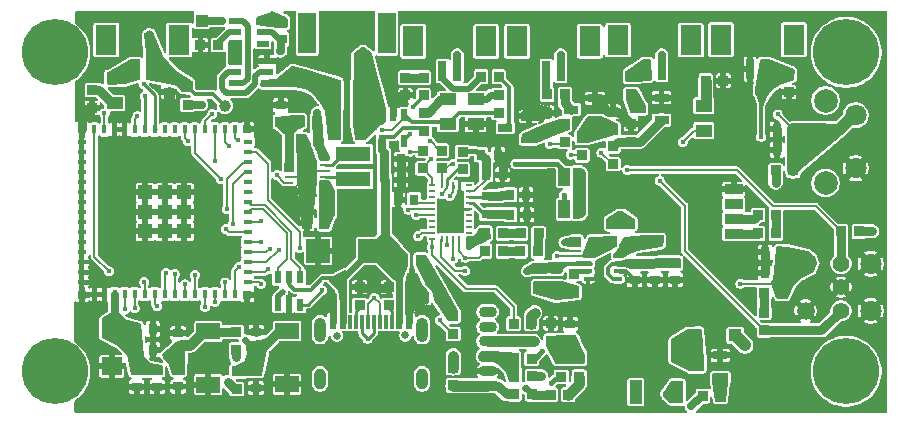
<source format=gbr>
%TF.GenerationSoftware,KiCad,Pcbnew,9.0.0*%
%TF.CreationDate,2025-07-25T12:15:42+02:00*%
%TF.ProjectId,Spruzzatore,53707275-7a7a-4617-946f-72652e6b6963,rev?*%
%TF.SameCoordinates,Original*%
%TF.FileFunction,Copper,L1,Top*%
%TF.FilePolarity,Positive*%
%FSLAX46Y46*%
G04 Gerber Fmt 4.6, Leading zero omitted, Abs format (unit mm)*
G04 Created by KiCad (PCBNEW 9.0.0) date 2025-07-25 12:15:42*
%MOMM*%
%LPD*%
G01*
G04 APERTURE LIST*
G04 Aperture macros list*
%AMFreePoly0*
4,1,23,0.550000,-0.750000,0.000000,-0.750000,0.000000,-0.745722,-0.065263,-0.745722,-0.191342,-0.711940,-0.304381,-0.646677,-0.396677,-0.554381,-0.461940,-0.441342,-0.495722,-0.315263,-0.495722,-0.250000,-0.500000,-0.250000,-0.500000,0.250000,-0.495722,0.250000,-0.495722,0.315263,-0.461940,0.441342,-0.396677,0.554381,-0.304381,0.646677,-0.191342,0.711940,-0.065263,0.745722,0.000000,0.745722,
0.000000,0.750000,0.550000,0.750000,0.550000,-0.750000,0.550000,-0.750000,$1*%
%AMFreePoly1*
4,1,23,0.000000,0.745722,0.065263,0.745722,0.191342,0.711940,0.304381,0.646677,0.396677,0.554381,0.461940,0.441342,0.495722,0.315263,0.495722,0.250000,0.500000,0.250000,0.500000,-0.250000,0.495722,-0.250000,0.495722,-0.315263,0.461940,-0.441342,0.396677,-0.554381,0.304381,-0.646677,0.191342,-0.711940,0.065263,-0.745722,0.000000,-0.745722,0.000000,-0.750000,-0.550000,-0.750000,
-0.550000,0.750000,0.000000,0.750000,0.000000,0.745722,0.000000,0.745722,$1*%
%AMFreePoly2*
4,1,23,0.500000,-0.750000,0.000000,-0.750000,0.000000,-0.745722,-0.065263,-0.745722,-0.191342,-0.711940,-0.304381,-0.646677,-0.396677,-0.554381,-0.461940,-0.441342,-0.495722,-0.315263,-0.495722,-0.250000,-0.500000,-0.250000,-0.500000,0.250000,-0.495722,0.250000,-0.495722,0.315263,-0.461940,0.441342,-0.396677,0.554381,-0.304381,0.646677,-0.191342,0.711940,-0.065263,0.745722,0.000000,0.745722,
0.000000,0.750000,0.500000,0.750000,0.500000,-0.750000,0.500000,-0.750000,$1*%
%AMFreePoly3*
4,1,23,0.000000,0.745722,0.065263,0.745722,0.191342,0.711940,0.304381,0.646677,0.396677,0.554381,0.461940,0.441342,0.495722,0.315263,0.495722,0.250000,0.500000,0.250000,0.500000,-0.250000,0.495722,-0.250000,0.495722,-0.315263,0.461940,-0.441342,0.396677,-0.554381,0.304381,-0.646677,0.191342,-0.711940,0.065263,-0.745722,0.000000,-0.745722,0.000000,-0.750000,-0.500000,-0.750000,
-0.500000,0.750000,0.000000,0.750000,0.000000,0.745722,0.000000,0.745722,$1*%
%AMFreePoly4*
4,1,45,-0.144645,1.755355,-0.130000,1.720000,-0.130000,0.940000,0.130000,0.940000,0.130000,1.720000,0.144645,1.755355,0.180000,1.770000,0.470000,1.770000,0.505355,1.755355,0.520000,1.720000,0.520000,0.940000,0.760000,0.940000,0.795355,0.925355,0.810000,0.890000,0.810000,-0.880000,0.795355,-0.915355,0.760000,-0.930000,0.520000,-0.930000,0.520000,-1.700000,0.505355,-1.735355,
0.470000,-1.750000,0.180000,-1.750000,0.144645,-1.735355,0.130000,-1.700000,0.130000,-0.930000,-0.130000,-0.930000,-0.130000,-1.700000,-0.144645,-1.735355,-0.180000,-1.750000,-0.470000,-1.750000,-0.505355,-1.735355,-0.520000,-1.700000,-0.520000,-0.930000,-0.760000,-0.930000,-0.795355,-0.915355,-0.810000,-0.880000,-0.810000,0.900000,-0.795355,0.935355,-0.760000,0.950000,-0.520000,0.950000,
-0.520000,1.720000,-0.505355,1.755355,-0.470000,1.770000,-0.180000,1.770000,-0.144645,1.755355,-0.144645,1.755355,$1*%
G04 Aperture macros list end*
%TA.AperFunction,SMDPad,CuDef*%
%ADD10R,2.000000X1.350000*%
%TD*%
%TA.AperFunction,SMDPad,CuDef*%
%ADD11R,1.100000X0.600000*%
%TD*%
%TA.AperFunction,SMDPad,CuDef*%
%ADD12R,0.700000X1.700000*%
%TD*%
%TA.AperFunction,SMDPad,CuDef*%
%ADD13R,1.800000X2.500000*%
%TD*%
%TA.AperFunction,SMDPad,CuDef*%
%ADD14R,0.900000X0.800000*%
%TD*%
%TA.AperFunction,ComponentPad*%
%ADD15C,5.600000*%
%TD*%
%TA.AperFunction,SMDPad,CuDef*%
%ADD16R,0.800000X0.900000*%
%TD*%
%TA.AperFunction,SMDPad,CuDef*%
%ADD17R,0.860000X0.810000*%
%TD*%
%TA.AperFunction,SMDPad,CuDef*%
%ADD18R,0.810000X0.860000*%
%TD*%
%TA.AperFunction,SMDPad,CuDef*%
%ADD19R,1.250000X0.700000*%
%TD*%
%TA.AperFunction,SMDPad,CuDef*%
%ADD20FreePoly0,0.000000*%
%TD*%
%TA.AperFunction,SMDPad,CuDef*%
%ADD21R,1.000000X1.500000*%
%TD*%
%TA.AperFunction,SMDPad,CuDef*%
%ADD22FreePoly1,0.000000*%
%TD*%
%TA.AperFunction,ComponentPad*%
%ADD23C,1.800000*%
%TD*%
%TA.AperFunction,ComponentPad*%
%ADD24C,2.000000*%
%TD*%
%TA.AperFunction,SMDPad,CuDef*%
%ADD25R,0.530000X1.070000*%
%TD*%
%TA.AperFunction,SMDPad,CuDef*%
%ADD26FreePoly2,90.000000*%
%TD*%
%TA.AperFunction,SMDPad,CuDef*%
%ADD27FreePoly3,90.000000*%
%TD*%
%TA.AperFunction,SMDPad,CuDef*%
%ADD28R,3.000000X1.300000*%
%TD*%
%TA.AperFunction,SMDPad,CuDef*%
%ADD29R,1.400000X1.000000*%
%TD*%
%TA.AperFunction,ComponentPad*%
%ADD30R,1.500000X0.900000*%
%TD*%
%TA.AperFunction,SMDPad,CuDef*%
%ADD31R,0.500000X0.250000*%
%TD*%
%TA.AperFunction,SMDPad,CuDef*%
%ADD32R,0.250000X0.500000*%
%TD*%
%TA.AperFunction,SMDPad,CuDef*%
%ADD33R,0.400000X0.800000*%
%TD*%
%TA.AperFunction,SMDPad,CuDef*%
%ADD34R,0.800000X0.400000*%
%TD*%
%TA.AperFunction,SMDPad,CuDef*%
%ADD35R,0.800000X0.800000*%
%TD*%
%TA.AperFunction,SMDPad,CuDef*%
%ADD36R,1.200000X1.200000*%
%TD*%
%TA.AperFunction,SMDPad,CuDef*%
%ADD37R,0.600000X1.000000*%
%TD*%
%TA.AperFunction,SMDPad,CuDef*%
%ADD38O,0.770000X0.360000*%
%TD*%
%TA.AperFunction,SMDPad,CuDef*%
%ADD39C,1.000000*%
%TD*%
%TA.AperFunction,SMDPad,CuDef*%
%ADD40R,2.000000X2.000000*%
%TD*%
%TA.AperFunction,SMDPad,CuDef*%
%ADD41FreePoly0,180.000000*%
%TD*%
%TA.AperFunction,SMDPad,CuDef*%
%ADD42FreePoly1,180.000000*%
%TD*%
%TA.AperFunction,SMDPad,CuDef*%
%ADD43R,1.070000X0.530000*%
%TD*%
%TA.AperFunction,SMDPad,CuDef*%
%ADD44R,1.300000X0.700000*%
%TD*%
%TA.AperFunction,ComponentPad*%
%ADD45C,1.400000*%
%TD*%
%TA.AperFunction,ComponentPad*%
%ADD46C,1.520000*%
%TD*%
%TA.AperFunction,SMDPad,CuDef*%
%ADD47R,0.850000X0.240000*%
%TD*%
%TA.AperFunction,SMDPad,CuDef*%
%ADD48R,0.800000X0.230000*%
%TD*%
%TA.AperFunction,SMDPad,CuDef*%
%ADD49FreePoly4,180.000000*%
%TD*%
%TA.AperFunction,SMDPad,CuDef*%
%ADD50R,1.100000X1.000000*%
%TD*%
%TA.AperFunction,ComponentPad*%
%ADD51C,0.650000*%
%TD*%
%TA.AperFunction,SMDPad,CuDef*%
%ADD52R,0.600000X1.150000*%
%TD*%
%TA.AperFunction,SMDPad,CuDef*%
%ADD53R,0.300000X1.150000*%
%TD*%
%TA.AperFunction,ComponentPad*%
%ADD54O,1.000000X2.100000*%
%TD*%
%TA.AperFunction,ComponentPad*%
%ADD55O,1.000000X1.800000*%
%TD*%
%TA.AperFunction,SMDPad,CuDef*%
%ADD56R,1.730000X1.490000*%
%TD*%
%TA.AperFunction,SMDPad,CuDef*%
%ADD57R,1.000000X3.800000*%
%TD*%
%TA.AperFunction,SMDPad,CuDef*%
%ADD58R,1.500000X3.400000*%
%TD*%
%TA.AperFunction,SMDPad,CuDef*%
%ADD59R,1.000000X1.000000*%
%TD*%
%TA.AperFunction,SMDPad,CuDef*%
%ADD60R,0.830000X0.630000*%
%TD*%
%TA.AperFunction,ComponentPad*%
%ADD61R,1.520000X0.900000*%
%TD*%
%TA.AperFunction,ComponentPad*%
%ADD62O,1.520000X0.900000*%
%TD*%
%TA.AperFunction,SMDPad,CuDef*%
%ADD63R,1.000000X1.800000*%
%TD*%
%TA.AperFunction,SMDPad,CuDef*%
%ADD64R,1.000000X2.000000*%
%TD*%
%TA.AperFunction,ViaPad*%
%ADD65C,0.450000*%
%TD*%
%TA.AperFunction,Conductor*%
%ADD66C,0.800000*%
%TD*%
%TA.AperFunction,Conductor*%
%ADD67C,0.508000*%
%TD*%
%TA.AperFunction,Conductor*%
%ADD68C,0.300000*%
%TD*%
%TA.AperFunction,Conductor*%
%ADD69C,0.700000*%
%TD*%
%TA.AperFunction,Conductor*%
%ADD70C,0.250000*%
%TD*%
%TA.AperFunction,Conductor*%
%ADD71C,0.900000*%
%TD*%
%TA.AperFunction,Conductor*%
%ADD72C,0.400000*%
%TD*%
%TA.AperFunction,Conductor*%
%ADD73C,1.000000*%
%TD*%
%TA.AperFunction,Conductor*%
%ADD74C,0.200000*%
%TD*%
%TA.AperFunction,Conductor*%
%ADD75C,0.635000*%
%TD*%
%TA.AperFunction,Conductor*%
%ADD76C,0.600000*%
%TD*%
G04 APERTURE END LIST*
D10*
%TO.P,SW2,1,1*%
%TO.N,GND*%
X127660000Y-108630000D03*
%TO.P,SW2,2,2*%
%TO.N,BOOT*%
X127660000Y-104130000D03*
%TD*%
%TO.P,SW1,1,1*%
%TO.N,GND*%
X134360000Y-108600000D03*
%TO.P,SW1,2,2*%
%TO.N,EN*%
X134360000Y-104100000D03*
%TD*%
D11*
%TO.P,Q1,3,S2*%
%TO.N,GND*%
X132680000Y-81220000D03*
%TO.P,Q1,2,D1/D2*%
%TO.N,/Charger/PROT*%
X132680000Y-82170000D03*
%TO.P,Q1,1,S1*%
%TO.N,/Charger/BATT-*%
X132680000Y-83120000D03*
%TO.P,Q1,6,G1*%
%TO.N,/Charger/DISCHARGE*%
X129980000Y-83120000D03*
%TO.P,Q1,5,D1/D2*%
%TO.N,/Charger/PROT*%
X129980000Y-82170000D03*
%TO.P,Q1,4,G2*%
%TO.N,/Charger/CHARGE*%
X129980000Y-81220000D03*
%TD*%
D12*
%TO.P,J6,1,1*%
%TO.N,/MCU/PIEZO*%
X174790000Y-81920000D03*
%TO.P,J6,2,2*%
%TO.N,GND*%
X173550000Y-81920000D03*
D13*
%TO.P,J6,3,3*%
%TO.N,unconnected-(J6-Pad3)*%
X171090000Y-79420000D03*
%TO.P,J6,4,4*%
%TO.N,unconnected-(J6-Pad4)*%
X177250000Y-79420000D03*
%TD*%
D14*
%TO.P,C19,1,1*%
%TO.N,Net-(U3-EN)*%
X133810000Y-86390000D03*
%TO.P,C19,2,2*%
%TO.N,GND*%
X133810000Y-84990000D03*
%TD*%
D15*
%TO.P,H4,1*%
%TO.N,N/C*%
X114680000Y-107510000D03*
%TD*%
D16*
%TO.P,C24,1*%
%TO.N,GND*%
X152590000Y-90860000D03*
%TO.P,C24,2*%
%TO.N,3V3*%
X151190000Y-90860000D03*
%TD*%
D17*
%TO.P,R40,1*%
%TO.N,GND*%
X156360000Y-85600000D03*
%TO.P,R40,2*%
%TO.N,Net-(Q3-G)*%
X156360000Y-87100000D03*
%TD*%
D18*
%TO.P,R12,1,1*%
%TO.N,BATT+*%
X156660000Y-109470000D03*
%TO.P,R12,2,2*%
%TO.N,Net-(R12-Pad2)*%
X158160000Y-109470000D03*
%TD*%
D19*
%TO.P,Q4,1,G*%
%TO.N,Net-(Q4-G)*%
X160420000Y-86287500D03*
%TO.P,Q4,2,S*%
%TO.N,GND*%
X160420000Y-84387500D03*
%TO.P,Q4,3,D*%
%TO.N,Net-(Q4-D)*%
X158420000Y-85337500D03*
%TD*%
D16*
%TO.P,C8,1,1*%
%TO.N,GND*%
X122990000Y-105670000D03*
%TO.P,C8,2,2*%
%TO.N,3V3*%
X121590000Y-105670000D03*
%TD*%
D17*
%TO.P,R21,1,1*%
%TO.N,Net-(LED2-K)*%
X117840000Y-83700000D03*
%TO.P,R21,2,2*%
%TO.N,GND*%
X117840000Y-85200000D03*
%TD*%
D14*
%TO.P,C15,1*%
%TO.N,3V3*%
X163770000Y-98390000D03*
%TO.P,C15,2*%
%TO.N,GND*%
X163770000Y-99790000D03*
%TD*%
D20*
%TO.P,JP3,1,A*%
%TO.N,GND*%
X156510000Y-91037500D03*
D21*
%TO.P,JP3,2,C*%
%TO.N,/IMU/PS1*%
X157810000Y-91037500D03*
D22*
%TO.P,JP3,3,B*%
%TO.N,3V3*%
X159110000Y-91037500D03*
%TD*%
D14*
%TO.P,C22,1*%
%TO.N,/Charger/BATT-*%
X133900000Y-78000000D03*
%TO.P,C22,2*%
%TO.N,Net-(U5-VCC)*%
X133900000Y-79400000D03*
%TD*%
D18*
%TO.P,R44,1*%
%TO.N,Net-(LAS1-Pad2)*%
X156370000Y-84062500D03*
%TO.P,R44,2*%
%TO.N,Net-(Q4-D)*%
X157870000Y-84062500D03*
%TD*%
%TO.P,R37,1*%
%TO.N,3V3*%
X155610000Y-97330000D03*
%TO.P,R37,2*%
%TO.N,Net-(R36-Pad1)*%
X154110000Y-97330000D03*
%TD*%
D23*
%TO.P,SW3,1,1*%
%TO.N,GND*%
X182480000Y-90330000D03*
%TO.P,SW3,2,2*%
%TO.N,/LED\u002C Buzzer\u002C Lasers/PB_Switch*%
X182480000Y-85830000D03*
D24*
%TO.P,SW3,3,3*%
%TO.N,unconnected-(SW3-Pad3)*%
X179940000Y-84580000D03*
%TO.P,SW3,4,4*%
%TO.N,unconnected-(SW3-Pad4)*%
X179940000Y-91580000D03*
%TD*%
D18*
%TO.P,R53,1*%
%TO.N,3V3*%
X175710000Y-90500000D03*
%TO.P,R53,2*%
%TO.N,/LED\u002C Buzzer\u002C Lasers/PB_Switch*%
X177210000Y-90500000D03*
%TD*%
D25*
%TO.P,D1,1,1*%
%TO.N,/MCU/D-*%
X133570000Y-101850000D03*
%TO.P,D1,2,2*%
%TO.N,GND*%
X134520000Y-101850000D03*
%TO.P,D1,3,3*%
%TO.N,/MCU/D+*%
X135470000Y-101850000D03*
%TO.P,D1,4,4*%
%TO.N,/MCU/D_ESD+*%
X135470000Y-99550000D03*
%TO.P,D1,5,5*%
%TO.N,EXTERNAL_5V*%
X134520000Y-99550000D03*
%TO.P,D1,6,6*%
%TO.N,/MCU/D_ESD-*%
X133570000Y-99550000D03*
%TD*%
D17*
%TO.P,R43,1*%
%TO.N,GND*%
X161955000Y-85507500D03*
%TO.P,R43,2*%
%TO.N,Net-(Q4-G)*%
X161955000Y-87007500D03*
%TD*%
D26*
%TO.P,JP1,1,A*%
%TO.N,/Humidity\u002C pressure and temperature sensor/SDO*%
X165470000Y-96490000D03*
D27*
%TO.P,JP1,2,B*%
%TO.N,GND*%
X165470000Y-95190000D03*
%TD*%
D14*
%TO.P,C3,1,1*%
%TO.N,GND*%
X125120000Y-108790000D03*
%TO.P,C3,2,2*%
%TO.N,BOOT*%
X125120000Y-107390000D03*
%TD*%
D18*
%TO.P,R35,1*%
%TO.N,3V3*%
X155640000Y-95820000D03*
%TO.P,R35,2*%
%TO.N,Net-(R34-Pad1)*%
X154140000Y-95820000D03*
%TD*%
D17*
%TO.P,R55,1*%
%TO.N,GND*%
X142950000Y-100370000D03*
%TO.P,R55,2*%
%TO.N,Net-(USB1-CC2)*%
X142950000Y-101870000D03*
%TD*%
%TO.P,R45,1*%
%TO.N,Net-(Q5-G)*%
X161955000Y-88467500D03*
%TO.P,R45,2*%
%TO.N,/LED\u002C Buzzer\u002C Lasers/LASER2*%
X161955000Y-89967500D03*
%TD*%
D18*
%TO.P,R25,1,1*%
%TO.N,Net-(U5-VM)*%
X128520000Y-79880000D03*
%TO.P,R25,2,2*%
%TO.N,GND*%
X127020000Y-79880000D03*
%TD*%
D28*
%TO.P,L1,1,1*%
%TO.N,Net-(U3-L1)*%
X139940000Y-89100000D03*
%TO.P,L1,2,2*%
%TO.N,Net-(U3-L2)*%
X139940000Y-91200000D03*
%TD*%
D18*
%TO.P,R15,1,1*%
%TO.N,EXTERNAL_5V*%
X144170000Y-98090000D03*
%TO.P,R15,2,2*%
%TO.N,Net-(C12-Pad2)*%
X145670000Y-98090000D03*
%TD*%
D29*
%TO.P,LED2,1,A*%
%TO.N,BATT+*%
X119750000Y-82700000D03*
%TO.P,LED2,2,K*%
%TO.N,Net-(LED2-K)*%
X119750000Y-84800000D03*
%TD*%
D17*
%TO.P,R3,1*%
%TO.N,3V3*%
X130080000Y-109010000D03*
%TO.P,R3,2*%
%TO.N,EN*%
X130080000Y-107510000D03*
%TD*%
%TO.P,R18,1*%
%TO.N,Net-(U2-CSB)*%
X158650000Y-99250000D03*
%TO.P,R18,2*%
%TO.N,3V3*%
X158650000Y-100750000D03*
%TD*%
D12*
%TO.P,LAS2,1,1*%
%TO.N,3V3*%
X166070000Y-81970000D03*
%TO.P,LAS2,2,2*%
%TO.N,Net-(LAS2-Pad2)*%
X164830000Y-81970000D03*
D13*
%TO.P,LAS2,3,3*%
%TO.N,unconnected-(LAS2-Pad3)*%
X162370000Y-79470000D03*
%TO.P,LAS2,4,4*%
%TO.N,unconnected-(LAS2-Pad4)*%
X168530000Y-79470000D03*
%TD*%
D16*
%TO.P,C28,1,1*%
%TO.N,GND*%
X174827500Y-97435000D03*
%TO.P,C28,2,2*%
%TO.N,/LED\u002C Buzzer\u002C Lasers/PB_Encoder*%
X176227500Y-97435000D03*
%TD*%
%TO.P,C27,1*%
%TO.N,GND*%
X154640000Y-94240000D03*
%TO.P,C27,2*%
%TO.N,Net-(U6-XOUT32{slash}CLKSEL1)*%
X153240000Y-94240000D03*
%TD*%
%TO.P,C17,1,1*%
%TO.N,3V3*%
X137450000Y-94950000D03*
%TO.P,C17,2,2*%
%TO.N,GND*%
X136050000Y-94950000D03*
%TD*%
D15*
%TO.P,H2,1*%
%TO.N,N/C*%
X181680000Y-80510000D03*
%TD*%
D18*
%TO.P,R20,1*%
%TO.N,/Humidity\u002C pressure and temperature sensor/SCL*%
X160340000Y-96560000D03*
%TO.P,R20,2*%
%TO.N,3V3*%
X158840000Y-96560000D03*
%TD*%
D30*
%TO.P,J5,1,1*%
%TO.N,GND*%
X172160000Y-92100000D03*
%TO.P,J5,2,2*%
%TO.N,3V3*%
X172160000Y-93350000D03*
%TO.P,J5,3,3*%
%TO.N,/MCU/SCL_Display*%
X172160000Y-94600000D03*
%TO.P,J5,4,4*%
%TO.N,/MCU/SCA_Display*%
X172160000Y-95860000D03*
%TD*%
D16*
%TO.P,C29,1*%
%TO.N,/LED\u002C Buzzer\u002C Lasers/PB_Encoder*%
X176220000Y-99200000D03*
%TO.P,C29,2*%
%TO.N,GND*%
X174820000Y-99200000D03*
%TD*%
D31*
%TO.P,U6,1,RESV_NC*%
%TO.N,unconnected-(U6-RESV_NC-Pad1)*%
X149740000Y-91760000D03*
D32*
%TO.P,U6,2,GND*%
%TO.N,GND*%
X148930000Y-91760000D03*
%TO.P,U6,3,VDD*%
%TO.N,3V3*%
X148430000Y-91760000D03*
%TO.P,U6,4,BOOTN*%
%TO.N,/BOOTN*%
X147930000Y-91760000D03*
%TO.P,U6,5,PS1*%
%TO.N,/IMU/PS1*%
X147430000Y-91760000D03*
D31*
%TO.P,U6,6,PS0/WAKE*%
%TO.N,/IMU/PS0*%
X146620000Y-91760000D03*
%TO.P,U6,7,RESV_NC*%
%TO.N,unconnected-(U6-RESV_NC-Pad7)*%
X146620000Y-92260000D03*
%TO.P,U6,8,RESV_NC*%
%TO.N,unconnected-(U6-RESV_NC-Pad8)*%
X146620000Y-92760000D03*
%TO.P,U6,9,CAP*%
%TO.N,Net-(U6-CAP)*%
X146620000Y-93260000D03*
%TO.P,U6,10,CLKSEL0*%
%TO.N,/CLKSEL0*%
X146620000Y-93760000D03*
%TO.P,U6,11,NRST*%
%TO.N,/NRST*%
X146620000Y-94260000D03*
%TO.P,U6,12,RESV_NC*%
%TO.N,unconnected-(U6-RESV_NC-Pad12)*%
X146620000Y-94760000D03*
%TO.P,U6,13,RESV_NC*%
%TO.N,unconnected-(U6-RESV_NC-Pad13)*%
X146620000Y-95260000D03*
%TO.P,U6,14,H_INTN*%
%TO.N,/H_INTN*%
X146620000Y-95760000D03*
%TO.P,U6,15,ENV_SCL*%
%TO.N,/Humidity\u002C pressure and temperature sensor/SCL*%
X146620000Y-96260000D03*
D32*
%TO.P,U6,16,ENV_SDA*%
%TO.N,/Humidity\u002C pressure and temperature sensor/SDA*%
X147430000Y-96260000D03*
%TO.P,U6,17,SA0/H_MOSI*%
%TO.N,/SA0{slash}H_MOSI*%
X147930000Y-96260000D03*
%TO.P,U6,18,H_CSN*%
%TO.N,/H_CSN*%
X148430000Y-96260000D03*
%TO.P,U6,19,H_SCL/SCK/RX*%
%TO.N,/H_SCL{slash}SCK{slash}RX*%
X148930000Y-96260000D03*
D31*
%TO.P,U6,20,H_SDA/H_MISO/TX*%
%TO.N,/H_SDA{slash}H_MISO{slash}TX*%
X149740000Y-96260000D03*
%TO.P,U6,21,RESV_NC*%
%TO.N,unconnected-(U6-RESV_NC-Pad21)*%
X149740000Y-95760000D03*
%TO.P,U6,22,RESV_NC*%
%TO.N,unconnected-(U6-RESV_NC-Pad22)*%
X149740000Y-95260000D03*
%TO.P,U6,23,RESV_NC*%
%TO.N,unconnected-(U6-RESV_NC-Pad23)*%
X149740000Y-94760000D03*
%TO.P,U6,24,RESV_NC*%
%TO.N,unconnected-(U6-RESV_NC-Pad24)*%
X149740000Y-94260000D03*
%TO.P,U6,25,GND*%
%TO.N,GND*%
X149740000Y-93760000D03*
%TO.P,U6,26,XOUT32/CLKSEL1*%
%TO.N,Net-(U6-XOUT32{slash}CLKSEL1)*%
X149740000Y-93260000D03*
%TO.P,U6,27,XIN32*%
%TO.N,Net-(U6-XIN32)*%
X149740000Y-92760000D03*
%TO.P,U6,28,VDDIO*%
%TO.N,3V3*%
X149740000Y-92260000D03*
%TD*%
D18*
%TO.P,R22,1,1*%
%TO.N,Net-(U3-EN)*%
X135390000Y-86290000D03*
%TO.P,R22,2,2*%
%TO.N,BATT+*%
X136890000Y-86290000D03*
%TD*%
D16*
%TO.P,C25,1*%
%TO.N,GND*%
X152200000Y-89150000D03*
%TO.P,C25,2*%
%TO.N,3V3*%
X150800000Y-89150000D03*
%TD*%
D33*
%TO.P,U1,1,GND*%
%TO.N,GND*%
X118040000Y-100990000D03*
%TO.P,U1,2,GND*%
X118890000Y-100990000D03*
%TO.P,U1,3,3V3*%
%TO.N,3V3*%
X119740000Y-100990000D03*
%TO.P,U1,4,IO0*%
%TO.N,BOOT*%
X120590000Y-100990000D03*
%TO.P,U1,5,IO1*%
%TO.N,/MCU/BATT+_SENSE*%
X121440000Y-100990000D03*
%TO.P,U1,6,IO2*%
%TO.N,/STAT_CHARGER*%
X122290000Y-100990000D03*
%TO.P,U1,7,IO3*%
%TO.N,/LED\u002C Buzzer\u002C Lasers/Buzzer*%
X123140000Y-100990000D03*
%TO.P,U1,8,IO4*%
%TO.N,SCL*%
X123990000Y-100990000D03*
%TO.P,U1,9,IO5*%
%TO.N,SDA*%
X124840000Y-100990000D03*
%TO.P,U1,10,IO6*%
%TO.N,/LED\u002C Buzzer\u002C Lasers/Ext_LED*%
X125690000Y-100990000D03*
%TO.P,U1,11,IO7*%
%TO.N,/H_INTN*%
X126540000Y-100990000D03*
%TO.P,U1,12,IO8*%
%TO.N,/MCU/SCA_Display*%
X127390000Y-100990000D03*
%TO.P,U1,13,IO9*%
%TO.N,/MCU/SCL_Display*%
X128240000Y-100990000D03*
%TO.P,U1,14,IO10*%
%TO.N,/H_CSN*%
X129090000Y-100990000D03*
%TO.P,U1,15,IO11*%
%TO.N,/SA0{slash}H_MOSI*%
X129940000Y-100990000D03*
D34*
%TO.P,U1,16,IO12*%
%TO.N,/H_SCL{slash}SCK{slash}RX*%
X131020000Y-99960000D03*
%TO.P,U1,17,IO13*%
%TO.N,/H_SDA{slash}H_MISO{slash}TX*%
X131020000Y-99110000D03*
%TO.P,U1,18,IO14*%
%TO.N,/PS0_IMU{slash}WAKE*%
X131020000Y-98260000D03*
%TO.P,U1,19,IO15*%
%TO.N,/PS1_IMU*%
X131020000Y-97410000D03*
%TO.P,U1,20,IO16*%
%TO.N,/CLKSEL0*%
X131020000Y-96560000D03*
%TO.P,U1,21,IO17*%
%TO.N,Net-(LED1-+)*%
X131020000Y-95710000D03*
%TO.P,U1,22,IO18*%
%TO.N,/MCU/PIEZO*%
X131020000Y-94860000D03*
%TO.P,U1,23,IO19*%
%TO.N,/MCU/D_ESD-*%
X131020000Y-94010000D03*
%TO.P,U1,24,IO20*%
%TO.N,/MCU/D_ESD+*%
X131020000Y-93160000D03*
%TO.P,U1,25,IO21*%
%TO.N,unconnected-(U1-IO21-Pad25)*%
X131020000Y-92310000D03*
%TO.P,U1,26,IO26*%
%TO.N,unconnected-(U1-IO26-Pad26)*%
X131020000Y-91460000D03*
%TO.P,U1,27,IO47*%
%TO.N,/MCU/Conf{slash}XSHUT LIDAR*%
X131020000Y-90610000D03*
%TO.P,U1,28,IO33*%
%TO.N,/MCU/MUX{slash}GPIO1 LIDAR*%
X131020000Y-89760000D03*
%TO.P,U1,29,IO34*%
%TO.N,/MCU/EXT_5V_SENSE*%
X131020000Y-88910000D03*
%TO.P,U1,30,IO48*%
%TO.N,unconnected-(U1-IO48-Pad30)*%
X131020000Y-88060000D03*
D33*
%TO.P,U1,31,IO35*%
%TO.N,/LED\u002C Buzzer\u002C Lasers/DT_Encoder*%
X129940000Y-87030000D03*
%TO.P,U1,32,IO36*%
%TO.N,/LED\u002C Buzzer\u002C Lasers/CLK_Encoder*%
X129090000Y-87030000D03*
%TO.P,U1,33,IO37*%
%TO.N,/LED\u002C Buzzer\u002C Lasers/PB_Encoder*%
X128240000Y-87030000D03*
%TO.P,U1,34,IO38*%
%TO.N,/LED\u002C Buzzer\u002C Lasers/PB_Switch*%
X127390000Y-87030000D03*
%TO.P,U1,35,IO39*%
%TO.N,/NRST*%
X126540000Y-87030000D03*
%TO.P,U1,36,IO40*%
%TO.N,/BOOTN*%
X125690000Y-87030000D03*
%TO.P,U1,37,IO41*%
%TO.N,unconnected-(U1-IO41-Pad37)*%
X124840000Y-87030000D03*
%TO.P,U1,38,IO42*%
%TO.N,unconnected-(U1-IO42-Pad38)*%
X123990000Y-87030000D03*
%TO.P,U1,39,TXD0*%
%TO.N,/MCU/TX0_MCU*%
X123140000Y-87030000D03*
%TO.P,U1,40,RXD0*%
%TO.N,/MCU/RX0_MCU*%
X122290000Y-87030000D03*
%TO.P,U1,41,IO45*%
%TO.N,/LED\u002C Buzzer\u002C Lasers/LASER1*%
X121440000Y-87030000D03*
%TO.P,U1,42,GND*%
%TO.N,GND*%
X120590000Y-87030000D03*
%TO.P,U1,43,GND*%
X119740000Y-87030000D03*
%TO.P,U1,44,IO46*%
%TO.N,/LED\u002C Buzzer\u002C Lasers/LASER2*%
X118890000Y-87030000D03*
%TO.P,U1,45,EN*%
%TO.N,EN*%
X118040000Y-87030000D03*
D34*
%TO.P,U1,46,GND*%
%TO.N,GND*%
X116960000Y-88060000D03*
%TO.P,U1,47,GND*%
X116960000Y-88910000D03*
%TO.P,U1,48,GND*%
X116960000Y-89760000D03*
%TO.P,U1,49,GND*%
X116960000Y-90610000D03*
%TO.P,U1,50,GND*%
X116960000Y-91460000D03*
%TO.P,U1,51,GND*%
X116960000Y-92310000D03*
%TO.P,U1,52,GND*%
X116960000Y-93160000D03*
%TO.P,U1,53,GND*%
X116960000Y-94010000D03*
%TO.P,U1,54,GND*%
X116960000Y-94860000D03*
%TO.P,U1,55,GND*%
X116960000Y-95710000D03*
%TO.P,U1,56,GND*%
X116960000Y-96560000D03*
%TO.P,U1,57,GND*%
X116960000Y-97410000D03*
%TO.P,U1,58,GND*%
X116960000Y-98260000D03*
%TO.P,U1,59,GND*%
X116960000Y-99110000D03*
%TO.P,U1,60,GND*%
X116960000Y-99960000D03*
D35*
%TO.P,U1,GND,GND*%
X116990000Y-101010000D03*
X130990000Y-101010000D03*
D36*
X122340000Y-95660000D03*
X123990000Y-95660000D03*
X125640000Y-95660000D03*
X122340000Y-94010000D03*
X123990000Y-94010000D03*
X125640000Y-94010000D03*
X122340000Y-92360000D03*
X123990000Y-92360000D03*
X125640000Y-92360000D03*
D35*
X116990000Y-87010000D03*
X130990000Y-87010000D03*
%TD*%
D37*
%TO.P,U4,1,STAT*%
%TO.N,/STAT_CHARGER*%
X144290000Y-85840000D03*
%TO.P,U4,2,VSS*%
%TO.N,GND*%
X143340000Y-85840000D03*
%TO.P,U4,3,VBAT*%
%TO.N,/Charger/B_CHG_+*%
X142390000Y-85840000D03*
%TO.P,U4,4,VDD*%
%TO.N,EXTERNAL_5V*%
X142390000Y-88040000D03*
%TO.P,U4,5,PROG*%
%TO.N,Net-(U4-PROG)*%
X144290000Y-88040000D03*
%TD*%
D17*
%TO.P,R46,1*%
%TO.N,GND*%
X163465000Y-86567500D03*
%TO.P,R46,2*%
%TO.N,Net-(Q5-G)*%
X163465000Y-88067500D03*
%TD*%
D14*
%TO.P,C2,1,1*%
%TO.N,GND*%
X131710000Y-108910000D03*
%TO.P,C2,2,2*%
%TO.N,EN*%
X131710000Y-107510000D03*
%TD*%
D18*
%TO.P,R36,1*%
%TO.N,Net-(R36-Pad1)*%
X152630000Y-97330000D03*
%TO.P,R36,2*%
%TO.N,/H_SCL{slash}SCK{slash}RX*%
X151130000Y-97330000D03*
%TD*%
%TO.P,R50,1*%
%TO.N,3V3*%
X174760000Y-100880000D03*
%TO.P,R50,2*%
%TO.N,/LED\u002C Buzzer\u002C Lasers/PB_Encoder*%
X176260000Y-100880000D03*
%TD*%
%TO.P,R38,1*%
%TO.N,/LED\u002C Buzzer\u002C Lasers/Buzzer*%
X169540000Y-109610000D03*
%TO.P,R38,2*%
%TO.N,Net-(Q2-B)*%
X171040000Y-109610000D03*
%TD*%
D17*
%TO.P,R24,1,1*%
%TO.N,Net-(LED4-+)*%
X145970000Y-85620000D03*
%TO.P,R24,2,2*%
%TO.N,EXTERNAL_5V*%
X145970000Y-87120000D03*
%TD*%
%TO.P,R4,1*%
%TO.N,3V3*%
X130040000Y-105660000D03*
%TO.P,R4,2*%
%TO.N,BOOT*%
X130040000Y-104160000D03*
%TD*%
%TO.P,R31,1*%
%TO.N,/IMU/PS0*%
X145840000Y-90330000D03*
%TO.P,R31,2*%
%TO.N,/PS0_IMU{slash}WAKE*%
X145840000Y-88830000D03*
%TD*%
D15*
%TO.P,H1,1*%
%TO.N,N/C*%
X114680000Y-80510000D03*
%TD*%
D38*
%TO.P,U2,1,GND*%
%TO.N,GND*%
X159850000Y-99700000D03*
%TO.P,U2,2,CSB*%
%TO.N,Net-(U2-CSB)*%
X159850000Y-99050000D03*
%TO.P,U2,3,SDI*%
%TO.N,/Humidity\u002C pressure and temperature sensor/SDA*%
X159850000Y-98400000D03*
%TO.P,U2,4,SCK*%
%TO.N,/Humidity\u002C pressure and temperature sensor/SCL*%
X159850000Y-97740000D03*
%TO.P,U2,5,SDO*%
%TO.N,/Humidity\u002C pressure and temperature sensor/SDO*%
X162370000Y-97740000D03*
%TO.P,U2,6,VDDIO*%
%TO.N,3V3*%
X162370000Y-98400000D03*
%TO.P,U2,7,GND*%
%TO.N,GND*%
X162370000Y-99050000D03*
%TO.P,U2,8,VDD*%
%TO.N,3V3*%
X162370000Y-99700000D03*
%TD*%
D39*
%TO.P,TP1,1,1*%
%TO.N,EXTERNAL_5V*%
X138740000Y-99920000D03*
%TD*%
D40*
%TO.P,D2,1,C*%
%TO.N,EXTERNAL_5V*%
X141390000Y-97300000D03*
%TO.P,D2,2,A*%
%TO.N,GND*%
X136990000Y-97300000D03*
%TD*%
D17*
%TO.P,R48,1*%
%TO.N,/Humidity\u002C pressure and temperature sensor/SCL*%
X153530000Y-103460000D03*
%TO.P,R48,2*%
%TO.N,SCL*%
X153530000Y-104960000D03*
%TD*%
D41*
%TO.P,JP2,1,A*%
%TO.N,3V3*%
X159100000Y-93790000D03*
D21*
%TO.P,JP2,2,C*%
%TO.N,/IMU/PS0*%
X157800000Y-93790000D03*
D42*
%TO.P,JP2,3,B*%
%TO.N,GND*%
X156500000Y-93790000D03*
%TD*%
D17*
%TO.P,R30,1*%
%TO.N,/IMU/PS1*%
X147440000Y-90310000D03*
%TO.P,R30,2*%
%TO.N,/PS1_IMU*%
X147440000Y-88810000D03*
%TD*%
%TO.P,R47,1*%
%TO.N,Net-(LAS2-Pad2)*%
X163460000Y-82530000D03*
%TO.P,R47,2*%
%TO.N,Net-(Q5-D)*%
X163460000Y-84030000D03*
%TD*%
D18*
%TO.P,R6,1*%
%TO.N,GND*%
X171290000Y-82890000D03*
%TO.P,R6,2*%
%TO.N,Net-(LED1--)*%
X169790000Y-82890000D03*
%TD*%
D17*
%TO.P,R42,1*%
%TO.N,Net-(Q4-G)*%
X159325000Y-87727500D03*
%TO.P,R42,2*%
%TO.N,/LED\u002C Buzzer\u002C Lasers/LASER1*%
X159325000Y-89227500D03*
%TD*%
D43*
%TO.P,U5,1,OD*%
%TO.N,/Charger/DISCHARGE*%
X129980000Y-77850000D03*
%TO.P,U5,2,VM*%
%TO.N,Net-(U5-VM)*%
X129980000Y-78800000D03*
%TO.P,U5,3,OC*%
%TO.N,/Charger/CHARGE*%
X129980000Y-79750000D03*
%TO.P,U5,4,TD*%
%TO.N,unconnected-(U5-TD-Pad4)*%
X132280000Y-79750000D03*
%TO.P,U5,5,VCC*%
%TO.N,Net-(U5-VCC)*%
X132280000Y-78800000D03*
%TO.P,U5,6,GND*%
%TO.N,/Charger/BATT-*%
X132280000Y-77850000D03*
%TD*%
D15*
%TO.P,H3,1*%
%TO.N,N/C*%
X181680000Y-107510000D03*
%TD*%
D19*
%TO.P,Q2,1,B*%
%TO.N,Net-(Q2-B)*%
X171030000Y-108060000D03*
%TO.P,Q2,2,E*%
%TO.N,GND*%
X171030000Y-106160000D03*
%TO.P,Q2,3,C*%
%TO.N,Net-(D3-A)*%
X169030000Y-107110000D03*
%TD*%
D14*
%TO.P,C14,1*%
%TO.N,3V3*%
X165500000Y-98360000D03*
%TO.P,C14,2*%
%TO.N,GND*%
X165500000Y-99760000D03*
%TD*%
D44*
%TO.P,X1,1,OSC1*%
%TO.N,Net-(U6-XIN32)*%
X151410000Y-92690000D03*
%TO.P,X1,2,OSC2*%
%TO.N,Net-(U6-XOUT32{slash}CLKSEL1)*%
X151410000Y-94190000D03*
%TD*%
D16*
%TO.P,C23,1*%
%TO.N,GND*%
X143730000Y-92970000D03*
%TO.P,C23,2*%
%TO.N,Net-(U6-CAP)*%
X145130000Y-92970000D03*
%TD*%
D14*
%TO.P,C6,1,1*%
%TO.N,GND*%
X123360000Y-108810000D03*
%TO.P,C6,2,2*%
%TO.N,3V3*%
X123360000Y-107410000D03*
%TD*%
%TO.P,C7,1*%
%TO.N,BOOT*%
X125120000Y-105670000D03*
%TO.P,C7,2*%
%TO.N,GND*%
X125120000Y-104270000D03*
%TD*%
D16*
%TO.P,C31,1*%
%TO.N,/LED\u002C Buzzer\u002C Lasers/PB_Switch*%
X177210000Y-87020000D03*
%TO.P,C31,2*%
%TO.N,GND*%
X175810000Y-87020000D03*
%TD*%
%TO.P,C26,1*%
%TO.N,GND*%
X154610000Y-92550000D03*
%TO.P,C26,2*%
%TO.N,Net-(U6-XIN32)*%
X153210000Y-92550000D03*
%TD*%
D23*
%TO.P,J7,1,1*%
%TO.N,GND*%
X183750000Y-98380000D03*
%TO.P,J7,2,2*%
X183750000Y-102380000D03*
D45*
%TO.P,J7,A,A*%
%TO.N,/LED\u002C Buzzer\u002C Lasers/CLK_Encoder*%
X181250000Y-98380000D03*
%TO.P,J7,B,B*%
%TO.N,/LED\u002C Buzzer\u002C Lasers/DT_Encoder*%
X181250000Y-102380000D03*
%TO.P,J7,C,C*%
%TO.N,GND*%
X181250000Y-100380000D03*
D46*
%TO.P,J7,S1,S1*%
X178250000Y-102380000D03*
%TO.P,J7,S2,S2*%
%TO.N,/LED\u002C Buzzer\u002C Lasers/PB_Encoder*%
X178250000Y-98380000D03*
%TD*%
D18*
%TO.P,R5,1*%
%TO.N,SDA*%
X153580000Y-107940000D03*
%TO.P,R5,2*%
%TO.N,3V3*%
X155080000Y-107940000D03*
%TD*%
%TO.P,R2,1*%
%TO.N,BATT+*%
X155100000Y-109430000D03*
%TO.P,R2,2*%
%TO.N,Net-(J2-Pad1)*%
X153600000Y-109430000D03*
%TD*%
D16*
%TO.P,C12,1,1*%
%TO.N,GND*%
X145930000Y-101270000D03*
%TO.P,C12,2,2*%
%TO.N,Net-(C12-Pad2)*%
X147330000Y-101270000D03*
%TD*%
D17*
%TO.P,R54,1*%
%TO.N,GND*%
X140500000Y-100370000D03*
%TO.P,R54,2*%
%TO.N,Net-(USB1-CC1)*%
X140500000Y-101870000D03*
%TD*%
D16*
%TO.P,C10,1,1*%
%TO.N,GND*%
X144000000Y-91270000D03*
%TO.P,C10,2,2*%
%TO.N,EXTERNAL_5V*%
X142600000Y-91270000D03*
%TD*%
D17*
%TO.P,R13,1,1*%
%TO.N,Net-(R12-Pad2)*%
X159080000Y-107950000D03*
%TO.P,R13,2,2*%
%TO.N,Net-(C11-Pad2)*%
X159080000Y-106450000D03*
%TD*%
D18*
%TO.P,R16,1,1*%
%TO.N,Net-(C12-Pad2)*%
X146420000Y-99640000D03*
%TO.P,R16,2,2*%
%TO.N,GND*%
X144920000Y-99640000D03*
%TD*%
D17*
%TO.P,R58,1*%
%TO.N,GND*%
X176850000Y-83870000D03*
%TO.P,R58,2*%
%TO.N,/MCU/PIEZO*%
X176850000Y-82370000D03*
%TD*%
D19*
%TO.P,Q3,1,G*%
%TO.N,Net-(Q3-G)*%
X154830000Y-87820000D03*
%TO.P,Q3,2,S*%
%TO.N,GND*%
X154830000Y-85920000D03*
%TO.P,Q3,3,D*%
%TO.N,Net-(Q3-D)*%
X152830000Y-86870000D03*
%TD*%
D14*
%TO.P,C11,1,1*%
%TO.N,GND*%
X158330000Y-103480000D03*
%TO.P,C11,2,2*%
%TO.N,Net-(C11-Pad2)*%
X158330000Y-104880000D03*
%TD*%
D16*
%TO.P,C30,1,1*%
%TO.N,GND*%
X175820000Y-88760000D03*
%TO.P,C30,2,2*%
%TO.N,/LED\u002C Buzzer\u002C Lasers/PB_Switch*%
X177220000Y-88760000D03*
%TD*%
D18*
%TO.P,R56,1*%
%TO.N,3V3*%
X175730000Y-95820000D03*
%TO.P,R56,2*%
%TO.N,/MCU/SCA_Display*%
X174230000Y-95820000D03*
%TD*%
D14*
%TO.P,C20,1*%
%TO.N,/Charger/B_CHG_+*%
X124320000Y-82450000D03*
%TO.P,C20,2*%
%TO.N,GND*%
X124320000Y-83850000D03*
%TD*%
D16*
%TO.P,C1,1,1*%
%TO.N,3V3*%
X121590000Y-103920000D03*
%TO.P,C1,2,2*%
%TO.N,GND*%
X122990000Y-103920000D03*
%TD*%
D17*
%TO.P,R33,1*%
%TO.N,/Humidity\u002C pressure and temperature sensor/SCL*%
X161830000Y-96540000D03*
%TO.P,R33,2*%
%TO.N,3V3*%
X161830000Y-95040000D03*
%TD*%
D47*
%TO.P,U3,1,VOUT*%
%TO.N,3V3*%
X137520000Y-91520000D03*
%TO.P,U3,2,L2*%
%TO.N,Net-(U3-L2)*%
X137520000Y-91020000D03*
%TO.P,U3,3,PGND*%
%TO.N,GND*%
X137520000Y-90520000D03*
%TO.P,U3,4,L1*%
%TO.N,Net-(U3-L1)*%
X137520000Y-90020000D03*
%TO.P,U3,5,VIN*%
%TO.N,BATT+*%
X137520000Y-89520000D03*
D48*
%TO.P,U3,6,EN*%
%TO.N,Net-(U3-EN)*%
X134520000Y-89520000D03*
%TO.P,U3,7,PS/SYNC*%
X134520000Y-90020000D03*
%TO.P,U3,8,VINA*%
X134520000Y-90520000D03*
%TO.P,U3,9,GND*%
%TO.N,GND*%
X134520000Y-91020000D03*
%TO.P,U3,10,FB*%
%TO.N,3V3*%
X134520000Y-91520000D03*
D49*
%TO.P,U3,11,PAD*%
%TO.N,GND*%
X136020000Y-90510000D03*
%TD*%
D17*
%TO.P,R14,1,1*%
%TO.N,Net-(C11-Pad2)*%
X156690000Y-104950000D03*
%TO.P,R14,2,2*%
%TO.N,GND*%
X156690000Y-103450000D03*
%TD*%
D39*
%TO.P,TP6,1,1*%
%TO.N,/MCU/PIEZO*%
X174490000Y-83820000D03*
%TD*%
D16*
%TO.P,C18,1,1*%
%TO.N,3V3*%
X137470000Y-93260000D03*
%TO.P,C18,2,2*%
%TO.N,GND*%
X136070000Y-93260000D03*
%TD*%
D17*
%TO.P,R10,1*%
%TO.N,/MCU/BATT+_SENSE*%
X157560000Y-107960000D03*
%TO.P,R10,2*%
%TO.N,Net-(C11-Pad2)*%
X157560000Y-106460000D03*
%TD*%
D50*
%TO.P,D3,1,K*%
%TO.N,3V3*%
X172300000Y-104470000D03*
%TO.P,D3,2,A*%
%TO.N,Net-(D3-A)*%
X168840000Y-104470000D03*
%TD*%
D29*
%TO.P,LED1,1,+*%
%TO.N,Net-(LED1-+)*%
X169610000Y-87120000D03*
%TO.P,LED1,2,-*%
%TO.N,Net-(LED1--)*%
X169610000Y-85020000D03*
%TD*%
D17*
%TO.P,R23,1,1*%
%TO.N,Net-(LED3-A)*%
X152270000Y-84100000D03*
%TO.P,R23,2,2*%
%TO.N,/STAT_CHARGER*%
X152270000Y-85600000D03*
%TD*%
%TO.P,R1,1*%
%TO.N,3V3*%
X148410000Y-107200000D03*
%TO.P,R1,2*%
%TO.N,Net-(J2-Pad1)*%
X148410000Y-108700000D03*
%TD*%
D14*
%TO.P,C4,1,1*%
%TO.N,GND*%
X121610000Y-108810000D03*
%TO.P,C4,2,2*%
%TO.N,3V3*%
X121610000Y-107410000D03*
%TD*%
D17*
%TO.P,R52,1*%
%TO.N,3V3*%
X174740000Y-102540000D03*
%TO.P,R52,2*%
%TO.N,/LED\u002C Buzzer\u002C Lasers/DT_Encoder*%
X174740000Y-104040000D03*
%TD*%
D51*
%TO.P,USB1,*%
%TO.N,*%
X138560000Y-104480000D03*
X144360000Y-104470000D03*
D52*
%TO.P,USB1,A1B12,GND*%
%TO.N,GND*%
X138260000Y-103310000D03*
%TO.P,USB1,A4B9,VBUS*%
%TO.N,EXTERNAL_5V*%
X139060000Y-103310000D03*
D53*
%TO.P,USB1,A5,CC1*%
%TO.N,Net-(USB1-CC1)*%
X140210000Y-103310000D03*
%TO.P,USB1,A6,D+*%
%TO.N,/MCU/D+*%
X141210000Y-103310000D03*
%TO.P,USB1,A7,D-*%
%TO.N,/MCU/D-*%
X141710000Y-103310000D03*
%TO.P,USB1,A8,SBU1*%
%TO.N,unconnected-(USB1-SBU1-PadA8)*%
X142710000Y-103310000D03*
D52*
%TO.P,USB1,B1A12,GND*%
%TO.N,GND*%
X144660000Y-103310000D03*
%TO.P,USB1,B4A9,VBUS*%
%TO.N,EXTERNAL_5V*%
X143860000Y-103310000D03*
D53*
%TO.P,USB1,B5,CC2*%
%TO.N,Net-(USB1-CC2)*%
X143210000Y-103310000D03*
%TO.P,USB1,B6,D+*%
%TO.N,/MCU/D+*%
X142210000Y-103310000D03*
%TO.P,USB1,B7,D-*%
%TO.N,/MCU/D-*%
X140710000Y-103310000D03*
%TO.P,USB1,B8,SBU2*%
%TO.N,unconnected-(USB1-SBU2-PadB8)*%
X139710000Y-103310000D03*
D54*
%TO.P,USB1,EP*%
%TO.N,N/C*%
X137140000Y-103980000D03*
D55*
X137140000Y-108130000D03*
D54*
X145780000Y-103980000D03*
D55*
X145780000Y-108130000D03*
%TD*%
D18*
%TO.P,R57,1*%
%TO.N,3V3*%
X175740000Y-94270000D03*
%TO.P,R57,2*%
%TO.N,/MCU/SCL_Display*%
X174240000Y-94270000D03*
%TD*%
D17*
%TO.P,R29,1*%
%TO.N,/BOOTN*%
X149220000Y-90410000D03*
%TO.P,R29,2*%
%TO.N,3V3*%
X149220000Y-88910000D03*
%TD*%
D56*
%TO.P,C9,1,1*%
%TO.N,GND*%
X119520000Y-107090000D03*
%TO.P,C9,2,2*%
%TO.N,3V3*%
X119520000Y-103910000D03*
%TD*%
D19*
%TO.P,Q5,1,G*%
%TO.N,Net-(Q5-G)*%
X166055000Y-86227500D03*
%TO.P,Q5,2,S*%
%TO.N,GND*%
X166055000Y-84327500D03*
%TO.P,Q5,3,D*%
%TO.N,Net-(Q5-D)*%
X164055000Y-85277500D03*
%TD*%
D17*
%TO.P,R28,1,1*%
%TO.N,/Charger/B_CHG_+*%
X125920000Y-83430000D03*
%TO.P,R28,2,2*%
%TO.N,Net-(U5-VCC)*%
X125920000Y-84930000D03*
%TD*%
%TO.P,R32,1*%
%TO.N,/Humidity\u002C pressure and temperature sensor/SDA*%
X155650000Y-98810000D03*
%TO.P,R32,2*%
%TO.N,3V3*%
X155650000Y-100310000D03*
%TD*%
%TO.P,R27,1,1*%
%TO.N,Net-(R26-Pad2)*%
X144375000Y-82630000D03*
%TO.P,R27,2,2*%
%TO.N,GND*%
X144375000Y-84130000D03*
%TD*%
D57*
%TO.P,J1,1,1*%
%TO.N,/Charger/B_CHG_+*%
X140420000Y-84740000D03*
%TO.P,J1,2,2*%
%TO.N,/Charger/BATT-*%
X138420000Y-84740000D03*
D58*
%TO.P,J1,3,3*%
%TO.N,unconnected-(J1-Pad3)*%
X136070000Y-78880000D03*
%TO.P,J1,4,4*%
%TO.N,unconnected-(J1-Pad4)*%
X142770000Y-78880000D03*
%TD*%
D12*
%TO.P,LAS1,1,1*%
%TO.N,3V3*%
X157520000Y-82070000D03*
%TO.P,LAS1,2,2*%
%TO.N,Net-(LAS1-Pad2)*%
X156280000Y-82070000D03*
D13*
%TO.P,LAS1,3,3*%
%TO.N,unconnected-(LAS1-Pad3)*%
X153820000Y-79570000D03*
%TO.P,LAS1,4,4*%
%TO.N,unconnected-(LAS1-Pad4)*%
X159980000Y-79570000D03*
%TD*%
D16*
%TO.P,C21,1*%
%TO.N,EXTERNAL_5V*%
X142590000Y-89560000D03*
%TO.P,C21,2*%
%TO.N,GND*%
X143990000Y-89560000D03*
%TD*%
D18*
%TO.P,R49,1*%
%TO.N,/Humidity\u002C pressure and temperature sensor/SDA*%
X155050000Y-106420000D03*
%TO.P,R49,2*%
%TO.N,SDA*%
X153550000Y-106420000D03*
%TD*%
D17*
%TO.P,R7,1*%
%TO.N,SCL*%
X155040000Y-104960000D03*
%TO.P,R7,2*%
%TO.N,3V3*%
X155040000Y-103460000D03*
%TD*%
D59*
%TO.P,TP2,1,1*%
%TO.N,/Charger/BATT-*%
X127130000Y-77810000D03*
%TD*%
D60*
%TO.P,D4,1,C*%
%TO.N,/Charger/B_CHG_+*%
X140570000Y-87570000D03*
%TO.P,D4,2,A*%
%TO.N,/Charger/BATT-*%
X138290000Y-87570000D03*
%TD*%
D12*
%TO.P,J4,1,1*%
%TO.N,/Charger/B_CHG_+*%
X122760000Y-81937500D03*
%TO.P,J4,2,2*%
%TO.N,BATT+*%
X121520000Y-81937500D03*
D13*
%TO.P,J4,3,3*%
%TO.N,unconnected-(J4-Pad3)*%
X119060000Y-79437500D03*
%TO.P,J4,4,4*%
%TO.N,unconnected-(J4-Pad4)*%
X125220000Y-79437500D03*
%TD*%
D14*
%TO.P,C13,1*%
%TO.N,3V3*%
X167210000Y-98350000D03*
%TO.P,C13,2*%
%TO.N,GND*%
X167210000Y-99750000D03*
%TD*%
D17*
%TO.P,R39,1*%
%TO.N,Net-(Q3-G)*%
X157850000Y-86570000D03*
%TO.P,R39,2*%
%TO.N,/LED\u002C Buzzer\u002C Lasers/Ext_LED*%
X157850000Y-88070000D03*
%TD*%
D39*
%TO.P,TP4,1,1*%
%TO.N,/Charger/B_CHG_+*%
X129080000Y-85030000D03*
%TD*%
D29*
%TO.P,LED4,1,+*%
%TO.N,Net-(LED4-+)*%
X147970000Y-84470000D03*
%TO.P,LED4,2,-*%
%TO.N,/STAT_CHARGER*%
X147970000Y-86570000D03*
%TD*%
D17*
%TO.P,R19,1*%
%TO.N,/Humidity\u002C pressure and temperature sensor/SDA*%
X157160000Y-98800000D03*
%TO.P,R19,2*%
%TO.N,3V3*%
X157160000Y-100300000D03*
%TD*%
D29*
%TO.P,LED3,1,A*%
%TO.N,Net-(LED3-A)*%
X150330000Y-84470000D03*
%TO.P,LED3,2,K*%
%TO.N,GND*%
X150330000Y-86570000D03*
%TD*%
D17*
%TO.P,R26,1*%
%TO.N,Net-(U4-PROG)*%
X145905000Y-84130000D03*
%TO.P,R26,2*%
%TO.N,Net-(R26-Pad2)*%
X145905000Y-82630000D03*
%TD*%
D12*
%TO.P,LED5,1,1*%
%TO.N,3V3*%
X148745000Y-82070000D03*
%TO.P,LED5,2,2*%
%TO.N,Net-(LED5-Pad2)*%
X147505000Y-82070000D03*
D13*
%TO.P,LED5,3,3*%
%TO.N,unconnected-(LED5-Pad3)*%
X145045000Y-79570000D03*
%TO.P,LED5,4,4*%
%TO.N,unconnected-(LED5-Pad4)*%
X151205000Y-79570000D03*
%TD*%
D17*
%TO.P,R11,1*%
%TO.N,/MCU/EXT_5V_SENSE*%
X148410000Y-104350000D03*
%TO.P,R11,2*%
%TO.N,Net-(C12-Pad2)*%
X148410000Y-102850000D03*
%TD*%
D61*
%TO.P,J2,1,1*%
%TO.N,Net-(J2-Pad1)*%
X151330000Y-108720000D03*
D62*
%TO.P,J2,2,2*%
%TO.N,GND*%
X151330000Y-107470000D03*
%TO.P,J2,3,3*%
%TO.N,SDA*%
X151330000Y-106210000D03*
%TO.P,J2,4,4*%
%TO.N,SCL*%
X151330000Y-104960000D03*
%TO.P,J2,5,5*%
%TO.N,/MCU/Conf{slash}XSHUT LIDAR*%
X151330000Y-103720000D03*
%TO.P,J2,6,6*%
%TO.N,/MCU/MUX{slash}GPIO1 LIDAR*%
X151330000Y-102470000D03*
%TD*%
D17*
%TO.P,R17,1*%
%TO.N,/Humidity\u002C pressure and temperature sensor/SDO*%
X163370000Y-96540000D03*
%TO.P,R17,2*%
%TO.N,3V3*%
X163370000Y-95040000D03*
%TD*%
D18*
%TO.P,R41,1*%
%TO.N,Net-(LED5-Pad2)*%
X150770000Y-82560000D03*
%TO.P,R41,2*%
%TO.N,Net-(Q3-D)*%
X152270000Y-82560000D03*
%TD*%
D14*
%TO.P,C5,1*%
%TO.N,EN*%
X131735000Y-105550000D03*
%TO.P,C5,2*%
%TO.N,GND*%
X131735000Y-104150000D03*
%TD*%
D16*
%TO.P,C16,1,1*%
%TO.N,BATT+*%
X136940000Y-87880000D03*
%TO.P,C16,2,2*%
%TO.N,GND*%
X135540000Y-87880000D03*
%TD*%
D18*
%TO.P,R51,1*%
%TO.N,3V3*%
X182750000Y-95650000D03*
%TO.P,R51,2*%
%TO.N,/LED\u002C Buzzer\u002C Lasers/CLK_Encoder*%
X181250000Y-95650000D03*
%TD*%
D63*
%TO.P,BUZZER1,1,+*%
%TO.N,3V3*%
X167370000Y-109260000D03*
%TO.P,BUZZER1,2,2*%
%TO.N,Net-(D3-A)*%
X167370000Y-105760000D03*
D64*
%TO.P,BUZZER1,3,3*%
%TO.N,unconnected-(BUZZER1-Pad3)*%
X163870000Y-109260000D03*
%TD*%
D18*
%TO.P,R34,1*%
%TO.N,Net-(R34-Pad1)*%
X152640000Y-95820000D03*
%TO.P,R34,2*%
%TO.N,/H_SDA{slash}H_MISO{slash}TX*%
X151140000Y-95820000D03*
%TD*%
D65*
%TO.N,GND*%
X133920000Y-81280000D03*
%TO.N,/Charger/BATT-*%
X135130000Y-82830000D03*
X136320000Y-82660000D03*
X134190000Y-83050000D03*
%TO.N,/MCU/TX0_MCU*%
X122210000Y-83200000D03*
%TO.N,/MCU/RX0_MCU*%
X122290000Y-84200000D03*
%TO.N,3V3*%
X129320000Y-108400000D03*
X120760000Y-104340000D03*
X133500000Y-90890000D03*
X148120000Y-92660000D03*
X148750000Y-80700000D03*
X122480000Y-107530000D03*
X174760000Y-101760000D03*
X137350000Y-94070000D03*
X166070000Y-80710000D03*
X120810000Y-103660000D03*
X155310000Y-102530000D03*
X157520000Y-80700000D03*
X138010000Y-92200000D03*
X157790000Y-96600000D03*
X122060000Y-106640000D03*
X150000000Y-88850000D03*
X175710000Y-91540000D03*
X162570000Y-94260000D03*
X157800000Y-101130000D03*
X155610000Y-96610000D03*
X166420000Y-109490000D03*
X120000000Y-105030000D03*
X130040000Y-106327000D03*
X183870000Y-95650000D03*
X164640000Y-98390000D03*
X121560000Y-104770000D03*
X173140000Y-105310000D03*
X166370000Y-98350000D03*
X138000000Y-94070000D03*
X120770000Y-104990000D03*
X155870000Y-107940000D03*
X175740000Y-95060000D03*
X156440000Y-101000000D03*
X120750000Y-105590000D03*
X121230000Y-106580000D03*
X148420000Y-106195000D03*
X159050000Y-92400000D03*
X137380000Y-92200000D03*
%TO.N,EN*%
X119285000Y-99045000D03*
X130800000Y-104909798D03*
%TO.N,GND*%
X119980000Y-94970000D03*
X126400000Y-81960000D03*
X125060000Y-89630000D03*
X125630000Y-93240000D03*
X124830000Y-95660000D03*
X127890000Y-95810000D03*
X132440000Y-86250000D03*
X123410000Y-110080000D03*
X131750000Y-103210000D03*
X126740000Y-97010000D03*
X120270000Y-90960000D03*
X144660000Y-100880000D03*
X121210000Y-93970000D03*
X122070000Y-98190000D03*
X122380000Y-91190000D03*
X148930000Y-92360000D03*
X155410000Y-85090000D03*
X144000000Y-90410000D03*
X121030000Y-89610000D03*
X131040000Y-85500000D03*
X138260000Y-101100000D03*
X154190000Y-91090000D03*
X136020000Y-90510000D03*
X162838750Y-85941250D03*
X118830000Y-95800000D03*
X128140000Y-99360000D03*
X120860000Y-99200000D03*
X141730000Y-100610000D03*
X125630000Y-94840000D03*
X155390000Y-91120000D03*
X127160000Y-90570000D03*
X136020000Y-89890000D03*
X118880000Y-92030000D03*
X119080000Y-97540000D03*
X161076250Y-85043750D03*
X122610000Y-88390000D03*
X122330000Y-94840000D03*
X149130000Y-93760000D03*
X118180000Y-99740000D03*
X123970000Y-93190000D03*
X127750000Y-92990000D03*
X120870000Y-97630000D03*
X122350000Y-93190000D03*
X121210000Y-92350000D03*
X119950000Y-88240000D03*
X175810000Y-87890000D03*
X136090000Y-94090000D03*
X129400000Y-96760000D03*
X123190000Y-89630000D03*
X132460000Y-85210000D03*
X120070000Y-96450000D03*
X123170000Y-94010000D03*
X127770000Y-81130000D03*
X124760000Y-102250000D03*
X155990000Y-92450000D03*
X121260000Y-95690000D03*
X119960000Y-93140000D03*
X124010000Y-91040000D03*
X123140000Y-95710000D03*
X123980000Y-94850000D03*
X125660000Y-91130000D03*
X136030000Y-91110000D03*
X124820000Y-94030000D03*
X118830000Y-89630000D03*
X122380000Y-96810000D03*
X118820000Y-94030000D03*
X174827500Y-98290000D03*
X124800000Y-92370000D03*
X124690000Y-88300000D03*
X124310000Y-84940000D03*
X134530000Y-102780000D03*
X123150000Y-92370000D03*
%TO.N,BOOT*%
X120600000Y-102240000D03*
X124090000Y-106150000D03*
%TO.N,BATT+*%
X154533000Y-108898000D03*
X120670000Y-81830000D03*
X136890000Y-85630000D03*
%TO.N,/Charger/B_CHG_+*%
X122790000Y-80510000D03*
X140570000Y-81310000D03*
X122620000Y-79000000D03*
X140300000Y-82200000D03*
X122690000Y-79730000D03*
X140810000Y-80480000D03*
%TO.N,/Charger/BATT-*%
X128820000Y-77810000D03*
X133070000Y-77310000D03*
%TO.N,Net-(U5-VCC)*%
X133790000Y-80400000D03*
X127140000Y-84925000D03*
%TO.N,/MCU/D-*%
X133990000Y-100750000D03*
X141160000Y-104730000D03*
%TO.N,/MCU/D+*%
X137308750Y-100648750D03*
X141750000Y-101280000D03*
%TO.N,/MCU/MUX{slash}GPIO1 LIDAR*%
X129250000Y-93760000D03*
%TO.N,/MCU/Conf{slash}XSHUT LIDAR*%
X129770000Y-95010000D03*
%TO.N,/IMU/PS0*%
X146570000Y-89520000D03*
X157770000Y-92590000D03*
%TO.N,/PS1_IMU*%
X146460000Y-88040000D03*
X132870000Y-97110000D03*
%TO.N,Net-(LED1-+)*%
X167875000Y-88075000D03*
X129150000Y-95450000D03*
%TO.N,/STAT_CHARGER*%
X122260000Y-99950000D03*
X142360000Y-87060000D03*
%TO.N,/MCU/BATT+_SENSE*%
X121440000Y-102140000D03*
X156690000Y-108500000D03*
%TO.N,/Humidity\u002C pressure and temperature sensor/SDA*%
X149410000Y-98990000D03*
X154620000Y-99020000D03*
X155930000Y-105820000D03*
%TO.N,/Humidity\u002C pressure and temperature sensor/SCL*%
X157170000Y-97740000D03*
X146620000Y-96970000D03*
%TO.N,Net-(U4-PROG)*%
X145020000Y-85090000D03*
X144720000Y-87450000D03*
%TO.N,/MCU/EXT_5V_SENSE*%
X135410000Y-97070000D03*
X147280000Y-103200000D03*
%TO.N,/BOOTN*%
X147440000Y-92510000D03*
X125970000Y-88040000D03*
%TO.N,/PS0_IMU{slash}WAKE*%
X144770000Y-88900000D03*
X133630000Y-97220000D03*
%TO.N,/H_SDA{slash}H_MISO{slash}TX*%
X132700000Y-98880000D03*
X149730000Y-96950000D03*
%TO.N,/H_SCL{slash}SCK{slash}RX*%
X149450000Y-97880000D03*
X132130000Y-100080000D03*
%TO.N,/LED\u002C Buzzer\u002C Lasers/Buzzer*%
X123360000Y-102000000D03*
X168580000Y-110470000D03*
%TO.N,/LED\u002C Buzzer\u002C Lasers/Ext_LED*%
X156610000Y-88260000D03*
X125710000Y-100150000D03*
%TO.N,/LED\u002C Buzzer\u002C Lasers/LASER1*%
X158370000Y-89150000D03*
X121685000Y-85915000D03*
%TO.N,/LED\u002C Buzzer\u002C Lasers/LASER2*%
X160970000Y-88990000D03*
X118890000Y-85670000D03*
%TO.N,/LED\u002C Buzzer\u002C Lasers/PB_Encoder*%
X128240000Y-89710000D03*
X172740000Y-100090000D03*
%TO.N,/CLKSEL0*%
X144630000Y-93810000D03*
X132120000Y-96570000D03*
%TO.N,/LED\u002C Buzzer\u002C Lasers/PB_Switch*%
X128020000Y-85720000D03*
X175890000Y-85760000D03*
%TO.N,SCL*%
X124070000Y-99170000D03*
%TO.N,SDA*%
X124840000Y-99260000D03*
%TO.N,/H_INTN*%
X145465000Y-96045000D03*
X126540000Y-99330000D03*
%TO.N,/SA0{slash}H_MOSI*%
X130265000Y-98655000D03*
X147920000Y-96770000D03*
%TO.N,/MCU/SCA_Display*%
X127390000Y-102040000D03*
%TO.N,/NRST*%
X145300000Y-94260000D03*
X128750000Y-91210000D03*
%TO.N,/H_CSN*%
X129120000Y-99980000D03*
X148430000Y-97980000D03*
%TO.N,/MCU/SCL_Display*%
X128240000Y-101600000D03*
%TO.N,/IMU/PS1*%
X153690000Y-89940000D03*
X148390000Y-89940000D03*
%TO.N,/MCU/PIEZO*%
X174490000Y-87630000D03*
X132120000Y-94770000D03*
%TO.N,/LED\u002C Buzzer\u002C Lasers/DT_Encoder*%
X130174500Y-87945500D03*
X165905000Y-91355000D03*
%TO.N,/LED\u002C Buzzer\u002C Lasers/CLK_Encoder*%
X163160000Y-90460000D03*
X129465000Y-88445000D03*
%TD*%
D66*
%TO.N,EN*%
X133691000Y-104100000D02*
X134360000Y-104100000D01*
X132241000Y-105550000D02*
X133691000Y-104100000D01*
D67*
%TO.N,/Charger/PROT*%
X132016000Y-82170000D02*
X132680000Y-82170000D01*
X131646000Y-82540000D02*
X132016000Y-82170000D01*
X131646000Y-83017440D02*
X131646000Y-82540000D01*
X131630000Y-83150000D02*
X131630000Y-83033440D01*
X130870000Y-83910000D02*
X131630000Y-83150000D01*
X129210000Y-83910000D02*
X130870000Y-83910000D01*
X131630000Y-83033440D02*
X131646000Y-83017440D01*
X129102000Y-83802000D02*
X129210000Y-83910000D01*
X129048000Y-83748000D02*
X129048000Y-83802000D01*
X129048000Y-83802000D02*
X129102000Y-83802000D01*
X128830000Y-83530000D02*
X129048000Y-83748000D01*
X128830000Y-82652000D02*
X128830000Y-83530000D01*
X129312000Y-82170000D02*
X128830000Y-82652000D01*
X129980000Y-82170000D02*
X129312000Y-82170000D01*
%TO.N,/Charger/DISCHARGE*%
X131010000Y-82754000D02*
X130644000Y-83120000D01*
X130644000Y-83120000D02*
X129980000Y-83120000D01*
X129980000Y-77850000D02*
X130594000Y-77850000D01*
X130594000Y-77850000D02*
X131010000Y-78266000D01*
X131010000Y-78266000D02*
X131010000Y-82754000D01*
D68*
%TO.N,/Charger/B_CHG_+*%
X128110000Y-84060000D02*
X126550000Y-84060000D01*
X126550000Y-84060000D02*
X125920000Y-83430000D01*
X129060000Y-85010000D02*
X128110000Y-84060000D01*
X129210000Y-85010000D02*
X129060000Y-85010000D01*
D69*
%TO.N,Net-(U5-VCC)*%
X127140000Y-84925000D02*
X125925000Y-84925000D01*
X125925000Y-84925000D02*
X125920000Y-84930000D01*
D70*
%TO.N,/MCU/TX0_MCU*%
X122210000Y-83220000D02*
X123140000Y-84150000D01*
X123140000Y-84150000D02*
X123140000Y-87080000D01*
X123140000Y-87080000D02*
X123220000Y-87000000D01*
%TO.N,/MCU/RX0_MCU*%
X122290000Y-84200000D02*
X122290000Y-87080000D01*
D71*
%TO.N,3V3*%
X155040000Y-102810000D02*
X155040000Y-103460000D01*
D66*
X182750000Y-95650000D02*
X183870000Y-95650000D01*
X174760000Y-100880000D02*
X174760000Y-101760000D01*
X175740000Y-94270000D02*
X175740000Y-95060000D01*
X175710000Y-91540000D02*
X175710000Y-90500000D01*
D68*
X161510000Y-98760000D02*
X161870000Y-98400000D01*
D69*
X148750000Y-80700000D02*
X148750000Y-82065000D01*
D71*
X155310000Y-102540000D02*
X155040000Y-102810000D01*
D66*
X151190000Y-90860000D02*
X151190000Y-89540000D01*
X155870000Y-107940000D02*
X155080000Y-107940000D01*
D68*
X161510000Y-99300000D02*
X161510000Y-98760000D01*
D67*
X148745000Y-80705000D02*
X148750000Y-80700000D01*
D72*
X149280000Y-88850000D02*
X150000000Y-88850000D01*
D66*
X155610000Y-96610000D02*
X155610000Y-95850000D01*
D69*
X157520000Y-82070000D02*
X157520000Y-80700000D01*
D70*
X149740000Y-92260000D02*
X149737000Y-92263000D01*
D71*
X148420000Y-107205000D02*
X148420000Y-106195000D01*
D66*
X155610000Y-97330000D02*
X155610000Y-96610000D01*
D72*
X150360000Y-88850000D02*
X150000000Y-88850000D01*
D66*
X151190000Y-89540000D02*
X150800000Y-89150000D01*
D73*
X173140000Y-105310000D02*
X172300000Y-104470000D01*
D74*
X148429998Y-92010002D02*
X148430000Y-92010000D01*
D68*
X161870000Y-98400000D02*
X162370000Y-98400000D01*
D66*
X174760000Y-102520000D02*
X174740000Y-102540000D01*
D70*
X151190000Y-91130000D02*
X151190000Y-90860000D01*
D66*
X129930000Y-109010000D02*
X129320000Y-108400000D01*
D74*
X148429998Y-92350002D02*
X148429998Y-92010002D01*
X148120000Y-92660000D02*
X148429998Y-92350002D01*
X150210000Y-92260000D02*
X151190000Y-91280000D01*
X149740000Y-92260000D02*
X150210000Y-92260000D01*
D75*
X119740000Y-103690000D02*
X119520000Y-103910000D01*
D66*
X155610000Y-95850000D02*
X155640000Y-95820000D01*
D74*
X148430000Y-92010000D02*
X148430000Y-91760000D01*
D69*
X148750000Y-82065000D02*
X148745000Y-82070000D01*
D74*
X134520000Y-91520000D02*
X134130000Y-91520000D01*
D72*
X150800000Y-89150000D02*
X150660000Y-89150000D01*
D71*
X155310000Y-102530000D02*
X155310000Y-102540000D01*
D66*
X175740000Y-95060000D02*
X175740000Y-95810000D01*
D68*
X162370000Y-99700000D02*
X161910000Y-99700000D01*
D74*
X151190000Y-91280000D02*
X151190000Y-90860000D01*
D66*
X174760000Y-100880000D02*
X174740000Y-100900000D01*
D74*
X134130000Y-91520000D02*
X133500000Y-90890000D01*
D68*
X161910000Y-99700000D02*
X161510000Y-99300000D01*
D66*
X130040000Y-106327000D02*
X130040000Y-105660000D01*
D72*
X149220000Y-88910000D02*
X149280000Y-88850000D01*
D69*
X166070000Y-81970000D02*
X166070000Y-80710000D01*
D70*
X148430000Y-91992000D02*
X148430000Y-91760000D01*
D75*
X119740000Y-101040000D02*
X119740000Y-103690000D01*
D66*
X175740000Y-95810000D02*
X175730000Y-95820000D01*
D72*
X150660000Y-89150000D02*
X150360000Y-88850000D01*
D66*
X121590000Y-107390000D02*
X121610000Y-107410000D01*
X130080000Y-109010000D02*
X129930000Y-109010000D01*
X174760000Y-101760000D02*
X174760000Y-102520000D01*
D76*
%TO.N,Net-(LED3-A)*%
X151220000Y-84460000D02*
X150340000Y-84460000D01*
X152270000Y-84100000D02*
X151580000Y-84100000D01*
X151580000Y-84100000D02*
X151220000Y-84460000D01*
X150340000Y-84460000D02*
X150330000Y-84470000D01*
D66*
%TO.N,EN*%
X131735000Y-105550000D02*
X131735000Y-107445000D01*
D74*
X118040000Y-87080000D02*
X118040000Y-97800000D01*
D66*
X131735000Y-105590000D02*
X132241000Y-105590000D01*
X133641000Y-104190000D02*
X134360000Y-104190000D01*
D76*
X130769047Y-104869798D02*
X131449249Y-105550000D01*
D74*
X119285000Y-99045000D02*
X119300000Y-99060000D01*
X131500000Y-105590000D02*
X131735000Y-105590000D01*
X130800000Y-104909798D02*
X130819798Y-104909798D01*
X130769047Y-104909798D02*
X130800000Y-104909798D01*
X118040000Y-97800000D02*
X119285000Y-99045000D01*
D66*
X131710000Y-107510000D02*
X131710000Y-107310000D01*
D76*
X131449249Y-105590000D02*
X131735000Y-105590000D01*
D66*
X131735000Y-107485000D02*
X131710000Y-107510000D01*
X131710000Y-107310000D02*
X131720000Y-107300000D01*
%TO.N,GND*%
X174827500Y-99192500D02*
X174820000Y-99200000D01*
X162405000Y-85507500D02*
X162838750Y-85941250D01*
X162838750Y-85941250D02*
X163465000Y-86567500D01*
D67*
X134520000Y-101850000D02*
X134520000Y-102770000D01*
D76*
X143340000Y-85840000D02*
X143340000Y-85165000D01*
D74*
X135510000Y-91020000D02*
X136020000Y-90510000D01*
D68*
X162370000Y-99050000D02*
X163030000Y-99050000D01*
D66*
X161540000Y-85507500D02*
X161955000Y-85507500D01*
D74*
X137520000Y-90520000D02*
X136640000Y-90520000D01*
D72*
X140740000Y-100610000D02*
X140500000Y-100370000D01*
D66*
X131750000Y-104135000D02*
X131735000Y-104150000D01*
X174827500Y-97435000D02*
X174827500Y-98290000D01*
D76*
X138260000Y-101100000D02*
X138260000Y-103310000D01*
D66*
X143730000Y-92970000D02*
X143730000Y-92230000D01*
D71*
X124320000Y-83850000D02*
X124320000Y-84930000D01*
D74*
X136550000Y-90520000D02*
X136030000Y-90520000D01*
D72*
X141730000Y-100610000D02*
X142710000Y-100610000D01*
D70*
X148930000Y-92360000D02*
X148930000Y-91760000D01*
D68*
X163030000Y-99050000D02*
X163770000Y-99790000D01*
D72*
X142710000Y-100610000D02*
X142950000Y-100370000D01*
D66*
X116990000Y-86050000D02*
X116990000Y-87010000D01*
D76*
X143340000Y-85165000D02*
X144375000Y-84130000D01*
D70*
X149740000Y-93760000D02*
X149130000Y-93760000D01*
D66*
X152590000Y-89540000D02*
X152200000Y-89150000D01*
X144000000Y-91255000D02*
X144000000Y-90410000D01*
X175810000Y-88750000D02*
X175820000Y-88760000D01*
D74*
X136030000Y-90520000D02*
X136020000Y-90510000D01*
D71*
X124320000Y-84930000D02*
X124310000Y-84940000D01*
D76*
X144660000Y-100880000D02*
X144660000Y-103310000D01*
D66*
X144000000Y-90405000D02*
X144000000Y-89595000D01*
X161955000Y-85507500D02*
X162405000Y-85507500D01*
X152590000Y-90860000D02*
X152590000Y-89540000D01*
X143730000Y-92230000D02*
X144000000Y-91960000D01*
D72*
X141730000Y-100610000D02*
X140740000Y-100610000D01*
D66*
X144000000Y-90410000D02*
X144000000Y-90405000D01*
X161076250Y-85043750D02*
X161540000Y-85507500D01*
X175810000Y-87020000D02*
X175810000Y-87890000D01*
X175810000Y-87890000D02*
X175810000Y-88750000D01*
X174827500Y-98290000D02*
X174827500Y-99192500D01*
D74*
X136640000Y-90520000D02*
X136550000Y-90520000D01*
D66*
X117840000Y-85200000D02*
X116990000Y-86050000D01*
X144000000Y-91960000D02*
X144000000Y-91270000D01*
D74*
X134520000Y-91020000D02*
X135510000Y-91020000D01*
D66*
X160420000Y-84387500D02*
X161076250Y-85043750D01*
D74*
%TO.N,BOOT*%
X120590000Y-101040000D02*
X120590000Y-102230000D01*
X125070000Y-105720000D02*
X125120000Y-105670000D01*
D71*
X127260000Y-104180000D02*
X127660000Y-104180000D01*
D66*
X127680000Y-104200000D02*
X127660000Y-104180000D01*
X130040000Y-104200000D02*
X127680000Y-104200000D01*
D71*
X126161000Y-105279000D02*
X127260000Y-104180000D01*
X125120000Y-105670000D02*
X125511000Y-105279000D01*
X125511000Y-105279000D02*
X126161000Y-105279000D01*
D68*
%TO.N,EXTERNAL_5V*%
X142750000Y-87680000D02*
X143400000Y-87680000D01*
D76*
X139060000Y-99630000D02*
X141390000Y-97300000D01*
D68*
X145750000Y-86900000D02*
X145970000Y-87120000D01*
D76*
X143860000Y-99770000D02*
X141390000Y-97300000D01*
D68*
X143400000Y-87680000D02*
X144180000Y-86900000D01*
D76*
X139060000Y-100110000D02*
X139060000Y-99630000D01*
X139040000Y-100130000D02*
X139060000Y-100110000D01*
X139060000Y-100150000D02*
X139040000Y-100130000D01*
D69*
X142610000Y-89000000D02*
X142390000Y-88780000D01*
D68*
X137330000Y-99630000D02*
X136380000Y-100580000D01*
D76*
X141390000Y-97410000D02*
X141390000Y-97300000D01*
D68*
X136380000Y-100580000D02*
X134970000Y-100580000D01*
D66*
X142590000Y-91270000D02*
X142590000Y-89000000D01*
D69*
X142390000Y-88780000D02*
X142390000Y-88040000D01*
D68*
X144180000Y-86900000D02*
X145750000Y-86900000D01*
D66*
X142600000Y-96090000D02*
X142600000Y-91270000D01*
D76*
X139060000Y-103310000D02*
X139060000Y-100150000D01*
D68*
X138540000Y-99630000D02*
X137330000Y-99630000D01*
X142390000Y-88040000D02*
X142750000Y-87680000D01*
D66*
X141390000Y-97300000D02*
X142600000Y-96090000D01*
D68*
X134520000Y-100130000D02*
X134520000Y-99550000D01*
D76*
X143860000Y-103310000D02*
X143860000Y-99770000D01*
D68*
X139040000Y-100130000D02*
X138540000Y-99630000D01*
X134970000Y-100580000D02*
X134520000Y-100130000D01*
D76*
%TO.N,BATT+*%
X154533000Y-108898000D02*
X154568000Y-108898000D01*
D66*
X156660000Y-109470000D02*
X155140000Y-109470000D01*
D69*
X136890000Y-85630000D02*
X136890000Y-86290000D01*
D66*
X155140000Y-109470000D02*
X155100000Y-109430000D01*
D76*
X154568000Y-108898000D02*
X155100000Y-109430000D01*
D66*
X155100000Y-109430000D02*
X155065000Y-109430000D01*
%TO.N,Net-(U3-EN)*%
X134503000Y-90003000D02*
X134520000Y-90020000D01*
X134503000Y-87177000D02*
X134503000Y-90003000D01*
D69*
%TO.N,/Charger/BATT-*%
X128820000Y-77810000D02*
X127130000Y-77810000D01*
D67*
X133750000Y-77850000D02*
X133900000Y-78000000D01*
D69*
%TO.N,Net-(U5-VCC)*%
X133800000Y-79500000D02*
X133900000Y-79400000D01*
X133800000Y-80390000D02*
X133800000Y-79500000D01*
D67*
X132280000Y-78800000D02*
X133050000Y-78800000D01*
X133650000Y-79400000D02*
X133900000Y-79400000D01*
D69*
X133790000Y-80400000D02*
X133800000Y-80390000D01*
D67*
X133050000Y-78800000D02*
X133650000Y-79400000D01*
D74*
%TO.N,Net-(U6-CAP)*%
X145420000Y-93260000D02*
X145130000Y-92970000D01*
X146620000Y-93260000D02*
X145420000Y-93260000D01*
D70*
%TO.N,Net-(U6-XIN32)*%
X151410000Y-92690000D02*
X151360000Y-92690000D01*
D66*
X152520000Y-92550000D02*
X153120000Y-92550000D01*
X152380000Y-92690000D02*
X152520000Y-92550000D01*
X151410000Y-92690000D02*
X152380000Y-92690000D01*
D70*
X151360000Y-92690000D02*
X151290000Y-92760000D01*
X151290000Y-92760000D02*
X149740000Y-92760000D01*
D66*
X153120000Y-92550000D02*
X153130000Y-92560000D01*
%TO.N,Net-(U6-XOUT32{slash}CLKSEL1)*%
X153110000Y-94200000D02*
X153160000Y-94250000D01*
D70*
X151060000Y-94200000D02*
X151350000Y-94200000D01*
D66*
X151350000Y-94200000D02*
X153110000Y-94200000D01*
D70*
X150120000Y-93260000D02*
X151060000Y-94200000D01*
X149740000Y-93260000D02*
X150120000Y-93260000D01*
D74*
%TO.N,/MCU/D_ESD+*%
X131320000Y-93420000D02*
X132440000Y-93420000D01*
X135470000Y-98790000D02*
X135470000Y-99550000D01*
X131160000Y-93260000D02*
X131320000Y-93420000D01*
X132440000Y-93420000D02*
X134700000Y-95680000D01*
X134700000Y-98020000D02*
X135470000Y-98790000D01*
X134700000Y-95680000D02*
X134700000Y-98020000D01*
D70*
%TO.N,/MCU/D-*%
X141710000Y-103310000D02*
X141710000Y-104230000D01*
X141185000Y-104755000D02*
X141160000Y-104730000D01*
X141710000Y-104230000D02*
X141185000Y-104755000D01*
D67*
X133570000Y-101850000D02*
X133570000Y-101170000D01*
X133570000Y-101170000D02*
X133990000Y-100750000D01*
D70*
X140710000Y-104280000D02*
X140710000Y-103310000D01*
X141160000Y-104730000D02*
X140710000Y-104280000D01*
D74*
%TO.N,/MCU/D_ESD-*%
X134350000Y-97970000D02*
X133570000Y-98750000D01*
X131270000Y-93760000D02*
X132300000Y-93760000D01*
X132300000Y-93760000D02*
X134350000Y-95810000D01*
X133570000Y-98750000D02*
X133570000Y-99550000D01*
X131020000Y-94010000D02*
X131270000Y-93760000D01*
X134350000Y-95810000D02*
X134350000Y-97970000D01*
%TO.N,/MCU/D+*%
X141210000Y-101820000D02*
X141210000Y-103310000D01*
D70*
X137308750Y-100648750D02*
X136107500Y-101850000D01*
D74*
X142210000Y-101740000D02*
X142210000Y-103310000D01*
X141750000Y-101280000D02*
X142210000Y-101740000D01*
X141750000Y-101280000D02*
X141210000Y-101820000D01*
D70*
X136107500Y-101850000D02*
X135470000Y-101850000D01*
D74*
%TO.N,/MCU/MUX{slash}GPIO1 LIDAR*%
X150990000Y-102470000D02*
X151330000Y-102470000D01*
X129250000Y-93760000D02*
X129250000Y-91220000D01*
X130710000Y-89760000D02*
X131020000Y-89760000D01*
X129250000Y-91220000D02*
X130710000Y-89760000D01*
X131120000Y-89860000D02*
X131020000Y-89760000D01*
D71*
%TO.N,Net-(J2-Pad1)*%
X148410000Y-108700000D02*
X148430000Y-108720000D01*
D66*
X152220000Y-108720000D02*
X151330000Y-108720000D01*
D71*
X148430000Y-108720000D02*
X151280000Y-108720000D01*
D66*
X152930000Y-109430000D02*
X152220000Y-108720000D01*
X153600000Y-109430000D02*
X152930000Y-109430000D01*
D74*
%TO.N,/MCU/Conf{slash}XSHUT LIDAR*%
X130810000Y-90610000D02*
X131020000Y-90610000D01*
X129770000Y-91650000D02*
X130810000Y-90610000D01*
X129770000Y-95010000D02*
X129770000Y-91650000D01*
X151330000Y-103720000D02*
X151000000Y-103720000D01*
D69*
%TO.N,Net-(LAS1-Pad2)*%
X156370000Y-84062500D02*
X156280000Y-83972500D01*
X156280000Y-83972500D02*
X156280000Y-82250000D01*
D72*
%TO.N,/IMU/PS0*%
X157770000Y-92590000D02*
X157770000Y-93760000D01*
D74*
X145840000Y-90250000D02*
X146570000Y-89520000D01*
X146620000Y-91760000D02*
X146620000Y-91110000D01*
X145840000Y-90330000D02*
X145840000Y-90250000D01*
D72*
X157770000Y-93760000D02*
X157800000Y-93790000D01*
D74*
X146620000Y-91110000D02*
X145840000Y-90330000D01*
%TO.N,/PS1_IMU*%
X147300000Y-88810000D02*
X147440000Y-88810000D01*
X146460000Y-88040000D02*
X146530000Y-88040000D01*
X132870000Y-97110000D02*
X132570000Y-97410000D01*
X146530000Y-88040000D02*
X147300000Y-88810000D01*
X131020000Y-97460000D02*
X130820000Y-97460000D01*
X132570000Y-97410000D02*
X131020000Y-97410000D01*
D70*
%TO.N,Net-(U3-L1)*%
X138190000Y-90020000D02*
X139110000Y-89100000D01*
X139110000Y-89100000D02*
X139940000Y-89100000D01*
X137520000Y-90020000D02*
X138190000Y-90020000D01*
%TO.N,Net-(U3-L2)*%
X139760000Y-91020000D02*
X139940000Y-91200000D01*
X137520000Y-91020000D02*
X139760000Y-91020000D01*
D74*
%TO.N,Net-(LED1-+)*%
X167875000Y-88075000D02*
X168830000Y-87120000D01*
X168830000Y-87120000D02*
X169610000Y-87120000D01*
X129150000Y-95450000D02*
X129410000Y-95710000D01*
X129410000Y-95710000D02*
X131020000Y-95710000D01*
D71*
%TO.N,Net-(LED1--)*%
X169790000Y-84840000D02*
X169610000Y-85020000D01*
X169790000Y-82890000D02*
X169790000Y-84840000D01*
D66*
%TO.N,Net-(LED2-K)*%
X117840000Y-83700000D02*
X118430000Y-83700000D01*
X119550000Y-84820000D02*
X119870000Y-84820000D01*
X118430000Y-83700000D02*
X119550000Y-84820000D01*
D74*
%TO.N,/STAT_CHARGER*%
X144290000Y-86020000D02*
X144290000Y-85840000D01*
D68*
X144887000Y-86437000D02*
X144290000Y-85840000D01*
D74*
X122290000Y-99980000D02*
X122290000Y-100990000D01*
D68*
X152270000Y-85600000D02*
X148940000Y-85600000D01*
X147837000Y-86437000D02*
X144887000Y-86437000D01*
X147970000Y-86570000D02*
X147837000Y-86437000D01*
D74*
X142360000Y-87060000D02*
X143250000Y-87060000D01*
X122260000Y-99950000D02*
X122290000Y-99980000D01*
X143250000Y-87060000D02*
X144290000Y-86020000D01*
D68*
X148940000Y-85600000D02*
X147970000Y-86570000D01*
D66*
%TO.N,Net-(LED4-+)*%
X146260000Y-85620000D02*
X147410000Y-84470000D01*
X145970000Y-85620000D02*
X146260000Y-85620000D01*
X147410000Y-84470000D02*
X147970000Y-84470000D01*
D68*
%TO.N,Net-(Q3-D)*%
X152270000Y-82560000D02*
X153180000Y-83470000D01*
X153180000Y-86520000D02*
X152830000Y-86870000D01*
X153180000Y-83470000D02*
X153180000Y-86520000D01*
D66*
%TO.N,Net-(Q4-D)*%
X157870000Y-84787500D02*
X158420000Y-85337500D01*
X157870000Y-84062500D02*
X157870000Y-84787500D01*
%TO.N,Net-(Q5-G)*%
X163465000Y-88067500D02*
X162355000Y-88067500D01*
X162355000Y-88067500D02*
X161955000Y-88467500D01*
X166055000Y-86227500D02*
X164215000Y-88067500D01*
X164215000Y-88067500D02*
X163465000Y-88067500D01*
D70*
%TO.N,Net-(USB1-CC1)*%
X140210000Y-102380000D02*
X140720000Y-101870000D01*
X140210000Y-103310000D02*
X140210000Y-102380000D01*
%TO.N,Net-(USB1-CC2)*%
X143210000Y-102410000D02*
X142680000Y-101880000D01*
X143210000Y-103310000D02*
X143210000Y-102410000D01*
D72*
%TO.N,/MCU/BATT+_SENSE*%
X156710000Y-108500000D02*
X157050000Y-108160000D01*
X157540000Y-108160000D02*
X157730000Y-107970000D01*
D74*
X121440000Y-102140000D02*
X121440000Y-100990000D01*
D72*
X157050000Y-108160000D02*
X157540000Y-108160000D01*
X156690000Y-108500000D02*
X156710000Y-108500000D01*
%TO.N,Net-(U2-CSB)*%
X158660000Y-99050000D02*
X158650000Y-99060000D01*
X159850000Y-99050000D02*
X158660000Y-99050000D01*
%TO.N,/Humidity\u002C pressure and temperature sensor/SDA*%
X155050000Y-106420000D02*
X155330000Y-106420000D01*
X155330000Y-106420000D02*
X155930000Y-105820000D01*
D74*
X147419000Y-96271000D02*
X147430000Y-96260000D01*
X147419000Y-97799000D02*
X147419000Y-96271000D01*
X159850000Y-98400000D02*
X160040000Y-98400000D01*
X148610000Y-98990000D02*
X147419000Y-97799000D01*
X149410000Y-98990000D02*
X148610000Y-98990000D01*
%TO.N,/Humidity\u002C pressure and temperature sensor/SCL*%
X146620000Y-97640000D02*
X149500000Y-100520000D01*
X146620000Y-96970000D02*
X146620000Y-97640000D01*
X152030000Y-100520000D02*
X153530000Y-102020000D01*
X157170000Y-97740000D02*
X159850000Y-97740000D01*
X153530000Y-102020000D02*
X153530000Y-103410000D01*
X146620000Y-96970000D02*
X146620000Y-96260000D01*
X149500000Y-100520000D02*
X152030000Y-100520000D01*
D67*
%TO.N,Net-(U5-VM)*%
X129980000Y-78800000D02*
X129440000Y-78800000D01*
X129440000Y-78800000D02*
X128520000Y-79720000D01*
X128520000Y-79720000D02*
X128520000Y-79760000D01*
D68*
%TO.N,Net-(U4-PROG)*%
X144720000Y-87450000D02*
X144290000Y-87880000D01*
X145905000Y-84205000D02*
X145905000Y-84130000D01*
X145020000Y-85090000D02*
X145905000Y-84205000D01*
X144290000Y-87880000D02*
X144290000Y-88040000D01*
D74*
%TO.N,/MCU/EXT_5V_SENSE*%
X147280000Y-103200000D02*
X147280000Y-103220000D01*
X132720000Y-89920000D02*
X132720000Y-93000000D01*
X131710000Y-88910000D02*
X132720000Y-89920000D01*
X131020000Y-88910000D02*
X131710000Y-88910000D01*
X147280000Y-103220000D02*
X148410000Y-104350000D01*
X132720000Y-93000000D02*
X135410000Y-95690000D01*
X135410000Y-95690000D02*
X135410000Y-97070000D01*
D70*
%TO.N,/BOOTN*%
X148780000Y-90410000D02*
X149220000Y-90410000D01*
D74*
X125690000Y-87030000D02*
X125690000Y-87760000D01*
D70*
X147930000Y-91260000D02*
X148780000Y-90410000D01*
D74*
X125690000Y-87760000D02*
X125970000Y-88040000D01*
X147440000Y-92510000D02*
X147930000Y-92020000D01*
D70*
X147930000Y-91760000D02*
X147930000Y-91260000D01*
D74*
X147930000Y-92020000D02*
X147930000Y-91760000D01*
%TO.N,/PS0_IMU{slash}WAKE*%
X144770000Y-88900000D02*
X145770000Y-88900000D01*
X132590000Y-98260000D02*
X131020000Y-98260000D01*
X145770000Y-88900000D02*
X145840000Y-88830000D01*
X133630000Y-97220000D02*
X132590000Y-98260000D01*
D71*
%TO.N,Net-(R12-Pad2)*%
X158160000Y-109470000D02*
X159080000Y-108550000D01*
X159080000Y-108550000D02*
X159080000Y-107950000D01*
D74*
%TO.N,/H_SDA{slash}H_MISO{slash}TX*%
X149770000Y-96290000D02*
X149740000Y-96260000D01*
X132470000Y-99110000D02*
X132700000Y-98880000D01*
X151280000Y-95820000D02*
X151140000Y-95820000D01*
X131020000Y-99110000D02*
X132470000Y-99110000D01*
%TO.N,/H_SCL{slash}SCK{slash}RX*%
X132010000Y-99960000D02*
X131020000Y-99960000D01*
X132130000Y-100080000D02*
X132010000Y-99960000D01*
X148930000Y-97360000D02*
X148930000Y-96260000D01*
X149450000Y-97880000D02*
X150580000Y-97880000D01*
X150580000Y-97880000D02*
X151130000Y-97330000D01*
X149450000Y-97880000D02*
X148930000Y-97360000D01*
D66*
%TO.N,Net-(R26-Pad2)*%
X144415000Y-82630000D02*
X145905000Y-82630000D01*
D69*
%TO.N,/LED\u002C Buzzer\u002C Lasers/Buzzer*%
X168580000Y-110470000D02*
X169440000Y-109610000D01*
D74*
X123140000Y-101780000D02*
X123360000Y-102000000D01*
D69*
X169440000Y-109610000D02*
X169540000Y-109610000D01*
D74*
X123140000Y-100990000D02*
X123140000Y-101780000D01*
%TO.N,/LED\u002C Buzzer\u002C Lasers/Ext_LED*%
X156610000Y-88260000D02*
X157510000Y-88260000D01*
X157700000Y-88070000D02*
X157850000Y-88070000D01*
X157510000Y-88260000D02*
X157700000Y-88070000D01*
X125710000Y-100970000D02*
X125690000Y-100990000D01*
X125710000Y-100150000D02*
X125710000Y-100970000D01*
%TO.N,/LED\u002C Buzzer\u002C Lasers/LASER1*%
X121685000Y-85915000D02*
X121440000Y-86160000D01*
X121440000Y-86160000D02*
X121440000Y-87030000D01*
X159247500Y-89150000D02*
X159325000Y-89227500D01*
X158370000Y-89150000D02*
X159247500Y-89150000D01*
%TO.N,/LED\u002C Buzzer\u002C Lasers/LASER2*%
X161947500Y-89967500D02*
X160970000Y-88990000D01*
X118890000Y-87030000D02*
X118890000Y-85670000D01*
X161955000Y-89967500D02*
X161947500Y-89967500D01*
%TO.N,/LED\u002C Buzzer\u002C Lasers/PB_Encoder*%
X172740000Y-100090000D02*
X175330000Y-100090000D01*
X128240000Y-87030000D02*
X128240000Y-89710000D01*
X175330000Y-100090000D02*
X176220000Y-99200000D01*
%TO.N,/CLKSEL0*%
X131020000Y-96560000D02*
X132110000Y-96560000D01*
X146620000Y-93760000D02*
X144680000Y-93760000D01*
X144680000Y-93760000D02*
X144630000Y-93810000D01*
X132110000Y-96560000D02*
X132120000Y-96570000D01*
%TO.N,/LED\u002C Buzzer\u002C Lasers/PB_Switch*%
X127390000Y-86350000D02*
X127390000Y-87030000D01*
X177150000Y-87020000D02*
X175890000Y-85760000D01*
D73*
X177220000Y-87030000D02*
X177210000Y-87020000D01*
X179870000Y-87040000D02*
X181120000Y-87040000D01*
D74*
X128020000Y-85720000D02*
X127390000Y-86350000D01*
D73*
X181120000Y-87040000D02*
X182050000Y-86110000D01*
X177210000Y-87020000D02*
X179850000Y-87020000D01*
X179850000Y-87020000D02*
X179870000Y-87040000D01*
X177220000Y-88760000D02*
X177220000Y-87030000D01*
X177210000Y-90500000D02*
X177210000Y-88770000D01*
X182050000Y-86110000D02*
X182430000Y-86110000D01*
D74*
X177210000Y-87020000D02*
X177150000Y-87020000D01*
D73*
X177210000Y-88770000D02*
X177220000Y-88760000D01*
D71*
%TO.N,SCL*%
X151330000Y-104960000D02*
X153480000Y-104960000D01*
X153525000Y-104960000D02*
X155215000Y-104960000D01*
D74*
X123990000Y-99250000D02*
X124070000Y-99170000D01*
X123990000Y-100990000D02*
X123990000Y-99250000D01*
%TO.N,SDA*%
X124840000Y-99260000D02*
X124840000Y-100990000D01*
D66*
%TO.N,Net-(R34-Pad1)*%
X152640000Y-95820000D02*
X154140000Y-95820000D01*
D74*
%TO.N,/H_INTN*%
X145465000Y-96045000D02*
X145750000Y-95760000D01*
X145750000Y-95760000D02*
X146620000Y-95760000D01*
X126540000Y-99330000D02*
X126540000Y-100990000D01*
%TO.N,/SA0{slash}H_MOSI*%
X130265000Y-98655000D02*
X129940000Y-98980000D01*
X147920000Y-96270000D02*
X147930000Y-96260000D01*
X129940000Y-98980000D02*
X129940000Y-100990000D01*
X147920000Y-96770000D02*
X147920000Y-96270000D01*
%TO.N,/MCU/SCA_Display*%
X127470000Y-100910000D02*
X127390000Y-100990000D01*
D66*
X172160000Y-95860000D02*
X174190000Y-95860000D01*
D74*
X127390000Y-102040000D02*
X127390000Y-100990000D01*
D66*
X174190000Y-95860000D02*
X174230000Y-95820000D01*
D74*
%TO.N,/NRST*%
X128750000Y-91210000D02*
X126540000Y-89000000D01*
X126540000Y-89000000D02*
X126540000Y-87030000D01*
X146620000Y-94260000D02*
X145300000Y-94260000D01*
%TO.N,/H_CSN*%
X129090000Y-100990000D02*
X129090000Y-100010000D01*
X129090000Y-100010000D02*
X129120000Y-99980000D01*
X148430000Y-97980000D02*
X148430000Y-96260000D01*
D66*
%TO.N,/MCU/SCL_Display*%
X172160000Y-94600000D02*
X173910000Y-94600000D01*
X173910000Y-94600000D02*
X174240000Y-94270000D01*
D74*
X128240000Y-101600000D02*
X128240000Y-100990000D01*
D67*
%TO.N,Net-(LED5-Pad2)*%
X147505000Y-82070000D02*
X147505000Y-82685000D01*
X147505000Y-82685000D02*
X148400000Y-83580000D01*
X148400000Y-83580000D02*
X149750000Y-83580000D01*
X149750000Y-83580000D02*
X150770000Y-82560000D01*
D66*
%TO.N,Net-(R36-Pad1)*%
X152630000Y-97330000D02*
X154110000Y-97330000D01*
D74*
%TO.N,/IMU/PS1*%
X147430000Y-90400000D02*
X147740000Y-90400000D01*
X148190000Y-89940000D02*
X147820000Y-90310000D01*
D72*
X157183434Y-89940000D02*
X153690000Y-89940000D01*
X157810000Y-91037500D02*
X157810000Y-90566566D01*
X157810000Y-90566566D02*
X157183434Y-89940000D01*
D74*
X148390000Y-89940000D02*
X148190000Y-89940000D01*
X147820000Y-90310000D02*
X147440000Y-90310000D01*
X147430000Y-90320000D02*
X147440000Y-90310000D01*
X147430000Y-91760000D02*
X147430000Y-90320000D01*
%TO.N,/MCU/PIEZO*%
X131040000Y-94880000D02*
X131020000Y-94860000D01*
X132020000Y-94880000D02*
X131040000Y-94880000D01*
D68*
X174490000Y-87630000D02*
X174490000Y-83820000D01*
D66*
%TO.N,/LED\u002C Buzzer\u002C Lasers/DT_Encoder*%
X181250000Y-102380000D02*
X179590000Y-104040000D01*
D74*
X165905000Y-91355000D02*
X168030000Y-93480000D01*
D66*
X179590000Y-104040000D02*
X174720000Y-104040000D01*
D74*
X129940000Y-87711000D02*
X129940000Y-87030000D01*
X168030000Y-97330000D02*
X174740000Y-104040000D01*
X130174500Y-87945500D02*
X129940000Y-87711000D01*
D68*
X174680000Y-104040000D02*
X174740000Y-104040000D01*
D74*
X168030000Y-93480000D02*
X168030000Y-97330000D01*
X130180000Y-87951000D02*
X130174500Y-87945500D01*
D66*
%TO.N,/LED\u002C Buzzer\u002C Lasers/CLK_Encoder*%
X181250000Y-95630000D02*
X181250000Y-98380000D01*
D74*
X179150000Y-93550000D02*
X181250000Y-95650000D01*
X175510000Y-93550000D02*
X179150000Y-93550000D01*
X129090000Y-88070000D02*
X129090000Y-87030000D01*
X172420000Y-90460000D02*
X175510000Y-93550000D01*
X163160000Y-90460000D02*
X172420000Y-90460000D01*
X129465000Y-88445000D02*
X129090000Y-88070000D01*
%TO.N,unconnected-(U1-IO21-Pad25)*%
X131360000Y-92360000D02*
X131020000Y-92360000D01*
%TD*%
%TA.AperFunction,Conductor*%
%TO.N,EN*%
G36*
X132902108Y-104630132D02*
G01*
X132924462Y-104687088D01*
X132921492Y-104717771D01*
X132660004Y-105729980D01*
X132197019Y-107813413D01*
X132165938Y-107866117D01*
X132109815Y-107890486D01*
X132101550Y-107890930D01*
X129750174Y-107918811D01*
X129691763Y-107900595D01*
X129655215Y-107851525D01*
X129650000Y-107819818D01*
X129650000Y-107168373D01*
X129668907Y-107110182D01*
X129713943Y-107075788D01*
X129822550Y-107034665D01*
X130088636Y-106933915D01*
X130112774Y-106929497D01*
X130112623Y-106928347D01*
X130119054Y-106927500D01*
X130119057Y-106927500D01*
X130271784Y-106886577D01*
X130375623Y-106826625D01*
X130390025Y-106819796D01*
X130680000Y-106710000D01*
X130960000Y-106000000D01*
X130866571Y-105420742D01*
X130875971Y-105360285D01*
X130884308Y-105346662D01*
X131180564Y-104940368D01*
X131230126Y-104904490D01*
X131259960Y-104899699D01*
X132040000Y-104895000D01*
X132789470Y-104600852D01*
X132850546Y-104597193D01*
X132902108Y-104630132D01*
G37*
%TD.AperFunction*%
%TD*%
%TA.AperFunction,Conductor*%
%TO.N,EXTERNAL_5V*%
G36*
X139353749Y-98974944D02*
G01*
X139381333Y-99029559D01*
X139382397Y-99049143D01*
X139349999Y-99770000D01*
X139359448Y-101366830D01*
X139340886Y-101425132D01*
X139291599Y-101461388D01*
X139267035Y-101466197D01*
X138866085Y-101492927D01*
X138806766Y-101477932D01*
X138767589Y-101430934D01*
X138760500Y-101394146D01*
X138760500Y-101034109D01*
X138727249Y-100910013D01*
X138726392Y-100906814D01*
X138726390Y-100906811D01*
X138726390Y-100906809D01*
X138657256Y-100787066D01*
X138658970Y-100786076D01*
X138644143Y-100751385D01*
X138630000Y-100660001D01*
X138629999Y-100659999D01*
X138260398Y-100250441D01*
X138259548Y-100249485D01*
X137904562Y-99844966D01*
X137880391Y-99788758D01*
X137893875Y-99729077D01*
X137924056Y-99697295D01*
X138395044Y-99383303D01*
X138405312Y-99377316D01*
X139238869Y-98956328D01*
X139299332Y-98946973D01*
X139353749Y-98974944D01*
G37*
%TD.AperFunction*%
%TD*%
%TA.AperFunction,Conductor*%
%TO.N,Net-(U3-EN)*%
G36*
X134821056Y-89871730D02*
G01*
X134879007Y-89891354D01*
X134914357Y-89941294D01*
X134918818Y-89969072D01*
X134928323Y-90539350D01*
X134910388Y-90597848D01*
X134861495Y-90634632D01*
X134829337Y-90640000D01*
X134209000Y-90640000D01*
X134150809Y-90621093D01*
X134114845Y-90571593D01*
X134110000Y-90541000D01*
X134110000Y-89963181D01*
X134128907Y-89904990D01*
X134178407Y-89869026D01*
X134210219Y-89864189D01*
X134821056Y-89871730D01*
G37*
%TD.AperFunction*%
%TD*%
%TA.AperFunction,Conductor*%
%TO.N,BATT+*%
G36*
X137266320Y-85858907D02*
G01*
X137302284Y-85908407D01*
X137306853Y-85931615D01*
X137489999Y-88379996D01*
X137490000Y-88380001D01*
X137950597Y-89359993D01*
X137960000Y-89402104D01*
X137960000Y-89561000D01*
X137941093Y-89619191D01*
X137891593Y-89655155D01*
X137861000Y-89660000D01*
X137159173Y-89660000D01*
X137100982Y-89641093D01*
X137065018Y-89591593D01*
X137062595Y-89582764D01*
X136920000Y-88950001D01*
X136919999Y-88949999D01*
X136748689Y-88688751D01*
X136739211Y-88670351D01*
X136737326Y-88665505D01*
X136724692Y-88637501D01*
X136626129Y-88419019D01*
X136615809Y-88399118D01*
X136572059Y-88352840D01*
X136547308Y-88306082D01*
X136545000Y-88295581D01*
X136545000Y-88283391D01*
X136526821Y-88198885D01*
X136520823Y-88185590D01*
X136518612Y-88175529D01*
X136519236Y-88169163D01*
X136516325Y-88156261D01*
X136472020Y-85940980D01*
X136489760Y-85882422D01*
X136538531Y-85845476D01*
X136571000Y-85840000D01*
X137208129Y-85840000D01*
X137266320Y-85858907D01*
G37*
%TD.AperFunction*%
%TD*%
%TA.AperFunction,Conductor*%
%TO.N,Net-(LAS2-Pad2)*%
G36*
X165158718Y-81109438D02*
G01*
X165195314Y-81158473D01*
X165200557Y-81189717D01*
X165209480Y-82787050D01*
X165190898Y-82845345D01*
X165141600Y-82881585D01*
X165117268Y-82886370D01*
X163903391Y-82969767D01*
X163896605Y-82970000D01*
X163079000Y-82970000D01*
X163020809Y-82951093D01*
X162984845Y-82901593D01*
X162980000Y-82871000D01*
X162980000Y-82132376D01*
X162998907Y-82074185D01*
X163023296Y-82050534D01*
X164395369Y-81116762D01*
X164449792Y-81099618D01*
X165100291Y-81091278D01*
X165158718Y-81109438D01*
G37*
%TD.AperFunction*%
%TD*%
%TA.AperFunction,Conductor*%
%TO.N,Net-(C11-Pad2)*%
G36*
X158757399Y-104449334D02*
G01*
X158815386Y-104468859D01*
X158846234Y-104506841D01*
X159530888Y-105990257D01*
X159540000Y-106031744D01*
X159540000Y-106781000D01*
X159521093Y-106839191D01*
X159471593Y-106875155D01*
X159441000Y-106880000D01*
X157147358Y-106880000D01*
X157089167Y-106861093D01*
X157061473Y-106830241D01*
X156243415Y-105403397D01*
X156230306Y-105353031D01*
X156238927Y-104594355D01*
X156258495Y-104536386D01*
X156308400Y-104500987D01*
X156334293Y-104496550D01*
X157877719Y-104440083D01*
X157882306Y-104440024D01*
X158757399Y-104449334D01*
G37*
%TD.AperFunction*%
%TD*%
%TA.AperFunction,Conductor*%
%TO.N,3V3*%
G36*
X157593757Y-99874072D02*
G01*
X159029104Y-100299011D01*
X159079533Y-100333658D01*
X159099966Y-100391331D01*
X159100000Y-100393937D01*
X159100000Y-101191783D01*
X159081093Y-101249974D01*
X159031593Y-101285938D01*
X159012367Y-101290128D01*
X157130638Y-101507614D01*
X157090146Y-101503888D01*
X155259875Y-100940508D01*
X155209822Y-100905318D01*
X155190012Y-100847428D01*
X155190000Y-100845889D01*
X155190000Y-99969000D01*
X155208907Y-99910809D01*
X155258407Y-99874845D01*
X155289000Y-99870000D01*
X157565655Y-99870000D01*
X157593757Y-99874072D01*
G37*
%TD.AperFunction*%
%TD*%
%TA.AperFunction,Conductor*%
%TO.N,3V3*%
G36*
X120071132Y-102548579D02*
G01*
X120078410Y-102554218D01*
X120634063Y-103027890D01*
X120652207Y-103048311D01*
X120659999Y-103059999D01*
X120660000Y-103059999D01*
X120660000Y-103060000D01*
X120900000Y-103160000D01*
X120900011Y-103160003D01*
X121923584Y-103451111D01*
X121974383Y-103485216D01*
X121995219Y-103538851D01*
X122199999Y-106239999D01*
X122710000Y-106810000D01*
X123726987Y-106976416D01*
X123781361Y-107004473D01*
X123808859Y-107059131D01*
X123810000Y-107074117D01*
X123810000Y-107731000D01*
X123791093Y-107789191D01*
X123741593Y-107825155D01*
X123711000Y-107830000D01*
X121220500Y-107830000D01*
X121162309Y-107811093D01*
X121126345Y-107761593D01*
X121123581Y-107751191D01*
X120790000Y-106150000D01*
X120210000Y-105500000D01*
X119997641Y-105389086D01*
X118693168Y-104707769D01*
X118650342Y-104664070D01*
X118640000Y-104620017D01*
X118640000Y-103112603D01*
X118658907Y-103054412D01*
X118683590Y-103030561D01*
X119385593Y-102556482D01*
X119439447Y-102539539D01*
X120012654Y-102530583D01*
X120071132Y-102548579D01*
G37*
%TD.AperFunction*%
%TD*%
%TA.AperFunction,Conductor*%
%TO.N,Net-(Q5-D)*%
G36*
X163911767Y-83618889D02*
G01*
X163939247Y-83648498D01*
X164685777Y-84886415D01*
X164700000Y-84937540D01*
X164700000Y-85559453D01*
X164681093Y-85617644D01*
X164631593Y-85653608D01*
X164599465Y-85658441D01*
X163479999Y-85641085D01*
X163422109Y-85621278D01*
X163387694Y-85573640D01*
X163015160Y-84465351D01*
X163010000Y-84433808D01*
X163010000Y-83707906D01*
X163028907Y-83649715D01*
X163078407Y-83613751D01*
X163107898Y-83608912D01*
X163853370Y-83600629D01*
X163911767Y-83618889D01*
G37*
%TD.AperFunction*%
%TD*%
%TA.AperFunction,Conductor*%
%TO.N,/Charger/B_CHG_+*%
G36*
X122650991Y-78645958D02*
G01*
X122924752Y-78726661D01*
X122975221Y-78761251D01*
X122988143Y-78783544D01*
X123819998Y-80779997D01*
X123819999Y-80779998D01*
X123820000Y-80780000D01*
X124890000Y-81980000D01*
X126334223Y-82900813D01*
X126373125Y-82948039D01*
X126380000Y-82984289D01*
X126380000Y-83769881D01*
X126361093Y-83828072D01*
X126311593Y-83864036D01*
X126279888Y-83868875D01*
X125521174Y-83860350D01*
X125463199Y-83840790D01*
X125447425Y-83826139D01*
X125398740Y-83769881D01*
X125022528Y-83335146D01*
X125022526Y-83335145D01*
X124929095Y-83309192D01*
X124900590Y-83296119D01*
X124848231Y-83261133D01*
X124848227Y-83261132D01*
X124789758Y-83249501D01*
X124789748Y-83249500D01*
X124789747Y-83249500D01*
X124727695Y-83249500D01*
X124701198Y-83245888D01*
X124320007Y-83140001D01*
X122463371Y-82814611D01*
X122409318Y-82785942D01*
X122382439Y-82730977D01*
X122381476Y-82715371D01*
X122410000Y-81079997D01*
X122367478Y-80495330D01*
X122254088Y-78936216D01*
X122268724Y-78876809D01*
X122296254Y-78847794D01*
X122566433Y-78659672D01*
X122624991Y-78641939D01*
X122650991Y-78645958D01*
G37*
%TD.AperFunction*%
%TD*%
%TA.AperFunction,Conductor*%
%TO.N,Net-(U3-EN)*%
G36*
X135753224Y-85827825D02*
G01*
X135810975Y-85848035D01*
X135845818Y-85898330D01*
X135850000Y-85926800D01*
X135850000Y-86688814D01*
X135831093Y-86747005D01*
X135795274Y-86777362D01*
X135170005Y-87089996D01*
X135169997Y-87090002D01*
X135024542Y-87261432D01*
X135024541Y-87261433D01*
X135015575Y-87271999D01*
X134995448Y-87285448D01*
X134963154Y-87333778D01*
X134959471Y-87338119D01*
X134959469Y-87338123D01*
X134919157Y-87385635D01*
X134867093Y-87417774D01*
X134844937Y-87420577D01*
X134151749Y-87429464D01*
X134093321Y-87411304D01*
X134080476Y-87400476D01*
X133790003Y-87110003D01*
X133790000Y-87110000D01*
X133376202Y-86849127D01*
X133337061Y-86802100D01*
X133330000Y-86765381D01*
X133330000Y-86040861D01*
X133348907Y-85982670D01*
X133398407Y-85946706D01*
X133420522Y-85942225D01*
X134954670Y-85810457D01*
X134965350Y-85810120D01*
X135753224Y-85827825D01*
G37*
%TD.AperFunction*%
%TD*%
%TA.AperFunction,Conductor*%
%TO.N,GND*%
G36*
X136860000Y-91390000D02*
G01*
X136500000Y-95460000D01*
X135640000Y-95460000D01*
X135190000Y-91380000D01*
X136860000Y-91390000D01*
G37*
%TD.AperFunction*%
%TD*%
%TA.AperFunction,Conductor*%
%TO.N,/LED\u002C Buzzer\u002C Lasers/PB_Switch*%
G36*
X180658543Y-86570467D02*
G01*
X180683567Y-86596447D01*
X181232117Y-87427461D01*
X181248394Y-87486441D01*
X181226895Y-87543725D01*
X181214268Y-87556869D01*
X177733225Y-90568557D01*
X177703653Y-90586218D01*
X176934202Y-90878944D01*
X176873091Y-90881964D01*
X176821876Y-90848486D01*
X176800121Y-90791299D01*
X176800000Y-90786414D01*
X176800000Y-86678272D01*
X176818907Y-86620081D01*
X176868407Y-86584117D01*
X176898265Y-86579275D01*
X180600214Y-86551989D01*
X180658543Y-86570467D01*
G37*
%TD.AperFunction*%
%TD*%
%TA.AperFunction,Conductor*%
%TO.N,GND*%
G36*
X136339500Y-88283391D02*
G01*
X136339500Y-88349746D01*
X136339501Y-88349758D01*
X136351132Y-88408227D01*
X136351133Y-88408231D01*
X136395448Y-88474552D01*
X136438808Y-88503525D01*
X136550000Y-88750000D01*
X136840000Y-89630000D01*
X135210000Y-89630000D01*
X135210000Y-89590000D01*
X135130000Y-88330000D01*
X135130000Y-87453277D01*
X135134019Y-87447950D01*
X135142573Y-87435146D01*
X135143476Y-87433884D01*
X135144758Y-87432937D01*
X135156011Y-87420000D01*
X135950000Y-87420000D01*
X136339500Y-88283391D01*
G37*
%TD.AperFunction*%
%TD*%
%TA.AperFunction,Conductor*%
%TO.N,/Humidity\u002C pressure and temperature sensor/SDA*%
G36*
X160067929Y-98186403D02*
G01*
X160146732Y-98214547D01*
X160195173Y-98251925D01*
X160206130Y-98273017D01*
X160239818Y-98362849D01*
X160243924Y-98418355D01*
X160229969Y-98483475D01*
X160199288Y-98536412D01*
X160177443Y-98551278D01*
X160121488Y-98579256D01*
X160075977Y-98589699D01*
X159300214Y-98580002D01*
X159299699Y-98579994D01*
X158170003Y-98559999D01*
X158169997Y-98560000D01*
X157809999Y-98760000D01*
X157607313Y-99156561D01*
X157563994Y-99199771D01*
X157519988Y-99210502D01*
X155189998Y-99230000D01*
X154585680Y-99319162D01*
X154570724Y-99316630D01*
X154555743Y-99319003D01*
X154541315Y-99311652D01*
X154525353Y-99308950D01*
X154501226Y-99291226D01*
X154360865Y-99150865D01*
X154333088Y-99096348D01*
X154337569Y-99047754D01*
X154413316Y-98834286D01*
X154450593Y-98785772D01*
X154457229Y-98781594D01*
X155168771Y-98372213D01*
X155214475Y-98359093D01*
X160030975Y-98180704D01*
X160067929Y-98186403D01*
G37*
%TD.AperFunction*%
%TD*%
%TA.AperFunction,Conductor*%
%TO.N,SDA*%
G36*
X151744826Y-105750474D02*
G01*
X153891780Y-105961335D01*
X153947843Y-105985840D01*
X153978796Y-106038618D01*
X153981094Y-106058639D01*
X154008763Y-108299778D01*
X153990576Y-108358198D01*
X153941524Y-108394770D01*
X153909771Y-108400000D01*
X153214940Y-108400000D01*
X153156749Y-108381093D01*
X153120785Y-108331593D01*
X153119657Y-108327875D01*
X153111732Y-108299778D01*
X152920000Y-107620000D01*
X152380000Y-107030000D01*
X152327498Y-107002499D01*
X151750001Y-106700000D01*
X151750000Y-106700000D01*
X150997443Y-106700000D01*
X150963610Y-106694039D01*
X150689368Y-106594314D01*
X150641142Y-106556659D01*
X150632863Y-106541772D01*
X150532331Y-106317509D01*
X150525093Y-106260289D01*
X150573048Y-105980552D01*
X150601515Y-105926395D01*
X150613639Y-105916327D01*
X150824368Y-105768036D01*
X150881342Y-105750000D01*
X151735149Y-105750000D01*
X151744826Y-105750474D01*
G37*
%TD.AperFunction*%
%TD*%
%TA.AperFunction,Conductor*%
%TO.N,Net-(Q4-G)*%
G36*
X161086011Y-85938085D02*
G01*
X161123640Y-85957040D01*
X161143009Y-85966797D01*
X161168469Y-85985205D01*
X161171284Y-85988020D01*
X161308216Y-86067077D01*
X161370721Y-86083825D01*
X161389621Y-86091031D01*
X162341263Y-86570429D01*
X162384726Y-86613495D01*
X162395716Y-86657666D01*
X162404055Y-87358189D01*
X162403127Y-87361164D01*
X162403945Y-87364170D01*
X162394103Y-87390103D01*
X162385842Y-87416600D01*
X162383342Y-87418461D01*
X162382237Y-87421375D01*
X162359024Y-87436576D01*
X162336773Y-87453151D01*
X162331051Y-87454895D01*
X162299318Y-87463528D01*
X162282329Y-87465797D01*
X162282376Y-87466153D01*
X162275942Y-87467000D01*
X162235018Y-87477964D01*
X162235019Y-87477965D01*
X162123213Y-87507923D01*
X162122821Y-87508150D01*
X162099326Y-87517931D01*
X159797223Y-88144174D01*
X159772336Y-88147640D01*
X158983955Y-88156400D01*
X158925558Y-88138140D01*
X158889046Y-88089043D01*
X158883862Y-88058547D01*
X158875349Y-87317909D01*
X158891782Y-87262139D01*
X159745641Y-85971865D01*
X159793522Y-85933772D01*
X159828200Y-85927500D01*
X161041472Y-85927500D01*
X161086011Y-85938085D01*
G37*
%TD.AperFunction*%
%TD*%
%TA.AperFunction,Conductor*%
%TO.N,3V3*%
G36*
X167649209Y-97919468D02*
G01*
X167685848Y-97968471D01*
X167691115Y-97999238D01*
X167698885Y-98690795D01*
X167680632Y-98749194D01*
X167631540Y-98785712D01*
X167600793Y-98790903D01*
X163347256Y-98829660D01*
X163288895Y-98811284D01*
X163276351Y-98800669D01*
X163261394Y-98785712D01*
X163245212Y-98769530D01*
X163165288Y-98723386D01*
X163076144Y-98699500D01*
X163076142Y-98699500D01*
X162750086Y-98699500D01*
X162724462Y-98696126D01*
X162625096Y-98669500D01*
X162625094Y-98669500D01*
X162450914Y-98669500D01*
X162432916Y-98667850D01*
X162138919Y-98613497D01*
X162103767Y-98599670D01*
X162037924Y-98557769D01*
X161998982Y-98510578D01*
X161998378Y-98509009D01*
X161966948Y-98425196D01*
X161964220Y-98364072D01*
X161975170Y-98338812D01*
X162037177Y-98237345D01*
X162083653Y-98197553D01*
X162102974Y-98191748D01*
X162386688Y-98137276D01*
X162405355Y-98135500D01*
X162637922Y-98135500D01*
X162637928Y-98135500D01*
X162682647Y-98130575D01*
X162724701Y-98121199D01*
X162767277Y-98106661D01*
X162909220Y-98040056D01*
X162932589Y-98032462D01*
X163301425Y-97961646D01*
X163318725Y-97959880D01*
X167590766Y-97901359D01*
X167649209Y-97919468D01*
G37*
%TD.AperFunction*%
%TD*%
%TA.AperFunction,Conductor*%
%TO.N,Net-(C12-Pad2)*%
G36*
X146101036Y-97658907D02*
G01*
X146128579Y-97689496D01*
X146595697Y-98498490D01*
X147855314Y-100680001D01*
X148846734Y-102397024D01*
X148860000Y-102446528D01*
X148860000Y-103171000D01*
X148841093Y-103229191D01*
X148791593Y-103265155D01*
X148761000Y-103270000D01*
X148031573Y-103270000D01*
X147973382Y-103251093D01*
X147950444Y-103227737D01*
X146919577Y-101753694D01*
X146905448Y-101723917D01*
X146610000Y-100680001D01*
X146610000Y-100680000D01*
X146011826Y-100081826D01*
X145992714Y-100054943D01*
X145259369Y-98539362D01*
X145249511Y-98498490D01*
X145232301Y-97741249D01*
X145249881Y-97682644D01*
X145298551Y-97645565D01*
X145331275Y-97640000D01*
X146042845Y-97640000D01*
X146101036Y-97658907D01*
G37*
%TD.AperFunction*%
%TD*%
%TA.AperFunction,Conductor*%
%TO.N,Net-(D3-A)*%
G36*
X169435075Y-103929497D02*
G01*
X169471865Y-103978386D01*
X169476963Y-104003178D01*
X169679725Y-106716320D01*
X169680000Y-106723698D01*
X169680000Y-107391000D01*
X169661093Y-107449191D01*
X169611593Y-107485155D01*
X169581000Y-107490000D01*
X168404180Y-107490000D01*
X168358542Y-107478853D01*
X166893362Y-106717720D01*
X166850439Y-106674116D01*
X166840000Y-106629867D01*
X166840000Y-104884870D01*
X166858907Y-104826679D01*
X166886527Y-104800920D01*
X168256688Y-103944569D01*
X168307486Y-103929538D01*
X169376574Y-103911570D01*
X169435075Y-103929497D01*
G37*
%TD.AperFunction*%
%TD*%
%TA.AperFunction,Conductor*%
%TO.N,GND*%
G36*
X145515937Y-99541410D02*
G01*
X145740000Y-100220000D01*
X146360000Y-100770000D01*
X146370000Y-101760000D01*
X145380000Y-102140000D01*
X144950000Y-102720000D01*
X144360500Y-102729825D01*
X144360500Y-100296937D01*
X144460178Y-99437208D01*
X144500714Y-99328799D01*
X144510450Y-99293394D01*
X144516720Y-99258721D01*
X144518815Y-99235359D01*
X144534157Y-99190647D01*
X144539193Y-99182818D01*
X144540100Y-99181433D01*
X144541828Y-99178847D01*
X145332007Y-99161288D01*
X145515937Y-99541410D01*
G37*
%TD.AperFunction*%
%TD*%
%TA.AperFunction,Conductor*%
%TO.N,BOOT*%
G36*
X125664399Y-104866514D02*
G01*
X125690916Y-104869652D01*
X125694030Y-104872530D01*
X125698188Y-104873375D01*
X125716237Y-104893057D01*
X125735847Y-104911183D01*
X125736988Y-104915685D01*
X125739542Y-104918470D01*
X125741058Y-104931737D01*
X125748461Y-104960932D01*
X125710445Y-107702373D01*
X125690733Y-107760296D01*
X125640739Y-107795570D01*
X125611455Y-107800000D01*
X124739400Y-107800000D01*
X124681209Y-107781093D01*
X124646334Y-107734759D01*
X124300000Y-106780001D01*
X124300000Y-106780000D01*
X123861851Y-106351376D01*
X123834005Y-106300026D01*
X123791588Y-106087941D01*
X123798717Y-106027177D01*
X123825502Y-105992298D01*
X124130008Y-105739993D01*
X124285558Y-105596890D01*
X124940209Y-104994630D01*
X124990027Y-104969996D01*
X125545307Y-104872006D01*
X125551268Y-104871141D01*
X125556875Y-104870500D01*
X125589748Y-104870500D01*
X125634171Y-104861663D01*
X125638227Y-104861200D01*
X125664399Y-104866514D01*
G37*
%TD.AperFunction*%
%TD*%
%TA.AperFunction,Conductor*%
%TO.N,3V3*%
G36*
X159250904Y-90270452D02*
G01*
X159460484Y-90375242D01*
X159504076Y-90418177D01*
X159504758Y-90419516D01*
X159629480Y-90668960D01*
X159639932Y-90713519D01*
X159630072Y-94134907D01*
X159617984Y-94182028D01*
X159519687Y-94362239D01*
X159494120Y-94392536D01*
X159338640Y-94515283D01*
X159296711Y-94534657D01*
X159163035Y-94561393D01*
X159129614Y-94568077D01*
X159110200Y-94570000D01*
X158619461Y-94570000D01*
X158561270Y-94551093D01*
X158525306Y-94501593D01*
X158520462Y-94470541D01*
X158539543Y-90358541D01*
X158558720Y-90300438D01*
X158608387Y-90264704D01*
X158638542Y-90260000D01*
X159206630Y-90260000D01*
X159250904Y-90270452D01*
G37*
%TD.AperFunction*%
%TD*%
%TA.AperFunction,Conductor*%
%TO.N,Net-(Q2-B)*%
G36*
X171656727Y-107669545D02*
G01*
X171693415Y-107718511D01*
X171698712Y-107751738D01*
X171690068Y-108434613D01*
X171689348Y-108445344D01*
X171500612Y-109992984D01*
X171474799Y-110048458D01*
X171421310Y-110078166D01*
X171402340Y-110080000D01*
X170703117Y-110080000D01*
X170644926Y-110061093D01*
X170608962Y-110011593D01*
X170605612Y-109998137D01*
X170332697Y-108445344D01*
X170331607Y-108439148D01*
X170330122Y-108420710D01*
X170338733Y-107766270D01*
X170358404Y-107708334D01*
X170408373Y-107673024D01*
X170436265Y-107668584D01*
X171598264Y-107651496D01*
X171656727Y-107669545D01*
G37*
%TD.AperFunction*%
%TD*%
%TA.AperFunction,Conductor*%
%TO.N,BATT+*%
G36*
X121857518Y-81089482D02*
G01*
X121894148Y-81138492D01*
X121899413Y-81170930D01*
X121890412Y-82719082D01*
X121871167Y-82777161D01*
X121822721Y-82812426D01*
X120614904Y-83215031D01*
X120584289Y-83220109D01*
X119269692Y-83229302D01*
X119211371Y-83210802D01*
X119175062Y-83161554D01*
X119170000Y-83130304D01*
X119170000Y-82267631D01*
X119188907Y-82209440D01*
X119220112Y-82181544D01*
X121137886Y-81092557D01*
X121185428Y-81079656D01*
X121799079Y-81071363D01*
X121857518Y-81089482D01*
G37*
%TD.AperFunction*%
%TD*%
%TA.AperFunction,Conductor*%
%TO.N,/Charger/B_CHG_+*%
G36*
X140847216Y-80069234D02*
G01*
X141459526Y-80489103D01*
X141496824Y-80537604D01*
X141499329Y-80545748D01*
X141514037Y-80602109D01*
X142736432Y-85286328D01*
X142739600Y-85314127D01*
X142711199Y-86317612D01*
X142690653Y-86375244D01*
X142678491Y-86388375D01*
X142433442Y-86609064D01*
X142377548Y-86633957D01*
X142367190Y-86634500D01*
X142303982Y-86634500D01*
X142237748Y-86652247D01*
X142195758Y-86663498D01*
X142098739Y-86719513D01*
X142019513Y-86798739D01*
X141963498Y-86895758D01*
X141934500Y-87003983D01*
X141934500Y-87014331D01*
X141915593Y-87072522D01*
X141901751Y-87087896D01*
X141221774Y-87700273D01*
X141075959Y-87831593D01*
X141028243Y-87874565D01*
X140972350Y-87899457D01*
X140961992Y-87900000D01*
X140221800Y-87900000D01*
X140163609Y-87881093D01*
X140127645Y-87831593D01*
X140124576Y-87819667D01*
X139981124Y-87072522D01*
X139901899Y-86659893D01*
X139900133Y-86639925D01*
X139979337Y-80660043D01*
X139999013Y-80602109D01*
X140020691Y-80580863D01*
X140733594Y-80070389D01*
X140791912Y-80051884D01*
X140847216Y-80069234D01*
G37*
%TD.AperFunction*%
%TD*%
%TA.AperFunction,Conductor*%
%TO.N,3V3*%
G36*
X137471074Y-91343872D02*
G01*
X137477147Y-91345500D01*
X137908008Y-91345500D01*
X137966199Y-91364407D01*
X137998067Y-91403386D01*
X138370955Y-92220188D01*
X138379895Y-92261776D01*
X138370092Y-94310640D01*
X138362620Y-94347899D01*
X137924937Y-95409512D01*
X137885279Y-95456102D01*
X137834577Y-95470769D01*
X137150165Y-95478821D01*
X137091755Y-95460600D01*
X137055212Y-95411526D01*
X137050000Y-95379828D01*
X137050000Y-91578678D01*
X137050385Y-91569956D01*
X137062695Y-91430776D01*
X137086656Y-91374479D01*
X137139132Y-91343016D01*
X137161310Y-91340500D01*
X137445453Y-91340500D01*
X137471074Y-91343872D01*
G37*
%TD.AperFunction*%
%TD*%
%TA.AperFunction,Conductor*%
%TO.N,Net-(Q3-G)*%
G36*
X158269191Y-86148907D02*
G01*
X158305155Y-86198407D01*
X158310000Y-86229000D01*
X158310000Y-86953750D01*
X158291093Y-87011941D01*
X158248759Y-87045267D01*
X157138345Y-87503410D01*
X155495826Y-88181093D01*
X155468137Y-88192517D01*
X155430378Y-88200000D01*
X154290311Y-88200000D01*
X154232120Y-88181093D01*
X154196156Y-88131593D01*
X154191320Y-88099698D01*
X154193396Y-87941857D01*
X154199165Y-87503407D01*
X154218836Y-87445473D01*
X154257947Y-87414245D01*
X155906981Y-86681341D01*
X155913091Y-86678866D01*
X157393497Y-86136050D01*
X157427578Y-86130000D01*
X158211000Y-86130000D01*
X158269191Y-86148907D01*
G37*
%TD.AperFunction*%
%TD*%
%TA.AperFunction,Conductor*%
%TO.N,3V3*%
G36*
X159220458Y-96129379D02*
G01*
X159257009Y-96178448D01*
X159262200Y-96207935D01*
X159277751Y-96899960D01*
X159260156Y-96958561D01*
X159211476Y-96995628D01*
X159179941Y-97001177D01*
X158439831Y-97009884D01*
X158420336Y-97008179D01*
X157762207Y-96884183D01*
X157721811Y-96866596D01*
X157585836Y-96766405D01*
X157550204Y-96716665D01*
X157545970Y-96695673D01*
X157533402Y-96557429D01*
X157546963Y-96497769D01*
X157552295Y-96489742D01*
X157649795Y-96357421D01*
X157699535Y-96321790D01*
X157702778Y-96320822D01*
X158407483Y-96123504D01*
X158432993Y-96119845D01*
X159162047Y-96111166D01*
X159220458Y-96129379D01*
G37*
%TD.AperFunction*%
%TD*%
%TA.AperFunction,Conductor*%
%TO.N,GND*%
G36*
X152289913Y-107238907D02*
G01*
X152304752Y-107252159D01*
X152719592Y-107705410D01*
X152741844Y-107745376D01*
X152893122Y-108281723D01*
X152892885Y-108287742D01*
X152895621Y-108293111D01*
X152891704Y-108317842D01*
X152890722Y-108342862D01*
X152886992Y-108347593D01*
X152886050Y-108353543D01*
X152868343Y-108371249D01*
X152852843Y-108390912D01*
X152847045Y-108392547D01*
X152842785Y-108396808D01*
X152818052Y-108400725D01*
X152793955Y-108407522D01*
X152788302Y-108405436D01*
X152782353Y-108406379D01*
X152760044Y-108395012D01*
X152736551Y-108386346D01*
X152727845Y-108378610D01*
X152700521Y-108351286D01*
X152700520Y-108351284D01*
X152588716Y-108239480D01*
X152579810Y-108234338D01*
X152486338Y-108180372D01*
X152486335Y-108180371D01*
X152451787Y-108160424D01*
X152451786Y-108160423D01*
X152451785Y-108160423D01*
X152299057Y-108119499D01*
X152299055Y-108119499D01*
X152255680Y-108119499D01*
X152209605Y-108108124D01*
X152205007Y-108105706D01*
X152168231Y-108081133D01*
X152152214Y-108077947D01*
X152139522Y-108071273D01*
X152127688Y-108059131D01*
X152112897Y-108050847D01*
X152106868Y-108037769D01*
X152096817Y-108027456D01*
X152094380Y-108010678D01*
X152087283Y-107995282D01*
X152090092Y-107981157D01*
X152088023Y-107966906D01*
X152095912Y-107951901D01*
X152099221Y-107935272D01*
X152115594Y-107913643D01*
X152144890Y-107884347D01*
X152216023Y-107777887D01*
X152240001Y-107720000D01*
X151574991Y-107720000D01*
X151610079Y-107684912D01*
X151656159Y-107605099D01*
X151680012Y-107516080D01*
X151680012Y-107423920D01*
X151656159Y-107334901D01*
X151610079Y-107255088D01*
X151574991Y-107220000D01*
X152231722Y-107220000D01*
X152289913Y-107238907D01*
G37*
%TD.AperFunction*%
%TA.AperFunction,Conductor*%
G36*
X155910299Y-86204999D02*
G01*
X155910303Y-86205000D01*
X156050933Y-86205000D01*
X156109124Y-86223907D01*
X156145088Y-86273407D01*
X156145088Y-86334593D01*
X156109124Y-86384093D01*
X156085014Y-86396949D01*
X155842374Y-86485916D01*
X155837807Y-86487678D01*
X155835938Y-86488399D01*
X155835925Y-86488403D01*
X155835879Y-86488422D01*
X155829848Y-86490864D01*
X155823546Y-86493541D01*
X155741541Y-86529988D01*
X155680686Y-86536343D01*
X155627719Y-86505715D01*
X155602869Y-86449803D01*
X155615630Y-86389963D01*
X155619019Y-86384517D01*
X155643396Y-86348034D01*
X155654999Y-86289700D01*
X155655000Y-86289697D01*
X155655000Y-86254104D01*
X155909204Y-86204781D01*
X155910299Y-86204999D01*
G37*
%TD.AperFunction*%
%TA.AperFunction,Conductor*%
G36*
X126461956Y-77029407D02*
G01*
X126497920Y-77078907D01*
X126497920Y-77140093D01*
X126486080Y-77164502D01*
X126441134Y-77231766D01*
X126441132Y-77231772D01*
X126429501Y-77290241D01*
X126429500Y-77290253D01*
X126429500Y-77968889D01*
X126410593Y-78027080D01*
X126361093Y-78063044D01*
X126299907Y-78063044D01*
X126273615Y-78046932D01*
X126272659Y-78048365D01*
X126198233Y-77998634D01*
X126198231Y-77998633D01*
X126198228Y-77998632D01*
X126198227Y-77998632D01*
X126139758Y-77987001D01*
X126139748Y-77987000D01*
X124300252Y-77987000D01*
X124300251Y-77987000D01*
X124300241Y-77987001D01*
X124241772Y-77998632D01*
X124241766Y-77998634D01*
X124175451Y-78042945D01*
X124175445Y-78042951D01*
X124131134Y-78109266D01*
X124131132Y-78109272D01*
X124119501Y-78167741D01*
X124119500Y-78167753D01*
X124119500Y-80469501D01*
X124100593Y-80527692D01*
X124051093Y-80563656D01*
X123989907Y-80563656D01*
X123940407Y-80527692D01*
X123929115Y-80507578D01*
X123720377Y-80006607D01*
X123177835Y-78704506D01*
X123165934Y-78680488D01*
X123153012Y-78658195D01*
X123127615Y-78630803D01*
X123091401Y-78591744D01*
X123091396Y-78591740D01*
X123040932Y-78557154D01*
X123040923Y-78557148D01*
X122982866Y-78529549D01*
X122982851Y-78529544D01*
X122709092Y-78448842D01*
X122709094Y-78448842D01*
X122682387Y-78442870D01*
X122682380Y-78442869D01*
X122656385Y-78438851D01*
X122656380Y-78438850D01*
X122565435Y-78445258D01*
X122565431Y-78445258D01*
X122565431Y-78445259D01*
X122553593Y-78448844D01*
X122506870Y-78462993D01*
X122449008Y-78491025D01*
X122448998Y-78491031D01*
X122178831Y-78679145D01*
X122178824Y-78679151D01*
X122147184Y-78706344D01*
X122119651Y-78735361D01*
X122110278Y-78745946D01*
X122069189Y-78827651D01*
X122054553Y-78887059D01*
X122054553Y-78887060D01*
X122049129Y-78951122D01*
X122188774Y-80871243D01*
X122174138Y-80930652D01*
X122127377Y-80970112D01*
X122066352Y-80974550D01*
X122042669Y-80965358D01*
X122022001Y-80954097D01*
X122014552Y-80942948D01*
X121948231Y-80898633D01*
X121913824Y-80891789D01*
X121899482Y-80887342D01*
X121899478Y-80887340D01*
X121859942Y-80875082D01*
X121859924Y-80875078D01*
X121796301Y-80865881D01*
X121182651Y-80874174D01*
X121131611Y-80881327D01*
X121084066Y-80894228D01*
X121036416Y-80913855D01*
X119147265Y-81986589D01*
X119098380Y-81999500D01*
X119030252Y-81999500D01*
X119030251Y-81999500D01*
X119030241Y-81999501D01*
X118971772Y-82011132D01*
X118971766Y-82011134D01*
X118905451Y-82055445D01*
X118905445Y-82055451D01*
X118861134Y-82121766D01*
X118861132Y-82121772D01*
X118849501Y-82180241D01*
X118849500Y-82180253D01*
X118849500Y-83077327D01*
X118846231Y-83087387D01*
X118847337Y-83097907D01*
X118836989Y-83115830D01*
X118830593Y-83135518D01*
X118822033Y-83141736D01*
X118816746Y-83150896D01*
X118797840Y-83159313D01*
X118781093Y-83171482D01*
X118770514Y-83171482D01*
X118760852Y-83175784D01*
X118740610Y-83171482D01*
X118719907Y-83171482D01*
X118701003Y-83163065D01*
X118685053Y-83153857D01*
X118685052Y-83153856D01*
X118685051Y-83153856D01*
X118661785Y-83140423D01*
X118509057Y-83099499D01*
X118350943Y-83099499D01*
X118344880Y-83099499D01*
X118344864Y-83099500D01*
X118324637Y-83099500D01*
X118305323Y-83097598D01*
X118289748Y-83094500D01*
X117390252Y-83094500D01*
X117390251Y-83094500D01*
X117390241Y-83094501D01*
X117331772Y-83106132D01*
X117331766Y-83106134D01*
X117265451Y-83150445D01*
X117265445Y-83150451D01*
X117221134Y-83216766D01*
X117221132Y-83216772D01*
X117209501Y-83275241D01*
X117209500Y-83275253D01*
X117209500Y-84124746D01*
X117209501Y-84124758D01*
X117221132Y-84183227D01*
X117221134Y-84183233D01*
X117251888Y-84229259D01*
X117265448Y-84249552D01*
X117331769Y-84293867D01*
X117376231Y-84302711D01*
X117390241Y-84305498D01*
X117390246Y-84305498D01*
X117390252Y-84305500D01*
X118145257Y-84305500D01*
X118152854Y-84307968D01*
X118160744Y-84306719D01*
X118181399Y-84317243D01*
X118203448Y-84324407D01*
X118215261Y-84334496D01*
X118306761Y-84425996D01*
X118334538Y-84480513D01*
X118324967Y-84540945D01*
X118281702Y-84584210D01*
X118236757Y-84595000D01*
X118090001Y-84595000D01*
X118090000Y-84595001D01*
X118090000Y-84949999D01*
X118090001Y-84950000D01*
X118469999Y-84950000D01*
X118470000Y-84949999D01*
X118470000Y-84828243D01*
X118488907Y-84770052D01*
X118538407Y-84734088D01*
X118599593Y-84734088D01*
X118639004Y-84758239D01*
X118820504Y-84939739D01*
X118824130Y-84946856D01*
X118830593Y-84951552D01*
X118837756Y-84973600D01*
X118848281Y-84994256D01*
X118849500Y-85009743D01*
X118849500Y-85164376D01*
X118830593Y-85222567D01*
X118781093Y-85258531D01*
X118776124Y-85260002D01*
X118725763Y-85273496D01*
X118725759Y-85273498D01*
X118628739Y-85329513D01*
X118549515Y-85408737D01*
X118547577Y-85411264D01*
X118545696Y-85412556D01*
X118544927Y-85413326D01*
X118544784Y-85413183D01*
X118497154Y-85445922D01*
X118469032Y-85450000D01*
X118090001Y-85450000D01*
X118090000Y-85450001D01*
X118090000Y-85804999D01*
X118090001Y-85805000D01*
X118289697Y-85805000D01*
X118289700Y-85804999D01*
X118348034Y-85793396D01*
X118348405Y-85793149D01*
X118349120Y-85792947D01*
X118357044Y-85789665D01*
X118357432Y-85790602D01*
X118407291Y-85776535D01*
X118464697Y-85797707D01*
X118486927Y-85822294D01*
X118492746Y-85831434D01*
X118493497Y-85834237D01*
X118549515Y-85931263D01*
X118568180Y-85949928D01*
X118574013Y-85959090D01*
X118579080Y-85978709D01*
X118588281Y-85996768D01*
X118589500Y-86012255D01*
X118589500Y-86403097D01*
X118570593Y-86461288D01*
X118545505Y-86485409D01*
X118545473Y-86485431D01*
X118545449Y-86485447D01*
X118538554Y-86492343D01*
X118536998Y-86490787D01*
X118499258Y-86520535D01*
X118438120Y-86522932D01*
X118391807Y-86491981D01*
X118391446Y-86492343D01*
X118389627Y-86490524D01*
X118387249Y-86488935D01*
X118385152Y-86486049D01*
X118384554Y-86485451D01*
X118384552Y-86485448D01*
X118380392Y-86482668D01*
X118318233Y-86441134D01*
X118318231Y-86441133D01*
X118318228Y-86441132D01*
X118318227Y-86441132D01*
X118259758Y-86429501D01*
X118259748Y-86429500D01*
X117820252Y-86429500D01*
X117820251Y-86429500D01*
X117820241Y-86429501D01*
X117761772Y-86441132D01*
X117761766Y-86441134D01*
X117695446Y-86485449D01*
X117691944Y-86488951D01*
X117637426Y-86516726D01*
X117576995Y-86507151D01*
X117539627Y-86473943D01*
X117534192Y-86465809D01*
X117534189Y-86465806D01*
X117468036Y-86421603D01*
X117409700Y-86410000D01*
X117240001Y-86410000D01*
X117240000Y-86410001D01*
X117240000Y-87616000D01*
X117221093Y-87674191D01*
X117171593Y-87710155D01*
X117163576Y-87711424D01*
X117160000Y-87715001D01*
X117160000Y-98059999D01*
X117160001Y-98060000D01*
X117559999Y-98060000D01*
X117560000Y-98059999D01*
X117560000Y-98040302D01*
X117559999Y-98040299D01*
X117548396Y-97981963D01*
X117504193Y-97915810D01*
X117497297Y-97908914D01*
X117498710Y-97907500D01*
X117468569Y-97869268D01*
X117466165Y-97808129D01*
X117480901Y-97777441D01*
X117559952Y-97666818D01*
X117575895Y-97655041D01*
X117588771Y-97639966D01*
X117599935Y-97637285D01*
X117609168Y-97630466D01*
X117628988Y-97630310D01*
X117648266Y-97625682D01*
X117658872Y-97630075D01*
X117670351Y-97629985D01*
X117686479Y-97641510D01*
X117704794Y-97649096D01*
X117710791Y-97658882D01*
X117720133Y-97665558D01*
X117726407Y-97684363D01*
X117736764Y-97701264D01*
X117739358Y-97723185D01*
X117739497Y-97723599D01*
X117739432Y-97723803D01*
X117739500Y-97724377D01*
X117739500Y-97839564D01*
X117759977Y-97915985D01*
X117759979Y-97915990D01*
X117787252Y-97963229D01*
X117798069Y-97981963D01*
X117799540Y-97984511D01*
X118830505Y-99015476D01*
X118858281Y-99069991D01*
X118859500Y-99085478D01*
X118859500Y-99101018D01*
X118882564Y-99187094D01*
X118888498Y-99209241D01*
X118944074Y-99305500D01*
X118944515Y-99306263D01*
X119023737Y-99385485D01*
X119028493Y-99388231D01*
X119120759Y-99441501D01*
X119120757Y-99441501D01*
X119120761Y-99441502D01*
X119120763Y-99441503D01*
X119228982Y-99470500D01*
X119228984Y-99470500D01*
X119341016Y-99470500D01*
X119341018Y-99470500D01*
X119449237Y-99441503D01*
X119449239Y-99441501D01*
X119449241Y-99441501D01*
X119492337Y-99416619D01*
X119546263Y-99385485D01*
X119625485Y-99306263D01*
X119666901Y-99234528D01*
X119681501Y-99209241D01*
X119681501Y-99209239D01*
X119681503Y-99209237D01*
X119710500Y-99101018D01*
X119710500Y-98988982D01*
X119681503Y-98880763D01*
X119681501Y-98880760D01*
X119681501Y-98880758D01*
X119625486Y-98783739D01*
X119625485Y-98783737D01*
X119546263Y-98704515D01*
X119546260Y-98704513D01*
X119449240Y-98648498D01*
X119449242Y-98648498D01*
X119385142Y-98631323D01*
X119341018Y-98619500D01*
X119341016Y-98619500D01*
X119325479Y-98619500D01*
X119267288Y-98600593D01*
X119255475Y-98590504D01*
X118369496Y-97704525D01*
X118341719Y-97650008D01*
X118340500Y-97634521D01*
X118340500Y-95910001D01*
X121540000Y-95910001D01*
X121540000Y-96279700D01*
X121551603Y-96338036D01*
X121595806Y-96404189D01*
X121595810Y-96404193D01*
X121661963Y-96448396D01*
X121720299Y-96459999D01*
X121720303Y-96460000D01*
X122089999Y-96460000D01*
X122090000Y-96459999D01*
X122090000Y-95910001D01*
X122590000Y-95910001D01*
X122590000Y-96459999D01*
X122590001Y-96460000D01*
X122959697Y-96460000D01*
X122959700Y-96459999D01*
X123018036Y-96448396D01*
X123084189Y-96404193D01*
X123091086Y-96397297D01*
X123092499Y-96398710D01*
X123130732Y-96368569D01*
X123191871Y-96366165D01*
X123238733Y-96397477D01*
X123238914Y-96397297D01*
X123239818Y-96398201D01*
X123242745Y-96400157D01*
X123245326Y-96403709D01*
X123245810Y-96404193D01*
X123311963Y-96448396D01*
X123370299Y-96459999D01*
X123370303Y-96460000D01*
X123739999Y-96460000D01*
X123740000Y-96459999D01*
X123740000Y-95910001D01*
X124240000Y-95910001D01*
X124240000Y-96459999D01*
X124240001Y-96460000D01*
X124609697Y-96460000D01*
X124609700Y-96459999D01*
X124668036Y-96448396D01*
X124734189Y-96404193D01*
X124741086Y-96397297D01*
X124742499Y-96398710D01*
X124780732Y-96368569D01*
X124841871Y-96366165D01*
X124888733Y-96397477D01*
X124888914Y-96397297D01*
X124889818Y-96398201D01*
X124892745Y-96400157D01*
X124895326Y-96403709D01*
X124895810Y-96404193D01*
X124961963Y-96448396D01*
X125020299Y-96459999D01*
X125020303Y-96460000D01*
X125389999Y-96460000D01*
X125390000Y-96459999D01*
X125390000Y-95910001D01*
X125890000Y-95910001D01*
X125890000Y-96459999D01*
X125890001Y-96460000D01*
X126259697Y-96460000D01*
X126259700Y-96459999D01*
X126318036Y-96448396D01*
X126384189Y-96404193D01*
X126384193Y-96404189D01*
X126428396Y-96338036D01*
X126439999Y-96279700D01*
X126440000Y-96279697D01*
X126440000Y-95910001D01*
X126439999Y-95910000D01*
X125890001Y-95910000D01*
X125890000Y-95910001D01*
X125390000Y-95910001D01*
X125389999Y-95910000D01*
X124240001Y-95910000D01*
X124240000Y-95910001D01*
X123740000Y-95910001D01*
X123739999Y-95910000D01*
X122590001Y-95910000D01*
X122590000Y-95910001D01*
X122090000Y-95910001D01*
X122089999Y-95910000D01*
X121540001Y-95910000D01*
X121540000Y-95910001D01*
X118340500Y-95910001D01*
X118340500Y-94260001D01*
X121540000Y-94260001D01*
X121540000Y-94629700D01*
X121551603Y-94688036D01*
X121595806Y-94754189D01*
X121602703Y-94761086D01*
X121601289Y-94762499D01*
X121631433Y-94800740D01*
X121633832Y-94861878D01*
X121602521Y-94908732D01*
X121602703Y-94908914D01*
X121601788Y-94909828D01*
X121599836Y-94912750D01*
X121596293Y-94915323D01*
X121595806Y-94915810D01*
X121551603Y-94981963D01*
X121540000Y-95040299D01*
X121540000Y-95409999D01*
X121540001Y-95410000D01*
X122089999Y-95410000D01*
X122090000Y-95409999D01*
X122090000Y-94260001D01*
X122590000Y-94260001D01*
X122590000Y-95409999D01*
X122590001Y-95410000D01*
X123739999Y-95410000D01*
X123740000Y-95409999D01*
X123740000Y-94260001D01*
X124240000Y-94260001D01*
X124240000Y-95409999D01*
X124240001Y-95410000D01*
X125389999Y-95410000D01*
X125390000Y-95409999D01*
X125390000Y-94260001D01*
X125890000Y-94260001D01*
X125890000Y-95409999D01*
X125890001Y-95410000D01*
X126439999Y-95410000D01*
X126440000Y-95409999D01*
X126440000Y-95040302D01*
X126439999Y-95040299D01*
X126428396Y-94981963D01*
X126384193Y-94915810D01*
X126377297Y-94908914D01*
X126378710Y-94907500D01*
X126348569Y-94869268D01*
X126346165Y-94808129D01*
X126377477Y-94761266D01*
X126377297Y-94761086D01*
X126378201Y-94760181D01*
X126380157Y-94757255D01*
X126383709Y-94754673D01*
X126384193Y-94754189D01*
X126428396Y-94688036D01*
X126439999Y-94629700D01*
X126440000Y-94629697D01*
X126440000Y-94260001D01*
X126439999Y-94260000D01*
X125890001Y-94260000D01*
X125890000Y-94260001D01*
X125390000Y-94260001D01*
X125389999Y-94260000D01*
X124240001Y-94260000D01*
X124240000Y-94260001D01*
X123740000Y-94260001D01*
X123739999Y-94260000D01*
X122590001Y-94260000D01*
X122590000Y-94260001D01*
X122090000Y-94260001D01*
X122089999Y-94260000D01*
X121540001Y-94260000D01*
X121540000Y-94260001D01*
X118340500Y-94260001D01*
X118340500Y-92610001D01*
X121540000Y-92610001D01*
X121540000Y-92979700D01*
X121551603Y-93038036D01*
X121595806Y-93104189D01*
X121602703Y-93111086D01*
X121601289Y-93112499D01*
X121631433Y-93150740D01*
X121633832Y-93211878D01*
X121602521Y-93258732D01*
X121602703Y-93258914D01*
X121601788Y-93259828D01*
X121599836Y-93262750D01*
X121596293Y-93265323D01*
X121595806Y-93265810D01*
X121551603Y-93331963D01*
X121540000Y-93390299D01*
X121540000Y-93759999D01*
X121540001Y-93760000D01*
X122089999Y-93760000D01*
X122090000Y-93759999D01*
X122090000Y-92610001D01*
X122590000Y-92610001D01*
X122590000Y-93759999D01*
X122590001Y-93760000D01*
X123739999Y-93760000D01*
X123740000Y-93759999D01*
X123740000Y-92610001D01*
X124240000Y-92610001D01*
X124240000Y-93759999D01*
X124240001Y-93760000D01*
X125389999Y-93760000D01*
X125390000Y-93759999D01*
X125390000Y-92610001D01*
X125890000Y-92610001D01*
X125890000Y-93759999D01*
X125890001Y-93760000D01*
X126439999Y-93760000D01*
X126440000Y-93759999D01*
X126440000Y-93390302D01*
X126439999Y-93390299D01*
X126428396Y-93331963D01*
X126384193Y-93265810D01*
X126377297Y-93258914D01*
X126378710Y-93257500D01*
X126348569Y-93219268D01*
X126346165Y-93158129D01*
X126377477Y-93111266D01*
X126377297Y-93111086D01*
X126378201Y-93110181D01*
X126380157Y-93107255D01*
X126383709Y-93104673D01*
X126384193Y-93104189D01*
X126428396Y-93038036D01*
X126439999Y-92979700D01*
X126440000Y-92979697D01*
X126440000Y-92610001D01*
X126439999Y-92610000D01*
X125890001Y-92610000D01*
X125890000Y-92610001D01*
X125390000Y-92610001D01*
X125389999Y-92610000D01*
X124240001Y-92610000D01*
X124240000Y-92610001D01*
X123740000Y-92610001D01*
X123739999Y-92610000D01*
X122590001Y-92610000D01*
X122590000Y-92610001D01*
X122090000Y-92610001D01*
X122089999Y-92610000D01*
X121540001Y-92610000D01*
X121540000Y-92610001D01*
X118340500Y-92610001D01*
X118340500Y-91740299D01*
X121540000Y-91740299D01*
X121540000Y-92109999D01*
X121540001Y-92110000D01*
X122089999Y-92110000D01*
X122090000Y-92109999D01*
X122090000Y-91560001D01*
X122590000Y-91560001D01*
X122590000Y-92109999D01*
X122590001Y-92110000D01*
X123739999Y-92110000D01*
X123740000Y-92109999D01*
X123740000Y-91560001D01*
X124240000Y-91560001D01*
X124240000Y-92109999D01*
X124240001Y-92110000D01*
X125389999Y-92110000D01*
X125390000Y-92109999D01*
X125390000Y-91560001D01*
X125890000Y-91560001D01*
X125890000Y-92109999D01*
X125890001Y-92110000D01*
X126439999Y-92110000D01*
X126440000Y-92109999D01*
X126440000Y-91740302D01*
X126439999Y-91740299D01*
X126428396Y-91681963D01*
X126384193Y-91615810D01*
X126384189Y-91615806D01*
X126318036Y-91571603D01*
X126259700Y-91560000D01*
X125890001Y-91560000D01*
X125890000Y-91560001D01*
X125390000Y-91560001D01*
X125389999Y-91560000D01*
X125020299Y-91560000D01*
X124961963Y-91571603D01*
X124895810Y-91615806D01*
X124888914Y-91622703D01*
X124887500Y-91621289D01*
X124849260Y-91651433D01*
X124788122Y-91653832D01*
X124741267Y-91622521D01*
X124741086Y-91622703D01*
X124740171Y-91621788D01*
X124737250Y-91619836D01*
X124734676Y-91616293D01*
X124734189Y-91615806D01*
X124668036Y-91571603D01*
X124609700Y-91560000D01*
X124240001Y-91560000D01*
X124240000Y-91560001D01*
X123740000Y-91560001D01*
X123739999Y-91560000D01*
X123370299Y-91560000D01*
X123311963Y-91571603D01*
X123245810Y-91615806D01*
X123238914Y-91622703D01*
X123237500Y-91621289D01*
X123199260Y-91651433D01*
X123138122Y-91653832D01*
X123091267Y-91622521D01*
X123091086Y-91622703D01*
X123090171Y-91621788D01*
X123087250Y-91619836D01*
X123084676Y-91616293D01*
X123084189Y-91615806D01*
X123018036Y-91571603D01*
X122959700Y-91560000D01*
X122590001Y-91560000D01*
X122590000Y-91560001D01*
X122090000Y-91560001D01*
X122089999Y-91560000D01*
X121720299Y-91560000D01*
X121661963Y-91571603D01*
X121595810Y-91615806D01*
X121595806Y-91615810D01*
X121551603Y-91681963D01*
X121540000Y-91740299D01*
X118340500Y-91740299D01*
X118340500Y-87656903D01*
X118359407Y-87598712D01*
X118370830Y-87585591D01*
X118377174Y-87579481D01*
X118384552Y-87574552D01*
X118388626Y-87568453D01*
X118396330Y-87561036D01*
X118414696Y-87552110D01*
X118430734Y-87539467D01*
X118441590Y-87539040D01*
X118451361Y-87534292D01*
X118471467Y-87537866D01*
X118491872Y-87537065D01*
X118500904Y-87543100D01*
X118511602Y-87545002D01*
X118525766Y-87559712D01*
X118538194Y-87568016D01*
X118538554Y-87567657D01*
X118540359Y-87569462D01*
X118542746Y-87571057D01*
X118544850Y-87573953D01*
X118545445Y-87574548D01*
X118545448Y-87574552D01*
X118545451Y-87574554D01*
X118596665Y-87608775D01*
X118611769Y-87618867D01*
X118656231Y-87627711D01*
X118670241Y-87630498D01*
X118670246Y-87630498D01*
X118670252Y-87630500D01*
X118670253Y-87630500D01*
X119109747Y-87630500D01*
X119109748Y-87630500D01*
X119168231Y-87618867D01*
X119234552Y-87574552D01*
X119234556Y-87574545D01*
X119241446Y-87567657D01*
X119242883Y-87569094D01*
X119281026Y-87539020D01*
X119342164Y-87536613D01*
X119388586Y-87567624D01*
X119388914Y-87567297D01*
X119390561Y-87568944D01*
X119393041Y-87570601D01*
X119395229Y-87573612D01*
X119395810Y-87574193D01*
X119461963Y-87618396D01*
X119520299Y-87629999D01*
X119520303Y-87630000D01*
X119539999Y-87630000D01*
X119540000Y-87629999D01*
X119540000Y-87230001D01*
X119940000Y-87230001D01*
X119940000Y-87629999D01*
X119940001Y-87630000D01*
X119959697Y-87630000D01*
X119959700Y-87629999D01*
X120018036Y-87618396D01*
X120084189Y-87574193D01*
X120091086Y-87567297D01*
X120092499Y-87568710D01*
X120130732Y-87538569D01*
X120191871Y-87536165D01*
X120238733Y-87567477D01*
X120238914Y-87567297D01*
X120239818Y-87568201D01*
X120242745Y-87570157D01*
X120245326Y-87573709D01*
X120245810Y-87574193D01*
X120311963Y-87618396D01*
X120370299Y-87629999D01*
X120370303Y-87630000D01*
X120389999Y-87630000D01*
X120390000Y-87629999D01*
X120390000Y-87230001D01*
X120389999Y-87230000D01*
X119940001Y-87230000D01*
X119940000Y-87230001D01*
X119540000Y-87230001D01*
X119540000Y-86430001D01*
X119940000Y-86430001D01*
X119940000Y-86829999D01*
X119940001Y-86830000D01*
X120389999Y-86830000D01*
X120390000Y-86829999D01*
X120390000Y-86430001D01*
X120389999Y-86430000D01*
X120370299Y-86430000D01*
X120311963Y-86441603D01*
X120245810Y-86485806D01*
X120238914Y-86492703D01*
X120237500Y-86491289D01*
X120199260Y-86521433D01*
X120138122Y-86523832D01*
X120091267Y-86492521D01*
X120091086Y-86492703D01*
X120090171Y-86491788D01*
X120087250Y-86489836D01*
X120084676Y-86486293D01*
X120084189Y-86485806D01*
X120018036Y-86441603D01*
X119959700Y-86430000D01*
X119940001Y-86430000D01*
X119940000Y-86430001D01*
X119540000Y-86430001D01*
X119539999Y-86430000D01*
X119520299Y-86430000D01*
X119461963Y-86441603D01*
X119395810Y-86485806D01*
X119388914Y-86492703D01*
X119387382Y-86491171D01*
X119349560Y-86520984D01*
X119288421Y-86523382D01*
X119246402Y-86499193D01*
X119238838Y-86491862D01*
X119234552Y-86485448D01*
X119227040Y-86480428D01*
X119220602Y-86474189D01*
X119210277Y-86454688D01*
X119196618Y-86437360D01*
X119194335Y-86424575D01*
X119191973Y-86420114D01*
X119192667Y-86415235D01*
X119190500Y-86403097D01*
X119190500Y-86012255D01*
X119209407Y-85954064D01*
X119219490Y-85942257D01*
X119230485Y-85931263D01*
X119272216Y-85858983D01*
X119286501Y-85834241D01*
X119286501Y-85834239D01*
X119286503Y-85834237D01*
X119315500Y-85726018D01*
X119315500Y-85613982D01*
X119315499Y-85613981D01*
X119315294Y-85612418D01*
X119315500Y-85611306D01*
X119315500Y-85607493D01*
X119316207Y-85607493D01*
X119326447Y-85552258D01*
X119370831Y-85510142D01*
X119413448Y-85500500D01*
X120469747Y-85500500D01*
X120469748Y-85500500D01*
X120528231Y-85488867D01*
X120594552Y-85444552D01*
X120638867Y-85378231D01*
X120650500Y-85319748D01*
X120650500Y-84280252D01*
X120650189Y-84278691D01*
X120645727Y-84256256D01*
X120638867Y-84221769D01*
X120594552Y-84155448D01*
X120577394Y-84143983D01*
X120528233Y-84111134D01*
X120528231Y-84111133D01*
X120528228Y-84111132D01*
X120528227Y-84111132D01*
X120469758Y-84099501D01*
X120469748Y-84099500D01*
X120469747Y-84099500D01*
X119719743Y-84099500D01*
X119661552Y-84080593D01*
X119649739Y-84070504D01*
X119181139Y-83601904D01*
X119153362Y-83547387D01*
X119162933Y-83486955D01*
X119206198Y-83443690D01*
X119265951Y-83434014D01*
X119271129Y-83434797D01*
X120585726Y-83425604D01*
X120617915Y-83422839D01*
X120648530Y-83417761D01*
X120679889Y-83409985D01*
X121654193Y-83085216D01*
X121715377Y-83084753D01*
X121765149Y-83120340D01*
X121784497Y-83178385D01*
X121784500Y-83179137D01*
X121784500Y-83256018D01*
X121805585Y-83334709D01*
X121813498Y-83364241D01*
X121869513Y-83461260D01*
X121869515Y-83461263D01*
X121948737Y-83540485D01*
X121965997Y-83550450D01*
X122045759Y-83596501D01*
X122045757Y-83596501D01*
X122045761Y-83596502D01*
X122045763Y-83596503D01*
X122116071Y-83615341D01*
X122167384Y-83648665D01*
X122189311Y-83705786D01*
X122173476Y-83764887D01*
X122131243Y-83800012D01*
X122131382Y-83800252D01*
X122129985Y-83801058D01*
X122128335Y-83802431D01*
X122125761Y-83803497D01*
X122028739Y-83859513D01*
X121949513Y-83938739D01*
X121893498Y-84035758D01*
X121883587Y-84072747D01*
X121864500Y-84143982D01*
X121864500Y-84256018D01*
X121880116Y-84314297D01*
X121893498Y-84364241D01*
X121951236Y-84464244D01*
X121964500Y-84513744D01*
X121964500Y-85420362D01*
X121945593Y-85478553D01*
X121896093Y-85514517D01*
X121839878Y-85515989D01*
X121782063Y-85500498D01*
X121741018Y-85489500D01*
X121628982Y-85489500D01*
X121568287Y-85505763D01*
X121520758Y-85518498D01*
X121423739Y-85574513D01*
X121344513Y-85653739D01*
X121288498Y-85750758D01*
X121275918Y-85797707D01*
X121259830Y-85857753D01*
X121259500Y-85858983D01*
X121259500Y-85874521D01*
X121240593Y-85932712D01*
X121230505Y-85944524D01*
X121199538Y-85975491D01*
X121159980Y-86044007D01*
X121159978Y-86044011D01*
X121139500Y-86120435D01*
X121139500Y-86403097D01*
X121120593Y-86461288D01*
X121109397Y-86474190D01*
X121102959Y-86480428D01*
X121095448Y-86485448D01*
X121091163Y-86491860D01*
X121083596Y-86499194D01*
X121065116Y-86508247D01*
X121048954Y-86520986D01*
X121038259Y-86521404D01*
X121028650Y-86526113D01*
X121008378Y-86522575D01*
X120987815Y-86523381D01*
X120978918Y-86517434D01*
X120968376Y-86515595D01*
X120954053Y-86500815D01*
X120941418Y-86492370D01*
X120941086Y-86492703D01*
X120939415Y-86491032D01*
X120936946Y-86489382D01*
X120934770Y-86486387D01*
X120934189Y-86485806D01*
X120868036Y-86441603D01*
X120809700Y-86430000D01*
X120790001Y-86430000D01*
X120790000Y-86430001D01*
X120790000Y-87629999D01*
X120790001Y-87630000D01*
X120809697Y-87630000D01*
X120809700Y-87629999D01*
X120868036Y-87618396D01*
X120934189Y-87574193D01*
X120941086Y-87567297D01*
X120942619Y-87568830D01*
X120980420Y-87539022D01*
X121041557Y-87536611D01*
X121088346Y-87567864D01*
X121088554Y-87567657D01*
X121089596Y-87568699D01*
X121092436Y-87570596D01*
X121094943Y-87574046D01*
X121095445Y-87574548D01*
X121095448Y-87574552D01*
X121095451Y-87574554D01*
X121146665Y-87608775D01*
X121161769Y-87618867D01*
X121206231Y-87627711D01*
X121220241Y-87630498D01*
X121220246Y-87630498D01*
X121220252Y-87630500D01*
X121220253Y-87630500D01*
X121659747Y-87630500D01*
X121659748Y-87630500D01*
X121718231Y-87618867D01*
X121784552Y-87574552D01*
X121784556Y-87574545D01*
X121791446Y-87567657D01*
X121793001Y-87569212D01*
X121830734Y-87539467D01*
X121891872Y-87537065D01*
X121938194Y-87568016D01*
X121938554Y-87567657D01*
X121940359Y-87569462D01*
X121942746Y-87571057D01*
X121944850Y-87573953D01*
X121945445Y-87574548D01*
X121945448Y-87574552D01*
X121945451Y-87574554D01*
X121996665Y-87608775D01*
X122011769Y-87618867D01*
X122056231Y-87627711D01*
X122070241Y-87630498D01*
X122070246Y-87630498D01*
X122070252Y-87630500D01*
X122070253Y-87630500D01*
X122509747Y-87630500D01*
X122509748Y-87630500D01*
X122568231Y-87618867D01*
X122634552Y-87574552D01*
X122634556Y-87574545D01*
X122641446Y-87567657D01*
X122643001Y-87569212D01*
X122680734Y-87539467D01*
X122741872Y-87537065D01*
X122788194Y-87568016D01*
X122788554Y-87567657D01*
X122790359Y-87569462D01*
X122792746Y-87571057D01*
X122794850Y-87573953D01*
X122795445Y-87574548D01*
X122795448Y-87574552D01*
X122795451Y-87574554D01*
X122846665Y-87608775D01*
X122861769Y-87618867D01*
X122906231Y-87627711D01*
X122920241Y-87630498D01*
X122920246Y-87630498D01*
X122920252Y-87630500D01*
X122920253Y-87630500D01*
X123359747Y-87630500D01*
X123359748Y-87630500D01*
X123418231Y-87618867D01*
X123484552Y-87574552D01*
X123484556Y-87574545D01*
X123491446Y-87567657D01*
X123493001Y-87569212D01*
X123530734Y-87539467D01*
X123591872Y-87537065D01*
X123638194Y-87568016D01*
X123638554Y-87567657D01*
X123640359Y-87569462D01*
X123642746Y-87571057D01*
X123644850Y-87573953D01*
X123645445Y-87574548D01*
X123645448Y-87574552D01*
X123645451Y-87574554D01*
X123696665Y-87608775D01*
X123711769Y-87618867D01*
X123756231Y-87627711D01*
X123770241Y-87630498D01*
X123770246Y-87630498D01*
X123770252Y-87630500D01*
X123770253Y-87630500D01*
X124209747Y-87630500D01*
X124209748Y-87630500D01*
X124268231Y-87618867D01*
X124334552Y-87574552D01*
X124334556Y-87574545D01*
X124341446Y-87567657D01*
X124343001Y-87569212D01*
X124380734Y-87539467D01*
X124441872Y-87537065D01*
X124488194Y-87568016D01*
X124488554Y-87567657D01*
X124490359Y-87569462D01*
X124492746Y-87571057D01*
X124494850Y-87573953D01*
X124495445Y-87574548D01*
X124495448Y-87574552D01*
X124495451Y-87574554D01*
X124546665Y-87608775D01*
X124561769Y-87618867D01*
X124606231Y-87627711D01*
X124620241Y-87630498D01*
X124620246Y-87630498D01*
X124620252Y-87630500D01*
X124620253Y-87630500D01*
X125059747Y-87630500D01*
X125059748Y-87630500D01*
X125118231Y-87618867D01*
X125184552Y-87574552D01*
X125184556Y-87574545D01*
X125191446Y-87567657D01*
X125193001Y-87569212D01*
X125230734Y-87539467D01*
X125291872Y-87537065D01*
X125333670Y-87561036D01*
X125341373Y-87568453D01*
X125345448Y-87574552D01*
X125352825Y-87579481D01*
X125359170Y-87585591D01*
X125369626Y-87605189D01*
X125383381Y-87622637D01*
X125385617Y-87635162D01*
X125387971Y-87639573D01*
X125387285Y-87644501D01*
X125389500Y-87656903D01*
X125389500Y-87799564D01*
X125409918Y-87875763D01*
X125409979Y-87875989D01*
X125419104Y-87891794D01*
X125437705Y-87924012D01*
X125437704Y-87924012D01*
X125449538Y-87944508D01*
X125449540Y-87944511D01*
X125515505Y-88010476D01*
X125543281Y-88064991D01*
X125544500Y-88080478D01*
X125544500Y-88096018D01*
X125568678Y-88186252D01*
X125573498Y-88204241D01*
X125623185Y-88290299D01*
X125629515Y-88301263D01*
X125708737Y-88380485D01*
X125723454Y-88388982D01*
X125805759Y-88436501D01*
X125805757Y-88436501D01*
X125805761Y-88436502D01*
X125805763Y-88436503D01*
X125913982Y-88465500D01*
X125913984Y-88465500D01*
X126026017Y-88465500D01*
X126026018Y-88465500D01*
X126114878Y-88441690D01*
X126175978Y-88444891D01*
X126223528Y-88483396D01*
X126239500Y-88537316D01*
X126239500Y-89039564D01*
X126259978Y-89115988D01*
X126270883Y-89134875D01*
X126293765Y-89174509D01*
X126293767Y-89174513D01*
X126293768Y-89174513D01*
X126299538Y-89184509D01*
X128295504Y-91180475D01*
X128323281Y-91234992D01*
X128324500Y-91250479D01*
X128324500Y-91266018D01*
X128342825Y-91334407D01*
X128353498Y-91374241D01*
X128405469Y-91464255D01*
X128409515Y-91471263D01*
X128488737Y-91550485D01*
X128505219Y-91560001D01*
X128585759Y-91606501D01*
X128585757Y-91606501D01*
X128585761Y-91606502D01*
X128585763Y-91606503D01*
X128693982Y-91635500D01*
X128693984Y-91635500D01*
X128806017Y-91635500D01*
X128806018Y-91635500D01*
X128824876Y-91630447D01*
X128885978Y-91633648D01*
X128933528Y-91672153D01*
X128949500Y-91726073D01*
X128949500Y-93417744D01*
X128930593Y-93475935D01*
X128920506Y-93487745D01*
X128909514Y-93498736D01*
X128853498Y-93595758D01*
X128841685Y-93639845D01*
X128824500Y-93703982D01*
X128824500Y-93816018D01*
X128841961Y-93881185D01*
X128853498Y-93924241D01*
X128909513Y-94021260D01*
X128909515Y-94021263D01*
X128988737Y-94100485D01*
X129014314Y-94115252D01*
X129085759Y-94156501D01*
X129085757Y-94156501D01*
X129085761Y-94156502D01*
X129085763Y-94156503D01*
X129193982Y-94185500D01*
X129193984Y-94185500D01*
X129306015Y-94185500D01*
X129306018Y-94185500D01*
X129344879Y-94175087D01*
X129405978Y-94178289D01*
X129453528Y-94216794D01*
X129469500Y-94270714D01*
X129469500Y-94667744D01*
X129450593Y-94725935D01*
X129440506Y-94737745D01*
X129429514Y-94748736D01*
X129373498Y-94845758D01*
X129343217Y-94958770D01*
X129309893Y-95010085D01*
X129252771Y-95032011D01*
X129221970Y-95028774D01*
X129206018Y-95024500D01*
X129093982Y-95024500D01*
X129035019Y-95040299D01*
X128985758Y-95053498D01*
X128888739Y-95109513D01*
X128809513Y-95188739D01*
X128753498Y-95285758D01*
X128744520Y-95319266D01*
X128724500Y-95393982D01*
X128724500Y-95506018D01*
X128746816Y-95589304D01*
X128753498Y-95614241D01*
X128802435Y-95699000D01*
X128809515Y-95711263D01*
X128888737Y-95790485D01*
X128888739Y-95790486D01*
X128985759Y-95846501D01*
X128985757Y-95846501D01*
X128985761Y-95846502D01*
X128985763Y-95846503D01*
X129093982Y-95875500D01*
X129109521Y-95875500D01*
X129167712Y-95894407D01*
X129179524Y-95904496D01*
X129225487Y-95950459D01*
X129225493Y-95950463D01*
X129294008Y-95990020D01*
X129294006Y-95990020D01*
X129294010Y-95990021D01*
X129294012Y-95990022D01*
X129370438Y-96010500D01*
X130393097Y-96010500D01*
X130451288Y-96029407D01*
X130464411Y-96040832D01*
X130470518Y-96047175D01*
X130475448Y-96054552D01*
X130481544Y-96058625D01*
X130488965Y-96066332D01*
X130497891Y-96084701D01*
X130510535Y-96100742D01*
X130510960Y-96111595D01*
X130515707Y-96121363D01*
X130512131Y-96141470D01*
X130512932Y-96161880D01*
X130506897Y-96170909D01*
X130504996Y-96181604D01*
X130490282Y-96195771D01*
X130481981Y-96208192D01*
X130482343Y-96208554D01*
X130480524Y-96210372D01*
X130478935Y-96212751D01*
X130476049Y-96214847D01*
X130475445Y-96215451D01*
X130431134Y-96281766D01*
X130431132Y-96281772D01*
X130419501Y-96340241D01*
X130419500Y-96340253D01*
X130419500Y-96779746D01*
X130419501Y-96779758D01*
X130431132Y-96838227D01*
X130431134Y-96838233D01*
X130475445Y-96904548D01*
X130475448Y-96904552D01*
X130475451Y-96904554D01*
X130482343Y-96911446D01*
X130480787Y-96913001D01*
X130510535Y-96950742D01*
X130512932Y-97011880D01*
X130481981Y-97058192D01*
X130482343Y-97058554D01*
X130480524Y-97060372D01*
X130478935Y-97062751D01*
X130476049Y-97064847D01*
X130475445Y-97065451D01*
X130431134Y-97131766D01*
X130431132Y-97131772D01*
X130419501Y-97190241D01*
X130419500Y-97190253D01*
X130419500Y-97629746D01*
X130419501Y-97629758D01*
X130431132Y-97688227D01*
X130431134Y-97688233D01*
X130475445Y-97754548D01*
X130475448Y-97754552D01*
X130475451Y-97754554D01*
X130482343Y-97761446D01*
X130480787Y-97763001D01*
X130510535Y-97800742D01*
X130512932Y-97861880D01*
X130481981Y-97908192D01*
X130482343Y-97908554D01*
X130480524Y-97910372D01*
X130478935Y-97912751D01*
X130476049Y-97914847D01*
X130475445Y-97915451D01*
X130431134Y-97981766D01*
X130431132Y-97981772D01*
X130419501Y-98040241D01*
X130419500Y-98040253D01*
X130419500Y-98130500D01*
X130400593Y-98188691D01*
X130351093Y-98224655D01*
X130320500Y-98229500D01*
X130208982Y-98229500D01*
X130151243Y-98244971D01*
X130100758Y-98258498D01*
X130003739Y-98314513D01*
X129924513Y-98393739D01*
X129868498Y-98490758D01*
X129857724Y-98530969D01*
X129840970Y-98593498D01*
X129839500Y-98598983D01*
X129839500Y-98614521D01*
X129820593Y-98672712D01*
X129810504Y-98684525D01*
X129755489Y-98739540D01*
X129755488Y-98739539D01*
X129699539Y-98795489D01*
X129659980Y-98864007D01*
X129659978Y-98864011D01*
X129639500Y-98940435D01*
X129639500Y-99660389D01*
X129620593Y-99718580D01*
X129571093Y-99754544D01*
X129509907Y-99754544D01*
X129465347Y-99723051D01*
X129465073Y-99723326D01*
X129463477Y-99721730D01*
X129461960Y-99720658D01*
X129460492Y-99718745D01*
X129460486Y-99718739D01*
X129460485Y-99718737D01*
X129381263Y-99639515D01*
X129368900Y-99632377D01*
X129284240Y-99583498D01*
X129284242Y-99583498D01*
X129242251Y-99572247D01*
X129176018Y-99554500D01*
X129063982Y-99554500D01*
X128997748Y-99572247D01*
X128955758Y-99583498D01*
X128858739Y-99639513D01*
X128779513Y-99718739D01*
X128723498Y-99815758D01*
X128711959Y-99858822D01*
X128694500Y-99923982D01*
X128694500Y-100036018D01*
X128723497Y-100144237D01*
X128723498Y-100144239D01*
X128723625Y-100144459D01*
X128776236Y-100235584D01*
X128789500Y-100285083D01*
X128789500Y-100363097D01*
X128770593Y-100421288D01*
X128745505Y-100445409D01*
X128745473Y-100445431D01*
X128745449Y-100445447D01*
X128738554Y-100452343D01*
X128736998Y-100450787D01*
X128699258Y-100480535D01*
X128638120Y-100482932D01*
X128591807Y-100451981D01*
X128591446Y-100452343D01*
X128589627Y-100450524D01*
X128587249Y-100448935D01*
X128585152Y-100446049D01*
X128584554Y-100445451D01*
X128584552Y-100445448D01*
X128584368Y-100445325D01*
X128518233Y-100401134D01*
X128518231Y-100401133D01*
X128518228Y-100401132D01*
X128518227Y-100401132D01*
X128459758Y-100389501D01*
X128459748Y-100389500D01*
X128020252Y-100389500D01*
X128020251Y-100389500D01*
X128020241Y-100389501D01*
X127961772Y-100401132D01*
X127961766Y-100401134D01*
X127895451Y-100445445D01*
X127888554Y-100452343D01*
X127886998Y-100450787D01*
X127849258Y-100480535D01*
X127788120Y-100482932D01*
X127741807Y-100451981D01*
X127741446Y-100452343D01*
X127739627Y-100450524D01*
X127737249Y-100448935D01*
X127735152Y-100446049D01*
X127734554Y-100445451D01*
X127734552Y-100445448D01*
X127734368Y-100445325D01*
X127668233Y-100401134D01*
X127668231Y-100401133D01*
X127668228Y-100401132D01*
X127668227Y-100401132D01*
X127609758Y-100389501D01*
X127609748Y-100389500D01*
X127170252Y-100389500D01*
X127170251Y-100389500D01*
X127170241Y-100389501D01*
X127111772Y-100401132D01*
X127111766Y-100401134D01*
X127045451Y-100445445D01*
X127038554Y-100452343D01*
X127036998Y-100450787D01*
X126999258Y-100480535D01*
X126938120Y-100482932D01*
X126896332Y-100458965D01*
X126888625Y-100451544D01*
X126884552Y-100445448D01*
X126877174Y-100440518D01*
X126870832Y-100434411D01*
X126860373Y-100414809D01*
X126846618Y-100397360D01*
X126844382Y-100384839D01*
X126842029Y-100380429D01*
X126842714Y-100375499D01*
X126840500Y-100363097D01*
X126840500Y-99672255D01*
X126859407Y-99614064D01*
X126869493Y-99602255D01*
X126880485Y-99591263D01*
X126921686Y-99519900D01*
X126936501Y-99494241D01*
X126936501Y-99494239D01*
X126936503Y-99494237D01*
X126965500Y-99386018D01*
X126965500Y-99273982D01*
X126936503Y-99165763D01*
X126936501Y-99165760D01*
X126936501Y-99165758D01*
X126880486Y-99068739D01*
X126880485Y-99068737D01*
X126801263Y-98989515D01*
X126799235Y-98988344D01*
X126704240Y-98933498D01*
X126704242Y-98933498D01*
X126652051Y-98919514D01*
X126596018Y-98904500D01*
X126483982Y-98904500D01*
X126427949Y-98919514D01*
X126375758Y-98933498D01*
X126278739Y-98989513D01*
X126199513Y-99068739D01*
X126143498Y-99165758D01*
X126132382Y-99207245D01*
X126114500Y-99273982D01*
X126114500Y-99386018D01*
X126138137Y-99474233D01*
X126143498Y-99494241D01*
X126199513Y-99591260D01*
X126199515Y-99591263D01*
X126210505Y-99602253D01*
X126214130Y-99609368D01*
X126220593Y-99614064D01*
X126227756Y-99636112D01*
X126238281Y-99656768D01*
X126239500Y-99672255D01*
X126239500Y-99846648D01*
X126220593Y-99904839D01*
X126171093Y-99940803D01*
X126109907Y-99940803D01*
X126060407Y-99904839D01*
X126054764Y-99896149D01*
X126050485Y-99888737D01*
X125971263Y-99809515D01*
X125969190Y-99808318D01*
X125874240Y-99753498D01*
X125874242Y-99753498D01*
X125824981Y-99740299D01*
X125766018Y-99724500D01*
X125653982Y-99724500D01*
X125595019Y-99740299D01*
X125545758Y-99753498D01*
X125448739Y-99809513D01*
X125369514Y-99888738D01*
X125325236Y-99965430D01*
X125279766Y-100006370D01*
X125218916Y-100012765D01*
X125165928Y-99982172D01*
X125141042Y-99926277D01*
X125140500Y-99915929D01*
X125140500Y-99602255D01*
X125159407Y-99544064D01*
X125169490Y-99532257D01*
X125180485Y-99521263D01*
X125222518Y-99448459D01*
X125236501Y-99424241D01*
X125236501Y-99424239D01*
X125236503Y-99424237D01*
X125265500Y-99316018D01*
X125265500Y-99203982D01*
X125236503Y-99095763D01*
X125236501Y-99095760D01*
X125236501Y-99095758D01*
X125184541Y-99005763D01*
X125180485Y-98998737D01*
X125101263Y-98919515D01*
X125101260Y-98919513D01*
X125004240Y-98863498D01*
X125004242Y-98863498D01*
X124962251Y-98852247D01*
X124896018Y-98834500D01*
X124783982Y-98834500D01*
X124717748Y-98852247D01*
X124675758Y-98863498D01*
X124578736Y-98919514D01*
X124567242Y-98931009D01*
X124512725Y-98958785D01*
X124452293Y-98949211D01*
X124414783Y-98913615D01*
X124414434Y-98913883D01*
X124412742Y-98911678D01*
X124411506Y-98910505D01*
X124410486Y-98908739D01*
X124410485Y-98908737D01*
X124331263Y-98829515D01*
X124326871Y-98826979D01*
X124234240Y-98773498D01*
X124234242Y-98773498D01*
X124179812Y-98758914D01*
X124126018Y-98744500D01*
X124013982Y-98744500D01*
X123960188Y-98758914D01*
X123905758Y-98773498D01*
X123808739Y-98829513D01*
X123729513Y-98908739D01*
X123673498Y-99005758D01*
X123664411Y-99039673D01*
X123644500Y-99113982D01*
X123644500Y-99226018D01*
X123672282Y-99329701D01*
X123673498Y-99334240D01*
X123676235Y-99338980D01*
X123689500Y-99388482D01*
X123689500Y-100363097D01*
X123670593Y-100421288D01*
X123659168Y-100434411D01*
X123652825Y-100440518D01*
X123645448Y-100445448D01*
X123641374Y-100451544D01*
X123633668Y-100458965D01*
X123615298Y-100467891D01*
X123599258Y-100480535D01*
X123588404Y-100480960D01*
X123578637Y-100485707D01*
X123558529Y-100482131D01*
X123538120Y-100482932D01*
X123529090Y-100476897D01*
X123518396Y-100474996D01*
X123504228Y-100460282D01*
X123491807Y-100451981D01*
X123491446Y-100452343D01*
X123489627Y-100450524D01*
X123487249Y-100448935D01*
X123485152Y-100446049D01*
X123484554Y-100445451D01*
X123484552Y-100445448D01*
X123484368Y-100445325D01*
X123418233Y-100401134D01*
X123418231Y-100401133D01*
X123418228Y-100401132D01*
X123418227Y-100401132D01*
X123359758Y-100389501D01*
X123359748Y-100389500D01*
X122920252Y-100389500D01*
X122920251Y-100389500D01*
X122920241Y-100389501D01*
X122861772Y-100401132D01*
X122861766Y-100401134D01*
X122795451Y-100445445D01*
X122788554Y-100452343D01*
X122786998Y-100450787D01*
X122749258Y-100480535D01*
X122688120Y-100482932D01*
X122646332Y-100458965D01*
X122638625Y-100451544D01*
X122634552Y-100445448D01*
X122627174Y-100440518D01*
X122620832Y-100434411D01*
X122610373Y-100414809D01*
X122596618Y-100397360D01*
X122594382Y-100384839D01*
X122592029Y-100380429D01*
X122592714Y-100375499D01*
X122590500Y-100363097D01*
X122590500Y-100255083D01*
X122603763Y-100205584D01*
X122656503Y-100114237D01*
X122685500Y-100006018D01*
X122685500Y-99893982D01*
X122656503Y-99785763D01*
X122656501Y-99785760D01*
X122656501Y-99785758D01*
X122600486Y-99688739D01*
X122600485Y-99688737D01*
X122521263Y-99609515D01*
X122521260Y-99609513D01*
X122424240Y-99553498D01*
X122424242Y-99553498D01*
X122373861Y-99539999D01*
X122316018Y-99524500D01*
X122203982Y-99524500D01*
X122146139Y-99539999D01*
X122095758Y-99553498D01*
X121998739Y-99609513D01*
X121919513Y-99688739D01*
X121863498Y-99785758D01*
X121854662Y-99818737D01*
X121834500Y-99893982D01*
X121834500Y-100006018D01*
X121848943Y-100059921D01*
X121863498Y-100114241D01*
X121919128Y-100210593D01*
X121919515Y-100211263D01*
X121960505Y-100252253D01*
X121964130Y-100259368D01*
X121970593Y-100264064D01*
X121977756Y-100286112D01*
X121988281Y-100306768D01*
X121989500Y-100322255D01*
X121989500Y-100363097D01*
X121970593Y-100421288D01*
X121945505Y-100445409D01*
X121945473Y-100445431D01*
X121945449Y-100445447D01*
X121938554Y-100452343D01*
X121936998Y-100450787D01*
X121899258Y-100480535D01*
X121838120Y-100482932D01*
X121791807Y-100451981D01*
X121791446Y-100452343D01*
X121789627Y-100450524D01*
X121787249Y-100448935D01*
X121785152Y-100446049D01*
X121784554Y-100445451D01*
X121784552Y-100445448D01*
X121784368Y-100445325D01*
X121718233Y-100401134D01*
X121718231Y-100401133D01*
X121718228Y-100401132D01*
X121718227Y-100401132D01*
X121659758Y-100389501D01*
X121659748Y-100389500D01*
X121220252Y-100389500D01*
X121220251Y-100389500D01*
X121220241Y-100389501D01*
X121161772Y-100401132D01*
X121161766Y-100401134D01*
X121095451Y-100445445D01*
X121088554Y-100452343D01*
X121086998Y-100450787D01*
X121049258Y-100480535D01*
X120988120Y-100482932D01*
X120941807Y-100451981D01*
X120941446Y-100452343D01*
X120939627Y-100450524D01*
X120937249Y-100448935D01*
X120935152Y-100446049D01*
X120934554Y-100445451D01*
X120934552Y-100445448D01*
X120934368Y-100445325D01*
X120868233Y-100401134D01*
X120868231Y-100401133D01*
X120868228Y-100401132D01*
X120868227Y-100401132D01*
X120809758Y-100389501D01*
X120809748Y-100389500D01*
X120370252Y-100389500D01*
X120370251Y-100389500D01*
X120370241Y-100389501D01*
X120311772Y-100401132D01*
X120311766Y-100401134D01*
X120245451Y-100445445D01*
X120238554Y-100452343D01*
X120236998Y-100450787D01*
X120199258Y-100480535D01*
X120138120Y-100482932D01*
X120091807Y-100451981D01*
X120091446Y-100452343D01*
X120089627Y-100450524D01*
X120087249Y-100448935D01*
X120085152Y-100446049D01*
X120084554Y-100445451D01*
X120084552Y-100445448D01*
X120084368Y-100445325D01*
X120018233Y-100401134D01*
X120018231Y-100401133D01*
X120018228Y-100401132D01*
X120018227Y-100401132D01*
X119959758Y-100389501D01*
X119959748Y-100389500D01*
X119520252Y-100389500D01*
X119520251Y-100389500D01*
X119520241Y-100389501D01*
X119461772Y-100401132D01*
X119461766Y-100401134D01*
X119395451Y-100445445D01*
X119388554Y-100452343D01*
X119387117Y-100450906D01*
X119348954Y-100480986D01*
X119287815Y-100483381D01*
X119241418Y-100452370D01*
X119241086Y-100452703D01*
X119239415Y-100451032D01*
X119236946Y-100449382D01*
X119234770Y-100446387D01*
X119234189Y-100445806D01*
X119168036Y-100401603D01*
X119109700Y-100390000D01*
X119090001Y-100390000D01*
X119090000Y-100390001D01*
X119090000Y-101589999D01*
X119090001Y-101590000D01*
X119109703Y-101590000D01*
X119113298Y-101589646D01*
X119173062Y-101602759D01*
X119213703Y-101648497D01*
X119222000Y-101688169D01*
X119222000Y-102366384D01*
X119203093Y-102424575D01*
X119178406Y-102448428D01*
X118568573Y-102860263D01*
X118568571Y-102860264D01*
X118540794Y-102882778D01*
X118540791Y-102882781D01*
X118516133Y-102906607D01*
X118510370Y-102912401D01*
X118463466Y-102990906D01*
X118463462Y-102990913D01*
X118444556Y-103049102D01*
X118434500Y-103112599D01*
X118434500Y-103112603D01*
X118434500Y-104620017D01*
X118436104Y-104633865D01*
X118439939Y-104666986D01*
X118444795Y-104687670D01*
X118450281Y-104711037D01*
X118455699Y-104729982D01*
X118503573Y-104807907D01*
X118503575Y-104807910D01*
X118538351Y-104843394D01*
X118546399Y-104851606D01*
X118598031Y-104889921D01*
X120065622Y-105656433D01*
X120093655Y-105678270D01*
X120322431Y-105934657D01*
X120362969Y-105980087D01*
X120387604Y-106036094D01*
X120374614Y-106095884D01*
X120328962Y-106136621D01*
X120289101Y-106145000D01*
X119770001Y-106145000D01*
X119770000Y-106145001D01*
X119770000Y-106839999D01*
X119770001Y-106840000D01*
X120599104Y-106840000D01*
X120624859Y-106826876D01*
X120685291Y-106836446D01*
X120728557Y-106879709D01*
X120737268Y-106904466D01*
X120922401Y-107793105D01*
X120922768Y-107794654D01*
X120924973Y-107803965D01*
X120925381Y-107805500D01*
X120927737Y-107814368D01*
X120960092Y-107882384D01*
X120996051Y-107931878D01*
X120999040Y-107935299D01*
X121014101Y-107952537D01*
X121015448Y-107954552D01*
X121016442Y-107955216D01*
X121020297Y-107959628D01*
X121044139Y-107973873D01*
X121048348Y-107976535D01*
X121081765Y-107998865D01*
X121081767Y-107998866D01*
X121081769Y-107998867D01*
X121081770Y-107998867D01*
X121086444Y-108000803D01*
X121093264Y-108003224D01*
X121098807Y-108006536D01*
X121143404Y-108021026D01*
X121144688Y-108021482D01*
X121167915Y-108039335D01*
X121191658Y-108056585D01*
X121192090Y-108057917D01*
X121193199Y-108058769D01*
X121201499Y-108086873D01*
X121210565Y-108114776D01*
X121210132Y-108116106D01*
X121210529Y-108117449D01*
X121200722Y-108145069D01*
X121191658Y-108172967D01*
X121190524Y-108173790D01*
X121190057Y-108175108D01*
X121165894Y-108191685D01*
X121142158Y-108208931D01*
X121139898Y-108209520D01*
X121139605Y-108209722D01*
X121139171Y-108209710D01*
X121130879Y-108211874D01*
X121081963Y-108221603D01*
X121015810Y-108265806D01*
X121015806Y-108265810D01*
X120971603Y-108331963D01*
X120960000Y-108390299D01*
X120960000Y-108559999D01*
X120960001Y-108560000D01*
X122259999Y-108560000D01*
X122260000Y-108559999D01*
X122260000Y-108390302D01*
X122259999Y-108390299D01*
X122248396Y-108331963D01*
X122204193Y-108265810D01*
X122204189Y-108265806D01*
X122130869Y-108216815D01*
X122092990Y-108168765D01*
X122090588Y-108107627D01*
X122124581Y-108056754D01*
X122181984Y-108035576D01*
X122185871Y-108035500D01*
X122784129Y-108035500D01*
X122842320Y-108054407D01*
X122878284Y-108103907D01*
X122878284Y-108165093D01*
X122842320Y-108214593D01*
X122839131Y-108216815D01*
X122765810Y-108265806D01*
X122765806Y-108265810D01*
X122721603Y-108331963D01*
X122710000Y-108390299D01*
X122710000Y-108559999D01*
X122710001Y-108560000D01*
X124009999Y-108560000D01*
X124010000Y-108559999D01*
X124010000Y-108390302D01*
X124009999Y-108390299D01*
X123998396Y-108331963D01*
X123954193Y-108265810D01*
X123954189Y-108265806D01*
X123888036Y-108221603D01*
X123829700Y-108210000D01*
X123824862Y-108209524D01*
X123825114Y-108206958D01*
X123823719Y-108206505D01*
X123812455Y-108207520D01*
X123795295Y-108197269D01*
X123776285Y-108191093D01*
X123769636Y-108181942D01*
X123759928Y-108176143D01*
X123752070Y-108157765D01*
X123740321Y-108141593D01*
X123740321Y-108130282D01*
X123735875Y-108119883D01*
X123740321Y-108100396D01*
X123740321Y-108080407D01*
X123746969Y-108071256D01*
X123749485Y-108060231D01*
X123764534Y-108047079D01*
X123776285Y-108030907D01*
X123795558Y-108019970D01*
X123800081Y-108018036D01*
X123825015Y-108011642D01*
X123824977Y-108011450D01*
X123828499Y-108010749D01*
X123829304Y-108010543D01*
X123829733Y-108010500D01*
X123829748Y-108010500D01*
X123888231Y-107998867D01*
X123954552Y-107954552D01*
X123998867Y-107888231D01*
X124010500Y-107829748D01*
X124010500Y-107770360D01*
X124011719Y-107754872D01*
X124011804Y-107754339D01*
X124015500Y-107731000D01*
X124015500Y-107161576D01*
X124034407Y-107103385D01*
X124083907Y-107067421D01*
X124145093Y-107067421D01*
X124194593Y-107103385D01*
X124207566Y-107127817D01*
X124453148Y-107804828D01*
X124453153Y-107804839D01*
X124470302Y-107836485D01*
X124480356Y-107864329D01*
X124481131Y-107868227D01*
X124481133Y-107868232D01*
X124525445Y-107934548D01*
X124525448Y-107934552D01*
X124591769Y-107978867D01*
X124627048Y-107985884D01*
X124650245Y-107990499D01*
X124650248Y-107990499D01*
X124650252Y-107990500D01*
X124650255Y-107990500D01*
X124654529Y-107990921D01*
X124674225Y-107994908D01*
X124674836Y-107995098D01*
X124675898Y-107995443D01*
X124675995Y-107995458D01*
X124679227Y-107996463D01*
X124679388Y-107996577D01*
X124679606Y-107996648D01*
X124679584Y-107996715D01*
X124701677Y-108012340D01*
X124725119Y-108026706D01*
X124726415Y-108029835D01*
X124729182Y-108031792D01*
X124738012Y-108057834D01*
X124748533Y-108083234D01*
X124747742Y-108086528D01*
X124748830Y-108089737D01*
X124740669Y-108115985D01*
X124734249Y-108142729D01*
X124731671Y-108144930D01*
X124730666Y-108148164D01*
X124708636Y-108164603D01*
X124687722Y-108182465D01*
X124683602Y-108183284D01*
X124681629Y-108184757D01*
X124675826Y-108184830D01*
X124655082Y-108188956D01*
X124655138Y-108189524D01*
X124650299Y-108190000D01*
X124591963Y-108201603D01*
X124525810Y-108245806D01*
X124525806Y-108245810D01*
X124481603Y-108311963D01*
X124470000Y-108370299D01*
X124470000Y-108539999D01*
X124470001Y-108540000D01*
X125769999Y-108540000D01*
X125770000Y-108539999D01*
X125770000Y-108370302D01*
X125769999Y-108370299D01*
X125758396Y-108311963D01*
X125714193Y-108245810D01*
X125714189Y-108245806D01*
X125648036Y-108201603D01*
X125648032Y-108201602D01*
X125633509Y-108198713D01*
X125580125Y-108168816D01*
X125554511Y-108113250D01*
X125566449Y-108053240D01*
X125611380Y-108011709D01*
X125640377Y-108003615D01*
X125640355Y-108003466D01*
X125641577Y-108003281D01*
X125641721Y-108003241D01*
X125642181Y-108003188D01*
X125642193Y-108003188D01*
X125671477Y-107998758D01*
X125674625Y-107998257D01*
X125759212Y-107963482D01*
X125799156Y-107935299D01*
X126460000Y-107935299D01*
X126460000Y-108379999D01*
X126460001Y-108380000D01*
X127409999Y-108380000D01*
X127410000Y-108379999D01*
X127410000Y-107755001D01*
X127409999Y-107755000D01*
X126640299Y-107755000D01*
X126581963Y-107766603D01*
X126515810Y-107810806D01*
X126515806Y-107810810D01*
X126471603Y-107876963D01*
X126460000Y-107935299D01*
X125799156Y-107935299D01*
X125809206Y-107928208D01*
X125837285Y-107904354D01*
X125885276Y-107826502D01*
X125904988Y-107768579D01*
X125915925Y-107705222D01*
X125939195Y-106027126D01*
X125958907Y-105969204D01*
X126008901Y-105933930D01*
X126038185Y-105929500D01*
X126225068Y-105929500D01*
X126225069Y-105929500D01*
X126350744Y-105904501D01*
X126469127Y-105855465D01*
X126469127Y-105855464D01*
X126469129Y-105855464D01*
X126484119Y-105845448D01*
X126529992Y-105814797D01*
X126575669Y-105784277D01*
X127325450Y-105034496D01*
X127379967Y-105006719D01*
X127395454Y-105005500D01*
X128679747Y-105005500D01*
X128679748Y-105005500D01*
X128738231Y-104993867D01*
X128804552Y-104949552D01*
X128848867Y-104883231D01*
X128849473Y-104880182D01*
X128851990Y-104875687D01*
X128852597Y-104874224D01*
X128852770Y-104874295D01*
X128879369Y-104826801D01*
X128934935Y-104801186D01*
X128946570Y-104800500D01*
X130119056Y-104800500D01*
X130119057Y-104800500D01*
X130143923Y-104793837D01*
X130170716Y-104795240D01*
X130197540Y-104794503D01*
X130200925Y-104796823D01*
X130205024Y-104797038D01*
X130225877Y-104813924D01*
X130248010Y-104829093D01*
X130249302Y-104832893D01*
X130252575Y-104835543D01*
X130268510Y-104886742D01*
X130268547Y-104888087D01*
X130268547Y-104935690D01*
X130270005Y-104941134D01*
X130270326Y-104952779D01*
X130264811Y-104971486D01*
X130263794Y-104990963D01*
X130256363Y-105000141D01*
X130253025Y-105011467D01*
X130237567Y-105023360D01*
X130225296Y-105038519D01*
X130213211Y-105042099D01*
X130204532Y-105048778D01*
X130189255Y-105049198D01*
X130171363Y-105054500D01*
X129590252Y-105054500D01*
X129590251Y-105054500D01*
X129590241Y-105054501D01*
X129531772Y-105066132D01*
X129531766Y-105066134D01*
X129465451Y-105110445D01*
X129465445Y-105110451D01*
X129421134Y-105176766D01*
X129421132Y-105176772D01*
X129409501Y-105235241D01*
X129409500Y-105235253D01*
X129409500Y-106084748D01*
X129421133Y-106143231D01*
X129422812Y-106145743D01*
X129424558Y-106151500D01*
X129424865Y-106152240D01*
X129424792Y-106152270D01*
X129439500Y-106200749D01*
X129439500Y-106406057D01*
X129480423Y-106558784D01*
X129559480Y-106695716D01*
X129614400Y-106750636D01*
X129642176Y-106805151D01*
X129632605Y-106865583D01*
X129589340Y-106908848D01*
X129580566Y-106911892D01*
X129580777Y-106912402D01*
X129571767Y-106916133D01*
X129505451Y-106960445D01*
X129505445Y-106960451D01*
X129461134Y-107026766D01*
X129461132Y-107026772D01*
X129449501Y-107085241D01*
X129449500Y-107085253D01*
X129449500Y-107129012D01*
X129448281Y-107144499D01*
X129444500Y-107168370D01*
X129444500Y-107700499D01*
X129425593Y-107758690D01*
X129376093Y-107794654D01*
X129345500Y-107799499D01*
X129240943Y-107799499D01*
X129088215Y-107840423D01*
X129088213Y-107840423D01*
X129088209Y-107840425D01*
X128977839Y-107904148D01*
X128917991Y-107916870D01*
X128862095Y-107891983D01*
X128846024Y-107873414D01*
X128804193Y-107810810D01*
X128804189Y-107810806D01*
X128738036Y-107766603D01*
X128679700Y-107755000D01*
X127910001Y-107755000D01*
X127910000Y-107755001D01*
X127910000Y-109504999D01*
X127910001Y-109505000D01*
X128679697Y-109505000D01*
X128679700Y-109504999D01*
X128738036Y-109493396D01*
X128804189Y-109449193D01*
X128804193Y-109449189D01*
X128848396Y-109383036D01*
X128859999Y-109324700D01*
X128860000Y-109324697D01*
X128860000Y-109028243D01*
X128878907Y-108970052D01*
X128928407Y-108934088D01*
X128989593Y-108934088D01*
X129029004Y-108958239D01*
X129420504Y-109349739D01*
X129448281Y-109404256D01*
X129449500Y-109419743D01*
X129449500Y-109434746D01*
X129449501Y-109434758D01*
X129461132Y-109493227D01*
X129461134Y-109493233D01*
X129488422Y-109534071D01*
X129505448Y-109559552D01*
X129571769Y-109603867D01*
X129616231Y-109612711D01*
X129630241Y-109615498D01*
X129630246Y-109615498D01*
X129630252Y-109615500D01*
X129630253Y-109615500D01*
X130529747Y-109615500D01*
X130529748Y-109615500D01*
X130588231Y-109603867D01*
X130654552Y-109559552D01*
X130698867Y-109493231D01*
X130710500Y-109434748D01*
X130710500Y-109160001D01*
X131060000Y-109160001D01*
X131060000Y-109329700D01*
X131071603Y-109388036D01*
X131115806Y-109454189D01*
X131115810Y-109454193D01*
X131181963Y-109498396D01*
X131240299Y-109509999D01*
X131240303Y-109510000D01*
X131459999Y-109510000D01*
X131460000Y-109509999D01*
X131460000Y-109160001D01*
X131960000Y-109160001D01*
X131960000Y-109509999D01*
X131960001Y-109510000D01*
X132179697Y-109510000D01*
X132179700Y-109509999D01*
X132238036Y-109498396D01*
X132304189Y-109454193D01*
X132304193Y-109454189D01*
X132348396Y-109388036D01*
X132359999Y-109329700D01*
X132360000Y-109329697D01*
X132360000Y-109160001D01*
X132359999Y-109160000D01*
X131960001Y-109160000D01*
X131960000Y-109160001D01*
X131460000Y-109160001D01*
X131459999Y-109160000D01*
X131060001Y-109160000D01*
X131060000Y-109160001D01*
X130710500Y-109160001D01*
X130710500Y-108850001D01*
X133160000Y-108850001D01*
X133160000Y-109294700D01*
X133171603Y-109353036D01*
X133215806Y-109419189D01*
X133215810Y-109419193D01*
X133281963Y-109463396D01*
X133340299Y-109474999D01*
X133340303Y-109475000D01*
X134109999Y-109475000D01*
X134110000Y-109474999D01*
X134110000Y-108850001D01*
X134610000Y-108850001D01*
X134610000Y-109474999D01*
X134610001Y-109475000D01*
X135379697Y-109475000D01*
X135379700Y-109474999D01*
X135438036Y-109463396D01*
X135504189Y-109419193D01*
X135504193Y-109419189D01*
X135548396Y-109353036D01*
X135559999Y-109294700D01*
X135560000Y-109294697D01*
X135560000Y-108850001D01*
X135559999Y-108850000D01*
X134610001Y-108850000D01*
X134610000Y-108850001D01*
X134110000Y-108850001D01*
X134109999Y-108850000D01*
X133160001Y-108850000D01*
X133160000Y-108850001D01*
X130710500Y-108850001D01*
X130710500Y-108585252D01*
X130698867Y-108526769D01*
X130674498Y-108490299D01*
X131060000Y-108490299D01*
X131060000Y-108659999D01*
X131060001Y-108660000D01*
X131459999Y-108660000D01*
X131460000Y-108659999D01*
X131460000Y-108310001D01*
X131960000Y-108310001D01*
X131960000Y-108659999D01*
X131960001Y-108660000D01*
X132359999Y-108660000D01*
X132360000Y-108659999D01*
X132360000Y-108490302D01*
X132359999Y-108490299D01*
X132348396Y-108431963D01*
X132304193Y-108365810D01*
X132304189Y-108365806D01*
X132238036Y-108321603D01*
X132179700Y-108310000D01*
X131960001Y-108310000D01*
X131960000Y-108310001D01*
X131460000Y-108310001D01*
X131459999Y-108310000D01*
X131240299Y-108310000D01*
X131181963Y-108321603D01*
X131115810Y-108365806D01*
X131115806Y-108365810D01*
X131071603Y-108431963D01*
X131060000Y-108490299D01*
X130674498Y-108490299D01*
X130654552Y-108460448D01*
X130654548Y-108460445D01*
X130588233Y-108416134D01*
X130588231Y-108416133D01*
X130588228Y-108416132D01*
X130588227Y-108416132D01*
X130529758Y-108404501D01*
X130529748Y-108404500D01*
X130529747Y-108404500D01*
X130214743Y-108404500D01*
X130207145Y-108402031D01*
X130199256Y-108403281D01*
X130178600Y-108392756D01*
X130156552Y-108385593D01*
X130144739Y-108375504D01*
X130058090Y-108288855D01*
X130030313Y-108234338D01*
X130039884Y-108173906D01*
X130083149Y-108130641D01*
X130126918Y-108119858D01*
X130493926Y-108115507D01*
X130495100Y-108115500D01*
X130529737Y-108115500D01*
X130529748Y-108115500D01*
X130529758Y-108115497D01*
X130530294Y-108115445D01*
X130538839Y-108114973D01*
X131211683Y-108106995D01*
X131232167Y-108108891D01*
X131240252Y-108110500D01*
X131624864Y-108110500D01*
X131624880Y-108110501D01*
X131630943Y-108110501D01*
X131795120Y-108110501D01*
X131795136Y-108110500D01*
X132179747Y-108110500D01*
X132179748Y-108110500D01*
X132238231Y-108098867D01*
X132304552Y-108054552D01*
X132348867Y-107988231D01*
X132353917Y-107962839D01*
X132360537Y-107941966D01*
X132362845Y-107936768D01*
X132374031Y-107917802D01*
X132378963Y-107905299D01*
X133160000Y-107905299D01*
X133160000Y-108349999D01*
X133160001Y-108350000D01*
X134109999Y-108350000D01*
X134110000Y-108349999D01*
X134110000Y-107725001D01*
X134610000Y-107725001D01*
X134610000Y-108349999D01*
X134610001Y-108350000D01*
X135559999Y-108350000D01*
X135560000Y-108349999D01*
X135560000Y-107905302D01*
X135559999Y-107905299D01*
X135548396Y-107846963D01*
X135504193Y-107780810D01*
X135504189Y-107780806D01*
X135440811Y-107738458D01*
X135440810Y-107738458D01*
X135438034Y-107736603D01*
X135379700Y-107725000D01*
X134610001Y-107725000D01*
X134610000Y-107725001D01*
X134110000Y-107725001D01*
X134109999Y-107725000D01*
X133340299Y-107725000D01*
X133281963Y-107736603D01*
X133215810Y-107780806D01*
X133215806Y-107780810D01*
X133171603Y-107846963D01*
X133160000Y-107905299D01*
X132378963Y-107905299D01*
X132397625Y-107857992D01*
X132441400Y-107661004D01*
X136439500Y-107661004D01*
X136439500Y-108598995D01*
X136456409Y-108684001D01*
X136464138Y-108722858D01*
X136466420Y-108734327D01*
X136466420Y-108734329D01*
X136519222Y-108861806D01*
X136519228Y-108861817D01*
X136595885Y-108976541D01*
X136693458Y-109074114D01*
X136808182Y-109150771D01*
X136808193Y-109150777D01*
X136831071Y-109160253D01*
X136935672Y-109203580D01*
X137071007Y-109230500D01*
X137071008Y-109230500D01*
X137208992Y-109230500D01*
X137208993Y-109230500D01*
X137344328Y-109203580D01*
X137471811Y-109150775D01*
X137586542Y-109074114D01*
X137684114Y-108976542D01*
X137760775Y-108861811D01*
X137813580Y-108734328D01*
X137840500Y-108598993D01*
X137840500Y-107661007D01*
X137840499Y-107661004D01*
X145079500Y-107661004D01*
X145079500Y-108598995D01*
X145096409Y-108684001D01*
X145104138Y-108722858D01*
X145106420Y-108734327D01*
X145106420Y-108734329D01*
X145159222Y-108861806D01*
X145159228Y-108861817D01*
X145235885Y-108976541D01*
X145333458Y-109074114D01*
X145448182Y-109150771D01*
X145448193Y-109150777D01*
X145471071Y-109160253D01*
X145575672Y-109203580D01*
X145711007Y-109230500D01*
X145711008Y-109230500D01*
X145848992Y-109230500D01*
X145848993Y-109230500D01*
X145984328Y-109203580D01*
X146111811Y-109150775D01*
X146226542Y-109074114D01*
X146324114Y-108976542D01*
X146400775Y-108861811D01*
X146453580Y-108734328D01*
X146473152Y-108635931D01*
X147759501Y-108635931D01*
X147759501Y-108640376D01*
X147759501Y-108764071D01*
X147768737Y-108810504D01*
X147777153Y-108852815D01*
X147777598Y-108855049D01*
X147779500Y-108874363D01*
X147779500Y-109124746D01*
X147779501Y-109124758D01*
X147791132Y-109183227D01*
X147791134Y-109183233D01*
X147823699Y-109231969D01*
X147835448Y-109249552D01*
X147901769Y-109293867D01*
X147946231Y-109302711D01*
X147960241Y-109305498D01*
X147960246Y-109305498D01*
X147960252Y-109305500D01*
X148123993Y-109305500D01*
X148161878Y-109313036D01*
X148190038Y-109324700D01*
X148240256Y-109345501D01*
X148365931Y-109370500D01*
X150550252Y-109370500D01*
X151980257Y-109370500D01*
X152038448Y-109389407D01*
X152050260Y-109399495D01*
X152561284Y-109910520D01*
X152698216Y-109989577D01*
X152698218Y-109989577D01*
X152698219Y-109989578D01*
X152758084Y-110005619D01*
X152850940Y-110030500D01*
X152850942Y-110030501D01*
X152850943Y-110030501D01*
X153015121Y-110030501D01*
X153015137Y-110030500D01*
X153059249Y-110030500D01*
X153107727Y-110045205D01*
X153107757Y-110045134D01*
X153108482Y-110045434D01*
X153114250Y-110047184D01*
X153116769Y-110048867D01*
X153161231Y-110057711D01*
X153175241Y-110060498D01*
X153175246Y-110060498D01*
X153175252Y-110060500D01*
X153175253Y-110060500D01*
X154024747Y-110060500D01*
X154024748Y-110060500D01*
X154083231Y-110048867D01*
X154149552Y-110004552D01*
X154193867Y-109938231D01*
X154205500Y-109879748D01*
X154205500Y-109482322D01*
X154212663Y-109460274D01*
X154216290Y-109437377D01*
X154221938Y-109431728D01*
X154224407Y-109424131D01*
X154243163Y-109410503D01*
X154259555Y-109394112D01*
X154267444Y-109392862D01*
X154273907Y-109388167D01*
X154297092Y-109388167D01*
X154319987Y-109384541D01*
X154327104Y-109388167D01*
X154335093Y-109388167D01*
X154374504Y-109412318D01*
X154443275Y-109481089D01*
X154468897Y-109525469D01*
X154489904Y-109603867D01*
X154491127Y-109608429D01*
X154494500Y-109634052D01*
X154494500Y-109879746D01*
X154494501Y-109879758D01*
X154506132Y-109938227D01*
X154506134Y-109938233D01*
X154544350Y-109995426D01*
X154550448Y-110004552D01*
X154616769Y-110048867D01*
X154661231Y-110057711D01*
X154675241Y-110060498D01*
X154675246Y-110060498D01*
X154675252Y-110060500D01*
X155010587Y-110060500D01*
X155036211Y-110063873D01*
X155060943Y-110070501D01*
X155225121Y-110070501D01*
X155225137Y-110070500D01*
X156119249Y-110070500D01*
X156167727Y-110085205D01*
X156167757Y-110085134D01*
X156168482Y-110085434D01*
X156174250Y-110087184D01*
X156176769Y-110088867D01*
X156221231Y-110097711D01*
X156235241Y-110100498D01*
X156235246Y-110100498D01*
X156235252Y-110100500D01*
X156235253Y-110100500D01*
X157084747Y-110100500D01*
X157084748Y-110100500D01*
X157143231Y-110088867D01*
X157209552Y-110044552D01*
X157253867Y-109978231D01*
X157265500Y-109919748D01*
X157265500Y-109020252D01*
X157253867Y-108961769D01*
X157209552Y-108895448D01*
X157209548Y-108895445D01*
X157143233Y-108851134D01*
X157143231Y-108851133D01*
X157143229Y-108851132D01*
X157143225Y-108851131D01*
X157143073Y-108851101D01*
X157142848Y-108850975D01*
X157134224Y-108847403D01*
X157134647Y-108846381D01*
X157131054Y-108844369D01*
X157117448Y-108842214D01*
X157105022Y-108829788D01*
X157089691Y-108821201D01*
X157083924Y-108808690D01*
X157074184Y-108798950D01*
X157071435Y-108781593D01*
X157064079Y-108765634D01*
X157066767Y-108752122D01*
X157064613Y-108738517D01*
X157072591Y-108722858D01*
X157076021Y-108705625D01*
X157092391Y-108684001D01*
X157181897Y-108594496D01*
X157236414Y-108566719D01*
X157251900Y-108565500D01*
X157905546Y-108565500D01*
X157963737Y-108584407D01*
X157999701Y-108633907D01*
X157999701Y-108695093D01*
X157975550Y-108734504D01*
X157899550Y-108810504D01*
X157845033Y-108838281D01*
X157829546Y-108839500D01*
X157735252Y-108839500D01*
X157735251Y-108839500D01*
X157735241Y-108839501D01*
X157676772Y-108851132D01*
X157676766Y-108851134D01*
X157610451Y-108895445D01*
X157610445Y-108895451D01*
X157566134Y-108961766D01*
X157566132Y-108961772D01*
X157554501Y-109020241D01*
X157554500Y-109020253D01*
X157554500Y-109212277D01*
X157546964Y-109250162D01*
X157534499Y-109280254D01*
X157534499Y-109280256D01*
X157509501Y-109405928D01*
X157509501Y-109534071D01*
X157531446Y-109644398D01*
X157534499Y-109659744D01*
X157546964Y-109689838D01*
X157554500Y-109727722D01*
X157554500Y-109919746D01*
X157554501Y-109919758D01*
X157566132Y-109978227D01*
X157566134Y-109978233D01*
X157601059Y-110030501D01*
X157610448Y-110044552D01*
X157676769Y-110088867D01*
X157721231Y-110097711D01*
X157735241Y-110100498D01*
X157735246Y-110100498D01*
X157735252Y-110100500D01*
X157985636Y-110100500D01*
X158004950Y-110102402D01*
X158095931Y-110120499D01*
X158095932Y-110120499D01*
X158224068Y-110120499D01*
X158224069Y-110120499D01*
X158315050Y-110102402D01*
X158334364Y-110100500D01*
X158584747Y-110100500D01*
X158584748Y-110100500D01*
X158643231Y-110088867D01*
X158709552Y-110044552D01*
X158753867Y-109978231D01*
X158765500Y-109919748D01*
X158765500Y-109825453D01*
X158784407Y-109767262D01*
X158794490Y-109755455D01*
X159585276Y-108964670D01*
X159656465Y-108858127D01*
X159705501Y-108739744D01*
X159712449Y-108704814D01*
X159730500Y-108614069D01*
X159730500Y-108240253D01*
X163169500Y-108240253D01*
X163169500Y-110279746D01*
X163169501Y-110279758D01*
X163181132Y-110338227D01*
X163181134Y-110338233D01*
X163220920Y-110397776D01*
X163225448Y-110404552D01*
X163291769Y-110448867D01*
X163336231Y-110457711D01*
X163350241Y-110460498D01*
X163350246Y-110460498D01*
X163350252Y-110460500D01*
X163350253Y-110460500D01*
X164389747Y-110460500D01*
X164389748Y-110460500D01*
X164448231Y-110448867D01*
X164514552Y-110404552D01*
X164558867Y-110338231D01*
X164570500Y-110279748D01*
X164570500Y-108240252D01*
X164570346Y-108239480D01*
X164565838Y-108216815D01*
X164558867Y-108181769D01*
X164514552Y-108115448D01*
X164513964Y-108115055D01*
X164448233Y-108071134D01*
X164448231Y-108071133D01*
X164448228Y-108071132D01*
X164448227Y-108071132D01*
X164389758Y-108059501D01*
X164389748Y-108059500D01*
X163350252Y-108059500D01*
X163350251Y-108059500D01*
X163350241Y-108059501D01*
X163291772Y-108071132D01*
X163291766Y-108071134D01*
X163225451Y-108115445D01*
X163225445Y-108115451D01*
X163181134Y-108181766D01*
X163181132Y-108181772D01*
X163169501Y-108240241D01*
X163169500Y-108240253D01*
X159730500Y-108240253D01*
X159730500Y-107885931D01*
X159715557Y-107810810D01*
X159712402Y-107794947D01*
X159710500Y-107775633D01*
X159710500Y-107525253D01*
X159710498Y-107525241D01*
X159703536Y-107490241D01*
X159698867Y-107466769D01*
X159654552Y-107400448D01*
X159654548Y-107400445D01*
X159588233Y-107356134D01*
X159588231Y-107356133D01*
X159588228Y-107356132D01*
X159588227Y-107356132D01*
X159529758Y-107344501D01*
X159529748Y-107344500D01*
X159529747Y-107344500D01*
X159337722Y-107344500D01*
X159299838Y-107336964D01*
X159269744Y-107324499D01*
X159144069Y-107299500D01*
X159015931Y-107299500D01*
X159015930Y-107299500D01*
X158898717Y-107322816D01*
X158890256Y-107324499D01*
X158860161Y-107336964D01*
X158822278Y-107344500D01*
X158630252Y-107344500D01*
X158630251Y-107344500D01*
X158630241Y-107344501D01*
X158571772Y-107356132D01*
X158571766Y-107356134D01*
X158505451Y-107400445D01*
X158505445Y-107400451D01*
X158461134Y-107466766D01*
X158461132Y-107466772D01*
X158449501Y-107525241D01*
X158449500Y-107525253D01*
X158449500Y-107775633D01*
X158447598Y-107794947D01*
X158429500Y-107885928D01*
X158429500Y-108239546D01*
X158427031Y-108247143D01*
X158428281Y-108255033D01*
X158417756Y-108275688D01*
X158410593Y-108297737D01*
X158400504Y-108309550D01*
X158359504Y-108350550D01*
X158304987Y-108378327D01*
X158244555Y-108368756D01*
X158201290Y-108325491D01*
X158190500Y-108280546D01*
X158190500Y-107535253D01*
X158190498Y-107535241D01*
X158184522Y-107505198D01*
X158178867Y-107476769D01*
X158134552Y-107410448D01*
X158119591Y-107400451D01*
X158068233Y-107366134D01*
X158068231Y-107366133D01*
X158068228Y-107366132D01*
X158068227Y-107366132D01*
X158009758Y-107354501D01*
X158009748Y-107354500D01*
X157110252Y-107354500D01*
X157110251Y-107354500D01*
X157110241Y-107354501D01*
X157051772Y-107366132D01*
X157051766Y-107366134D01*
X156985451Y-107410445D01*
X156985445Y-107410451D01*
X156941134Y-107476766D01*
X156941132Y-107476772D01*
X156929501Y-107535241D01*
X156929500Y-107535253D01*
X156929500Y-107709954D01*
X156910593Y-107768145D01*
X156880001Y-107795690D01*
X156804088Y-107839519D01*
X156735161Y-107908445D01*
X156639503Y-108004102D01*
X156584987Y-108031879D01*
X156524554Y-108022307D01*
X156481290Y-107979043D01*
X156470500Y-107934098D01*
X156470500Y-107860944D01*
X156469282Y-107856397D01*
X156429577Y-107708216D01*
X156350520Y-107571284D01*
X156238716Y-107459480D01*
X156101784Y-107380423D01*
X155949057Y-107339500D01*
X155949055Y-107339500D01*
X155620751Y-107339500D01*
X155572272Y-107324794D01*
X155572243Y-107324866D01*
X155571517Y-107324565D01*
X155565750Y-107322816D01*
X155563233Y-107321134D01*
X155563231Y-107321133D01*
X155563228Y-107321132D01*
X155563227Y-107321132D01*
X155504758Y-107309501D01*
X155504748Y-107309500D01*
X154655252Y-107309500D01*
X154655251Y-107309500D01*
X154655241Y-107309501D01*
X154596772Y-107321132D01*
X154596766Y-107321134D01*
X154530451Y-107365445D01*
X154530445Y-107365451D01*
X154486134Y-107431766D01*
X154486132Y-107431772D01*
X154474501Y-107490241D01*
X154474500Y-107490253D01*
X154474500Y-108319553D01*
X154455593Y-108377744D01*
X154406093Y-108413708D01*
X154401123Y-108415180D01*
X154334044Y-108433154D01*
X154272943Y-108429952D01*
X154225393Y-108391447D01*
X154209557Y-108332346D01*
X154210454Y-108323264D01*
X154214247Y-108297241D01*
X154186578Y-106056102D01*
X154185254Y-106035206D01*
X154182956Y-106015185D01*
X154156060Y-105934657D01*
X154153035Y-105929500D01*
X154150279Y-105924800D01*
X154144497Y-105914942D01*
X154143867Y-105911769D01*
X154133807Y-105896713D01*
X154125107Y-105881879D01*
X154125103Y-105881873D01*
X154125096Y-105881862D01*
X154107193Y-105856797D01*
X154105459Y-105854290D01*
X154099552Y-105845448D01*
X154077599Y-105830779D01*
X154053682Y-105814797D01*
X154052136Y-105813742D01*
X154050966Y-105812928D01*
X154030148Y-105797542D01*
X154026678Y-105796025D01*
X154019111Y-105790759D01*
X154003015Y-105769527D01*
X153985191Y-105749703D01*
X153984744Y-105745425D01*
X153982148Y-105742000D01*
X153981606Y-105715359D01*
X153978839Y-105688848D01*
X153980991Y-105685126D01*
X153980904Y-105680828D01*
X153996126Y-105658954D01*
X154009469Y-105635882D01*
X154013398Y-105634135D01*
X154015854Y-105630607D01*
X154041031Y-105621856D01*
X154065383Y-105611035D01*
X154073361Y-105610619D01*
X154073648Y-105610520D01*
X154073887Y-105610592D01*
X154075661Y-105610500D01*
X154529292Y-105610500D01*
X154587483Y-105629407D01*
X154623447Y-105678907D01*
X154623447Y-105740093D01*
X154587483Y-105789593D01*
X154567177Y-105800964D01*
X154566769Y-105801132D01*
X154500451Y-105845445D01*
X154500445Y-105845451D01*
X154456134Y-105911766D01*
X154456132Y-105911772D01*
X154444501Y-105970241D01*
X154444500Y-105970253D01*
X154444500Y-106869746D01*
X154444501Y-106869758D01*
X154456132Y-106928227D01*
X154456134Y-106928233D01*
X154500445Y-106994548D01*
X154500448Y-106994552D01*
X154566769Y-107038867D01*
X154611231Y-107047711D01*
X154625241Y-107050498D01*
X154625246Y-107050498D01*
X154625252Y-107050500D01*
X154625253Y-107050500D01*
X155474747Y-107050500D01*
X155474748Y-107050500D01*
X155533231Y-107038867D01*
X155599552Y-106994552D01*
X155643867Y-106928231D01*
X155655500Y-106869748D01*
X155655500Y-106701899D01*
X155674407Y-106643708D01*
X155684490Y-106631902D01*
X156098399Y-106217992D01*
X156118894Y-106202266D01*
X156191263Y-106160485D01*
X156258225Y-106093522D01*
X156312739Y-106065746D01*
X156373171Y-106075317D01*
X156414112Y-106114286D01*
X156883192Y-106932448D01*
X156883201Y-106932463D01*
X156908540Y-106967505D01*
X156908558Y-106967527D01*
X156936228Y-106998352D01*
X156936241Y-106998366D01*
X156947155Y-107009628D01*
X157025665Y-107056536D01*
X157083856Y-107075443D01*
X157095910Y-107077352D01*
X157147354Y-107085500D01*
X157147358Y-107085500D01*
X159440993Y-107085500D01*
X159441000Y-107085500D01*
X159473144Y-107082970D01*
X159503737Y-107078125D01*
X159503748Y-107078123D01*
X159503793Y-107078116D01*
X159508281Y-107077353D01*
X159508282Y-107077353D01*
X159508282Y-107077352D01*
X159508287Y-107077352D01*
X159585236Y-107044462D01*
X159588231Y-107043867D01*
X159591073Y-107041967D01*
X159592383Y-107041408D01*
X159596226Y-107038615D01*
X159599379Y-107036417D01*
X159654552Y-106999552D01*
X159662863Y-106987113D01*
X159669628Y-106981203D01*
X159693416Y-106941387D01*
X159698867Y-106933231D01*
X159698867Y-106933228D01*
X159700131Y-106931338D01*
X159703886Y-106923862D01*
X159716536Y-106902693D01*
X159735443Y-106844502D01*
X159737751Y-106829929D01*
X159745500Y-106781003D01*
X159745500Y-106031751D01*
X159745499Y-106031735D01*
X159743194Y-106010498D01*
X159740716Y-105987660D01*
X159731604Y-105946173D01*
X159717474Y-105904140D01*
X159717472Y-105904134D01*
X159353049Y-105114554D01*
X159247039Y-104884866D01*
X166634500Y-104884866D01*
X166634500Y-104884870D01*
X166634500Y-106629867D01*
X166637519Y-106655814D01*
X166639990Y-106677053D01*
X166650428Y-106721300D01*
X166655943Y-106740460D01*
X166655946Y-106740467D01*
X166703987Y-106818276D01*
X166729798Y-106844497D01*
X166746912Y-106861882D01*
X166798629Y-106900082D01*
X167099797Y-107056533D01*
X168263808Y-107661215D01*
X168263812Y-107661216D01*
X168309771Y-107678482D01*
X168309779Y-107678484D01*
X168309782Y-107678485D01*
X168355420Y-107689632D01*
X168404180Y-107695500D01*
X168404183Y-107695500D01*
X169580993Y-107695500D01*
X169581000Y-107695500D01*
X169613144Y-107692970D01*
X169643737Y-107688125D01*
X169643748Y-107688123D01*
X169643793Y-107688116D01*
X169648281Y-107687353D01*
X169648280Y-107687353D01*
X169648287Y-107687352D01*
X169732383Y-107651408D01*
X169766216Y-107626826D01*
X169799552Y-107604552D01*
X169806849Y-107593630D01*
X169809628Y-107591203D01*
X169818147Y-107576943D01*
X169820759Y-107572811D01*
X169843867Y-107538231D01*
X169843867Y-107538229D01*
X169846950Y-107530787D01*
X169853428Y-107517893D01*
X169856536Y-107512693D01*
X169875443Y-107454502D01*
X169880286Y-107423920D01*
X169885500Y-107391003D01*
X169885500Y-107341494D01*
X178679500Y-107341494D01*
X178679500Y-107678505D01*
X178717232Y-108013392D01*
X178792224Y-108341957D01*
X178903530Y-108660049D01*
X178903531Y-108660051D01*
X179049746Y-108963671D01*
X179049752Y-108963683D01*
X179089602Y-109027103D01*
X179217404Y-109230499D01*
X179229056Y-109249042D01*
X179229058Y-109249045D01*
X179439165Y-109512512D01*
X179439171Y-109512518D01*
X179439175Y-109512523D01*
X179677477Y-109750825D01*
X179677481Y-109750828D01*
X179677487Y-109750834D01*
X179940954Y-109960941D01*
X179940958Y-109960943D01*
X179940961Y-109960946D01*
X180226314Y-110140246D01*
X180226316Y-110140247D01*
X180226328Y-110140253D01*
X180312774Y-110181883D01*
X180529949Y-110286469D01*
X180629985Y-110321473D01*
X180848042Y-110397775D01*
X180848045Y-110397775D01*
X180848046Y-110397776D01*
X181176606Y-110472767D01*
X181511496Y-110510500D01*
X181511497Y-110510500D01*
X181848503Y-110510500D01*
X181848504Y-110510500D01*
X182183394Y-110472767D01*
X182511954Y-110397776D01*
X182512669Y-110397526D01*
X182546454Y-110385704D01*
X182830051Y-110286469D01*
X183133686Y-110140246D01*
X183419039Y-109960946D01*
X183682523Y-109750825D01*
X183920825Y-109512523D01*
X183926825Y-109505000D01*
X184054021Y-109345500D01*
X184130946Y-109249039D01*
X184310246Y-108963686D01*
X184456469Y-108660051D01*
X184567776Y-108341954D01*
X184642767Y-108013394D01*
X184680500Y-107678504D01*
X184680500Y-107341496D01*
X184642767Y-107006606D01*
X184567776Y-106678046D01*
X184567428Y-106677052D01*
X184487749Y-106449343D01*
X184456469Y-106359949D01*
X184329302Y-106095884D01*
X184310253Y-106056328D01*
X184310247Y-106056316D01*
X184294812Y-106031751D01*
X184130946Y-105770961D01*
X184130943Y-105770957D01*
X184130941Y-105770954D01*
X183920834Y-105507487D01*
X183920828Y-105507481D01*
X183920825Y-105507477D01*
X183682523Y-105269175D01*
X183682518Y-105269171D01*
X183682512Y-105269165D01*
X183419045Y-105059058D01*
X183419042Y-105059056D01*
X183401817Y-105048233D01*
X183197024Y-104919552D01*
X183133683Y-104879752D01*
X183133671Y-104879746D01*
X182830051Y-104733531D01*
X182830049Y-104733530D01*
X182511957Y-104622224D01*
X182183392Y-104547232D01*
X181848505Y-104509500D01*
X181848504Y-104509500D01*
X181511496Y-104509500D01*
X181511494Y-104509500D01*
X181176607Y-104547232D01*
X180848042Y-104622224D01*
X180529950Y-104733530D01*
X180529948Y-104733531D01*
X180226328Y-104879746D01*
X180226316Y-104879752D01*
X179940957Y-105059056D01*
X179940954Y-105059058D01*
X179677487Y-105269165D01*
X179439165Y-105507487D01*
X179229058Y-105770954D01*
X179229056Y-105770957D01*
X179049752Y-106056316D01*
X179049746Y-106056328D01*
X178903531Y-106359948D01*
X178903530Y-106359950D01*
X178792224Y-106678042D01*
X178717232Y-107006607D01*
X178679500Y-107341494D01*
X169885500Y-107341494D01*
X169885500Y-106723705D01*
X169885405Y-106718631D01*
X169885357Y-106716044D01*
X169885082Y-106708666D01*
X169884654Y-106701005D01*
X169862906Y-106410001D01*
X170205000Y-106410001D01*
X170205000Y-106529700D01*
X170216603Y-106588036D01*
X170260806Y-106654189D01*
X170260810Y-106654193D01*
X170326963Y-106698396D01*
X170385299Y-106709999D01*
X170385303Y-106710000D01*
X170779999Y-106710000D01*
X170780000Y-106709999D01*
X170780000Y-106410001D01*
X171280000Y-106410001D01*
X171280000Y-106709999D01*
X171280001Y-106710000D01*
X171674697Y-106710000D01*
X171674700Y-106709999D01*
X171733036Y-106698396D01*
X171799189Y-106654193D01*
X171799193Y-106654189D01*
X171843396Y-106588036D01*
X171854999Y-106529700D01*
X171855000Y-106529697D01*
X171855000Y-106410001D01*
X171854999Y-106410000D01*
X171280001Y-106410000D01*
X171280000Y-106410001D01*
X170780000Y-106410001D01*
X170779999Y-106410000D01*
X170205001Y-106410000D01*
X170205000Y-106410001D01*
X169862906Y-106410001D01*
X169816594Y-105790299D01*
X170205000Y-105790299D01*
X170205000Y-105909999D01*
X170205001Y-105910000D01*
X170779999Y-105910000D01*
X170780000Y-105909999D01*
X170780000Y-105610001D01*
X171280000Y-105610001D01*
X171280000Y-105909999D01*
X171280001Y-105910000D01*
X171854999Y-105910000D01*
X171855000Y-105909999D01*
X171855000Y-105790302D01*
X171854999Y-105790299D01*
X171843396Y-105731963D01*
X171799193Y-105665810D01*
X171799189Y-105665806D01*
X171733036Y-105621603D01*
X171674700Y-105610000D01*
X171280001Y-105610000D01*
X171280000Y-105610001D01*
X170780000Y-105610001D01*
X170779999Y-105610000D01*
X170385299Y-105610000D01*
X170326963Y-105621603D01*
X170260810Y-105665806D01*
X170260806Y-105665810D01*
X170216603Y-105731963D01*
X170205000Y-105790299D01*
X169816594Y-105790299D01*
X169681892Y-103987863D01*
X169678251Y-103961787D01*
X169675879Y-103950253D01*
X171549500Y-103950253D01*
X171549500Y-104989746D01*
X171549501Y-104989758D01*
X171561132Y-105048227D01*
X171561134Y-105048233D01*
X171605445Y-105114548D01*
X171605448Y-105114552D01*
X171671769Y-105158867D01*
X171716231Y-105167711D01*
X171730241Y-105170498D01*
X171730246Y-105170498D01*
X171730252Y-105170500D01*
X171968835Y-105170500D01*
X172027026Y-105189407D01*
X172038838Y-105199496D01*
X172554703Y-105715359D01*
X172693457Y-105854113D01*
X172808188Y-105930774D01*
X172935671Y-105983580D01*
X173071006Y-106010499D01*
X173071008Y-106010499D01*
X173208993Y-106010499D01*
X173208994Y-106010499D01*
X173344328Y-105983580D01*
X173471811Y-105930774D01*
X173586543Y-105854113D01*
X173684113Y-105756543D01*
X173760774Y-105641811D01*
X173813580Y-105514328D01*
X173840499Y-105378994D01*
X173840499Y-105241006D01*
X173813580Y-105105671D01*
X173760774Y-104978188D01*
X173684113Y-104863457D01*
X173550637Y-104729981D01*
X173079496Y-104258838D01*
X173051719Y-104204322D01*
X173050500Y-104188835D01*
X173050500Y-103950253D01*
X173050498Y-103950241D01*
X173047711Y-103936231D01*
X173038867Y-103891769D01*
X172994552Y-103825448D01*
X172965345Y-103805932D01*
X172928233Y-103781134D01*
X172928231Y-103781133D01*
X172928228Y-103781132D01*
X172928227Y-103781132D01*
X172869758Y-103769501D01*
X172869748Y-103769500D01*
X171730252Y-103769500D01*
X171730251Y-103769500D01*
X171730241Y-103769501D01*
X171671772Y-103781132D01*
X171671766Y-103781134D01*
X171605451Y-103825445D01*
X171605445Y-103825451D01*
X171561134Y-103891766D01*
X171561132Y-103891772D01*
X171549501Y-103950241D01*
X171549500Y-103950253D01*
X169675879Y-103950253D01*
X169673153Y-103936995D01*
X169645038Y-103874700D01*
X169636068Y-103854824D01*
X169613964Y-103825451D01*
X169599276Y-103805932D01*
X169574572Y-103778597D01*
X169574571Y-103778596D01*
X169495287Y-103733015D01*
X169436788Y-103715089D01*
X169436779Y-103715087D01*
X169404307Y-103710502D01*
X169373121Y-103706099D01*
X169373119Y-103706099D01*
X168304043Y-103724066D01*
X168304036Y-103724066D01*
X168304033Y-103724067D01*
X168249178Y-103732484D01*
X168249175Y-103732484D01*
X168249174Y-103732485D01*
X168249168Y-103732486D01*
X168198388Y-103747511D01*
X168198380Y-103747514D01*
X168147774Y-103770304D01*
X168147767Y-103770307D01*
X166777607Y-104626659D01*
X166777604Y-104626661D01*
X166746369Y-104650634D01*
X166746365Y-104650637D01*
X166718741Y-104676400D01*
X166710374Y-104684663D01*
X166710371Y-104684668D01*
X166663466Y-104763173D01*
X166663462Y-104763180D01*
X166644556Y-104821369D01*
X166634500Y-104884866D01*
X159247039Y-104884866D01*
X159032820Y-104420724D01*
X159005751Y-104377286D01*
X158974903Y-104339304D01*
X158958970Y-104321843D01*
X158924735Y-104300891D01*
X158880963Y-104274102D01*
X158840285Y-104260406D01*
X158791170Y-104223918D01*
X158772883Y-104165530D01*
X158792407Y-104107543D01*
X158842287Y-104072108D01*
X158852568Y-104069483D01*
X158858037Y-104068395D01*
X158924189Y-104024193D01*
X158924193Y-104024189D01*
X158968396Y-103958036D01*
X158979999Y-103899700D01*
X158980000Y-103899697D01*
X158980000Y-103730001D01*
X158979999Y-103730000D01*
X157680001Y-103730000D01*
X157680000Y-103730001D01*
X157680000Y-103899700D01*
X157691603Y-103958036D01*
X157735806Y-104024189D01*
X157735810Y-104024193D01*
X157786996Y-104058395D01*
X157824875Y-104106445D01*
X157827277Y-104167583D01*
X157793284Y-104218457D01*
X157735880Y-104239634D01*
X157735614Y-104239644D01*
X156326782Y-104291186D01*
X156326781Y-104291186D01*
X156299581Y-104294002D01*
X156273694Y-104298438D01*
X156273690Y-104298439D01*
X156217292Y-104321843D01*
X156189506Y-104333373D01*
X156189504Y-104333373D01*
X156189502Y-104333375D01*
X156139607Y-104368766D01*
X156139598Y-104368774D01*
X156111588Y-104392689D01*
X156111586Y-104392692D01*
X156063789Y-104470660D01*
X156063787Y-104470664D01*
X156044222Y-104528625D01*
X156044220Y-104528634D01*
X156033441Y-104592008D01*
X156033440Y-104592014D01*
X156031809Y-104735549D01*
X156012241Y-104793521D01*
X155962335Y-104828920D01*
X155901154Y-104828225D01*
X155852066Y-104791700D01*
X155841351Y-104772309D01*
X155837568Y-104763177D01*
X155804290Y-104682835D01*
X155791467Y-104651877D01*
X155791461Y-104651866D01*
X155756522Y-104599577D01*
X155720276Y-104545331D01*
X155677849Y-104502904D01*
X155665335Y-104484175D01*
X155664285Y-104484877D01*
X155614554Y-104410451D01*
X155614552Y-104410448D01*
X155614548Y-104410445D01*
X155548233Y-104366134D01*
X155548231Y-104366133D01*
X155548228Y-104366132D01*
X155548227Y-104366132D01*
X155489758Y-104354501D01*
X155489748Y-104354500D01*
X155489747Y-104354500D01*
X155472722Y-104354500D01*
X155448993Y-104348699D01*
X155434837Y-104346964D01*
X155404744Y-104334499D01*
X155279069Y-104309500D01*
X152209453Y-104309500D01*
X152151262Y-104290593D01*
X152115298Y-104241093D01*
X152115298Y-104179907D01*
X152139449Y-104140496D01*
X152145276Y-104134669D01*
X152216465Y-104028127D01*
X152265501Y-103909744D01*
X152290500Y-103784069D01*
X152290500Y-103655931D01*
X152265501Y-103530256D01*
X152216465Y-103411873D01*
X152216463Y-103411870D01*
X152216461Y-103411866D01*
X152163917Y-103333230D01*
X152145276Y-103305331D01*
X152054669Y-103214724D01*
X151998681Y-103177314D01*
X151960803Y-103129265D01*
X151958401Y-103068127D01*
X151992394Y-103017253D01*
X151998682Y-103012685D01*
X152054669Y-102975276D01*
X152145276Y-102884669D01*
X152216465Y-102778127D01*
X152265501Y-102659744D01*
X152290500Y-102534069D01*
X152290500Y-102405931D01*
X152265501Y-102280256D01*
X152216465Y-102161873D01*
X152216463Y-102161870D01*
X152216461Y-102161866D01*
X152185364Y-102115327D01*
X152145276Y-102055331D01*
X152054669Y-101964724D01*
X151998642Y-101927288D01*
X151948133Y-101893538D01*
X151948125Y-101893534D01*
X151829747Y-101844500D01*
X151829745Y-101844499D01*
X151829744Y-101844499D01*
X151704069Y-101819500D01*
X150955931Y-101819500D01*
X150955930Y-101819500D01*
X150893093Y-101831999D01*
X150830256Y-101844499D01*
X150830255Y-101844499D01*
X150830252Y-101844500D01*
X150711874Y-101893534D01*
X150711866Y-101893538D01*
X150605331Y-101964724D01*
X150605327Y-101964727D01*
X150514727Y-102055327D01*
X150514724Y-102055331D01*
X150443538Y-102161866D01*
X150443534Y-102161874D01*
X150394500Y-102280252D01*
X150394499Y-102280255D01*
X150394499Y-102280256D01*
X150392300Y-102291310D01*
X150370429Y-102401263D01*
X150369500Y-102405931D01*
X150369500Y-102534069D01*
X150394224Y-102658364D01*
X150394499Y-102659742D01*
X150394500Y-102659747D01*
X150443534Y-102778125D01*
X150443538Y-102778133D01*
X150483006Y-102837200D01*
X150514724Y-102884669D01*
X150514727Y-102884672D01*
X150605331Y-102975276D01*
X150661317Y-103012685D01*
X150699196Y-103060735D01*
X150701598Y-103121874D01*
X150667604Y-103172747D01*
X150661317Y-103177315D01*
X150605331Y-103214723D01*
X150514727Y-103305327D01*
X150514724Y-103305331D01*
X150443538Y-103411866D01*
X150443534Y-103411874D01*
X150394500Y-103530252D01*
X150394499Y-103530255D01*
X150394499Y-103530256D01*
X150369500Y-103655931D01*
X150369500Y-103784069D01*
X150393505Y-103904748D01*
X150394499Y-103909742D01*
X150394500Y-103909747D01*
X150443534Y-104028125D01*
X150443538Y-104028133D01*
X150470441Y-104068395D01*
X150514724Y-104134669D01*
X150514727Y-104134672D01*
X150605331Y-104225276D01*
X150653834Y-104257685D01*
X150691713Y-104305735D01*
X150694115Y-104366874D01*
X150660121Y-104417747D01*
X150653834Y-104422315D01*
X150605331Y-104454723D01*
X150514727Y-104545327D01*
X150514724Y-104545331D01*
X150443538Y-104651866D01*
X150443534Y-104651874D01*
X150394500Y-104770252D01*
X150394499Y-104770255D01*
X150394499Y-104770256D01*
X150387267Y-104806612D01*
X150369837Y-104894239D01*
X150369500Y-104895931D01*
X150369500Y-105024069D01*
X150392951Y-105141963D01*
X150394499Y-105149742D01*
X150394500Y-105149747D01*
X150443534Y-105268125D01*
X150443538Y-105268133D01*
X150486365Y-105332226D01*
X150514724Y-105374669D01*
X150605331Y-105465276D01*
X150635180Y-105485220D01*
X150673059Y-105533270D01*
X150675461Y-105594408D01*
X150641468Y-105645281D01*
X150637152Y-105648498D01*
X150495371Y-105748270D01*
X150482355Y-105758229D01*
X150470233Y-105768294D01*
X150470229Y-105768298D01*
X150419614Y-105830779D01*
X150391146Y-105884940D01*
X150370504Y-105945824D01*
X150322547Y-106225573D01*
X150321217Y-106286069D01*
X150321218Y-106286085D01*
X150328456Y-106343299D01*
X150344810Y-106401572D01*
X150344811Y-106401575D01*
X150445342Y-106625835D01*
X150453265Y-106641647D01*
X150461544Y-106656534D01*
X150461547Y-106656538D01*
X150507285Y-106709999D01*
X150514672Y-106718633D01*
X150521159Y-106723698D01*
X150562901Y-106756290D01*
X150587790Y-106770076D01*
X150607516Y-106781003D01*
X150615081Y-106785193D01*
X150656823Y-106829929D01*
X150664298Y-106890656D01*
X150634651Y-106944179D01*
X150622114Y-106954109D01*
X150605654Y-106965107D01*
X150515109Y-107055652D01*
X150443976Y-107162112D01*
X150419999Y-107219999D01*
X150419999Y-107220000D01*
X151085009Y-107220000D01*
X151049921Y-107255088D01*
X151003841Y-107334901D01*
X150979988Y-107423920D01*
X150979988Y-107516080D01*
X151003841Y-107605099D01*
X151049921Y-107684912D01*
X151085009Y-107720000D01*
X150419999Y-107720000D01*
X150443976Y-107777887D01*
X150515109Y-107884347D01*
X150531258Y-107900496D01*
X150559035Y-107955013D01*
X150549464Y-108015445D01*
X150506199Y-108058710D01*
X150461254Y-108069500D01*
X148584364Y-108069500D01*
X148565050Y-108067598D01*
X148479560Y-108050593D01*
X148426176Y-108020696D01*
X148416855Y-108000477D01*
X148372573Y-108041411D01*
X148350441Y-108048603D01*
X148236474Y-108071273D01*
X148220256Y-108074499D01*
X148190161Y-108086964D01*
X148186682Y-108087656D01*
X148185006Y-108088934D01*
X148179646Y-108089056D01*
X148152278Y-108094500D01*
X147960252Y-108094500D01*
X147960251Y-108094500D01*
X147960241Y-108094501D01*
X147901772Y-108106132D01*
X147901766Y-108106134D01*
X147835451Y-108150445D01*
X147835445Y-108150451D01*
X147791134Y-108216766D01*
X147791132Y-108216772D01*
X147779501Y-108275241D01*
X147779500Y-108275253D01*
X147779500Y-108525635D01*
X147777719Y-108543717D01*
X147777766Y-108544085D01*
X147777685Y-108544507D01*
X147759501Y-108635931D01*
X146473152Y-108635931D01*
X146473977Y-108631785D01*
X146477962Y-108611754D01*
X146477962Y-108611753D01*
X146480499Y-108598998D01*
X146480498Y-108598998D01*
X146480500Y-108598993D01*
X146480500Y-107661007D01*
X146453580Y-107525672D01*
X146427664Y-107463105D01*
X146400777Y-107398193D01*
X146400771Y-107398182D01*
X146324114Y-107283458D01*
X146226541Y-107185885D01*
X146111817Y-107109228D01*
X146111806Y-107109222D01*
X145984328Y-107056420D01*
X145848995Y-107029500D01*
X145848993Y-107029500D01*
X145711007Y-107029500D01*
X145711004Y-107029500D01*
X145575672Y-107056420D01*
X145575670Y-107056420D01*
X145448193Y-107109222D01*
X145448182Y-107109228D01*
X145333458Y-107185885D01*
X145235885Y-107283458D01*
X145159228Y-107398182D01*
X145159222Y-107398193D01*
X145106420Y-107525670D01*
X145106420Y-107525672D01*
X145079500Y-107661004D01*
X137840499Y-107661004D01*
X137813580Y-107525672D01*
X137787664Y-107463105D01*
X137760777Y-107398193D01*
X137760771Y-107398182D01*
X137684114Y-107283458D01*
X137586541Y-107185885D01*
X137471817Y-107109228D01*
X137471806Y-107109222D01*
X137344328Y-107056420D01*
X137208995Y-107029500D01*
X137208993Y-107029500D01*
X137071007Y-107029500D01*
X137071004Y-107029500D01*
X136935672Y-107056420D01*
X136935670Y-107056420D01*
X136808193Y-107109222D01*
X136808182Y-107109228D01*
X136693458Y-107185885D01*
X136595885Y-107283458D01*
X136519228Y-107398182D01*
X136519222Y-107398193D01*
X136466420Y-107525670D01*
X136466420Y-107525672D01*
X136439500Y-107661004D01*
X132441400Y-107661004D01*
X132781414Y-106130931D01*
X147769500Y-106130931D01*
X147769500Y-107269069D01*
X147777542Y-107309500D01*
X147777598Y-107309778D01*
X147779500Y-107329093D01*
X147779500Y-107624746D01*
X147779501Y-107624758D01*
X147791132Y-107683227D01*
X147791134Y-107683233D01*
X147835445Y-107749548D01*
X147835448Y-107749552D01*
X147901769Y-107793867D01*
X147946231Y-107802711D01*
X147960241Y-107805498D01*
X147960246Y-107805498D01*
X147960252Y-107805500D01*
X148150206Y-107805500D01*
X148164071Y-107810004D01*
X148178647Y-107809673D01*
X148188091Y-107813036D01*
X148191307Y-107814368D01*
X148230256Y-107830501D01*
X148350442Y-107854408D01*
X148403824Y-107884304D01*
X148413145Y-107904522D01*
X148457427Y-107863589D01*
X148479559Y-107856397D01*
X148484068Y-107855500D01*
X148484069Y-107855500D01*
X148609744Y-107830501D01*
X148648693Y-107814368D01*
X148651909Y-107813036D01*
X148689794Y-107805500D01*
X148859747Y-107805500D01*
X148859748Y-107805500D01*
X148918231Y-107793867D01*
X148984552Y-107749552D01*
X149028867Y-107683231D01*
X149040500Y-107624748D01*
X149040500Y-107425915D01*
X149044765Y-107397171D01*
X149045499Y-107394749D01*
X149045499Y-107394748D01*
X149045501Y-107394744D01*
X149070500Y-107269069D01*
X149070500Y-106130931D01*
X149045501Y-106005256D01*
X148996465Y-105886873D01*
X148996463Y-105886870D01*
X148996461Y-105886866D01*
X148967717Y-105843848D01*
X148925276Y-105780331D01*
X148834669Y-105689724D01*
X148772970Y-105648498D01*
X148728133Y-105618538D01*
X148728125Y-105618534D01*
X148609747Y-105569500D01*
X148609745Y-105569499D01*
X148609744Y-105569499D01*
X148484069Y-105544500D01*
X148355931Y-105544500D01*
X148355930Y-105544500D01*
X148308841Y-105553867D01*
X148230256Y-105569499D01*
X148230255Y-105569499D01*
X148230252Y-105569500D01*
X148111874Y-105618534D01*
X148111866Y-105618538D01*
X148005331Y-105689724D01*
X148005327Y-105689727D01*
X147914727Y-105780327D01*
X147914724Y-105780331D01*
X147843538Y-105886866D01*
X147843534Y-105886874D01*
X147794500Y-106005252D01*
X147794499Y-106005255D01*
X147794499Y-106005256D01*
X147769500Y-106130931D01*
X132781414Y-106130931D01*
X132852907Y-105809212D01*
X132879545Y-105760688D01*
X133635740Y-105004496D01*
X133690256Y-104976719D01*
X133705743Y-104975500D01*
X135379747Y-104975500D01*
X135379748Y-104975500D01*
X135438231Y-104963867D01*
X135504552Y-104919552D01*
X135548867Y-104853231D01*
X135560500Y-104794748D01*
X135560500Y-103405252D01*
X135559365Y-103399548D01*
X135552342Y-103364241D01*
X135548867Y-103346769D01*
X135504552Y-103280448D01*
X135494052Y-103273432D01*
X135438233Y-103236134D01*
X135438231Y-103236133D01*
X135438228Y-103236132D01*
X135438227Y-103236132D01*
X135379758Y-103224501D01*
X135379748Y-103224500D01*
X133340252Y-103224500D01*
X133340251Y-103224500D01*
X133340241Y-103224501D01*
X133281772Y-103236132D01*
X133281766Y-103236134D01*
X133215451Y-103280445D01*
X133215445Y-103280451D01*
X133171134Y-103346766D01*
X133171132Y-103346772D01*
X133159501Y-103405241D01*
X133159500Y-103405253D01*
X133159500Y-103741256D01*
X133140593Y-103799447D01*
X133130504Y-103811260D01*
X132533385Y-104408378D01*
X132478868Y-104436155D01*
X132418436Y-104426584D01*
X132393377Y-104408378D01*
X132384999Y-104400000D01*
X131078626Y-104400000D01*
X131037102Y-104421156D01*
X130976670Y-104411584D01*
X130972120Y-104409113D01*
X130962236Y-104403407D01*
X130962238Y-104403407D01*
X130911070Y-104389697D01*
X130834939Y-104369298D01*
X130769500Y-104369298D01*
X130711309Y-104350391D01*
X130675345Y-104300891D01*
X130670500Y-104270298D01*
X130670500Y-103735247D01*
X130669516Y-103730299D01*
X131085000Y-103730299D01*
X131085000Y-103899999D01*
X131085001Y-103900000D01*
X131484999Y-103900000D01*
X131485000Y-103899999D01*
X131485000Y-103550001D01*
X131985000Y-103550001D01*
X131985000Y-103899999D01*
X131985001Y-103900000D01*
X132384999Y-103900000D01*
X132385000Y-103899999D01*
X132385000Y-103730302D01*
X132384999Y-103730299D01*
X132373396Y-103671963D01*
X132329193Y-103605810D01*
X132329189Y-103605806D01*
X132263036Y-103561603D01*
X132204700Y-103550000D01*
X131985001Y-103550000D01*
X131985000Y-103550001D01*
X131485000Y-103550001D01*
X131484999Y-103550000D01*
X131265299Y-103550000D01*
X131206963Y-103561603D01*
X131140810Y-103605806D01*
X131140806Y-103605810D01*
X131096603Y-103671963D01*
X131085000Y-103730299D01*
X130669516Y-103730299D01*
X130663229Y-103698700D01*
X130658867Y-103676769D01*
X130614552Y-103610448D01*
X130607605Y-103605806D01*
X130548233Y-103566134D01*
X130548231Y-103566133D01*
X130548228Y-103566132D01*
X130548227Y-103566132D01*
X130489758Y-103554501D01*
X130489748Y-103554500D01*
X129590252Y-103554500D01*
X129590251Y-103554500D01*
X129531767Y-103566133D01*
X129506803Y-103582815D01*
X129451801Y-103599500D01*
X128959500Y-103599500D01*
X128901309Y-103580593D01*
X128865345Y-103531093D01*
X128860500Y-103500500D01*
X128860500Y-103435253D01*
X128860498Y-103435241D01*
X128855850Y-103411874D01*
X128848867Y-103376769D01*
X128804552Y-103310448D01*
X128803882Y-103310000D01*
X128738233Y-103266134D01*
X128738231Y-103266133D01*
X128738228Y-103266132D01*
X128738227Y-103266132D01*
X128679758Y-103254501D01*
X128679748Y-103254500D01*
X126640252Y-103254500D01*
X126640251Y-103254500D01*
X126640241Y-103254501D01*
X126581772Y-103266132D01*
X126581766Y-103266134D01*
X126515451Y-103310445D01*
X126515445Y-103310451D01*
X126471134Y-103376766D01*
X126471132Y-103376772D01*
X126459501Y-103435241D01*
X126459500Y-103435253D01*
X126459500Y-104019546D01*
X126440593Y-104077737D01*
X126430504Y-104089550D01*
X125939004Y-104581050D01*
X125884487Y-104608827D01*
X125824055Y-104599256D01*
X125780790Y-104555991D01*
X125772828Y-104522829D01*
X125769999Y-104520000D01*
X124470001Y-104520000D01*
X124470000Y-104520001D01*
X124470000Y-104689700D01*
X124481603Y-104748036D01*
X124525806Y-104814189D01*
X124525810Y-104814193D01*
X124598977Y-104863082D01*
X124636856Y-104911132D01*
X124639258Y-104972270D01*
X124611003Y-105018255D01*
X124413120Y-105200302D01*
X124146425Y-105445654D01*
X124146424Y-105445655D01*
X124038981Y-105544500D01*
X123996686Y-105583410D01*
X123992822Y-105586784D01*
X123694390Y-105834057D01*
X123694384Y-105834063D01*
X123662523Y-105867126D01*
X123662516Y-105867134D01*
X123651640Y-105881298D01*
X123601202Y-105915934D01*
X123573121Y-105920000D01*
X123240001Y-105920000D01*
X123240000Y-105920001D01*
X123240000Y-106319999D01*
X123240001Y-106320000D01*
X123409697Y-106320000D01*
X123409700Y-106319999D01*
X123468036Y-106308396D01*
X123468036Y-106308395D01*
X123486079Y-106296340D01*
X123544967Y-106279730D01*
X123602371Y-106300906D01*
X123634176Y-106344971D01*
X123639595Y-106359949D01*
X123653357Y-106397989D01*
X123681198Y-106449330D01*
X123681201Y-106449334D01*
X123681203Y-106449338D01*
X123681207Y-106449343D01*
X123718144Y-106498273D01*
X123823774Y-106601606D01*
X123852149Y-106655814D01*
X123843242Y-106716348D01*
X123800456Y-106760085D01*
X123740132Y-106770320D01*
X123738594Y-106770081D01*
X123363276Y-106708666D01*
X122849263Y-106624554D01*
X122846951Y-106623361D01*
X122844364Y-106623625D01*
X122819965Y-106609436D01*
X122794890Y-106596497D01*
X122791472Y-106592866D01*
X122694972Y-106485013D01*
X122670261Y-106429039D01*
X122683170Y-106369231D01*
X122728768Y-106328433D01*
X122732313Y-106327685D01*
X122740000Y-106319999D01*
X122740000Y-105020001D01*
X123240000Y-105020001D01*
X123240000Y-105419999D01*
X123240001Y-105420000D01*
X123589999Y-105420000D01*
X123590000Y-105419999D01*
X123590000Y-105200302D01*
X123589999Y-105200299D01*
X123578396Y-105141963D01*
X123534193Y-105075810D01*
X123534189Y-105075806D01*
X123468036Y-105031603D01*
X123409700Y-105020000D01*
X123240001Y-105020000D01*
X123240000Y-105020001D01*
X122740000Y-105020001D01*
X122739999Y-105020000D01*
X122570299Y-105020000D01*
X122511963Y-105031603D01*
X122464905Y-105063047D01*
X122406016Y-105079655D01*
X122348613Y-105058477D01*
X122314621Y-105007603D01*
X122311188Y-104988222D01*
X122281456Y-104596045D01*
X122295911Y-104536594D01*
X122342550Y-104496991D01*
X122403561Y-104492366D01*
X122436353Y-104510792D01*
X122437701Y-104508775D01*
X122511963Y-104558396D01*
X122570299Y-104569999D01*
X122570303Y-104570000D01*
X122739999Y-104570000D01*
X122740000Y-104569999D01*
X122740000Y-104170001D01*
X123240000Y-104170001D01*
X123240000Y-104569999D01*
X123240001Y-104570000D01*
X123409697Y-104570000D01*
X123409700Y-104569999D01*
X123468036Y-104558396D01*
X123534189Y-104514193D01*
X123534193Y-104514189D01*
X123578396Y-104448036D01*
X123589999Y-104389700D01*
X123590000Y-104389697D01*
X123590000Y-104170001D01*
X123589999Y-104170000D01*
X123240001Y-104170000D01*
X123240000Y-104170001D01*
X122740000Y-104170001D01*
X122740000Y-103850299D01*
X124470000Y-103850299D01*
X124470000Y-104019999D01*
X124470001Y-104020000D01*
X124869999Y-104020000D01*
X124870000Y-104019999D01*
X124870000Y-103670001D01*
X125370000Y-103670001D01*
X125370000Y-104019999D01*
X125370001Y-104020000D01*
X125769999Y-104020000D01*
X125770000Y-104019999D01*
X125770000Y-103850302D01*
X125769999Y-103850299D01*
X125758396Y-103791963D01*
X125714193Y-103725810D01*
X125714189Y-103725806D01*
X125648036Y-103681603D01*
X125589700Y-103670000D01*
X125370001Y-103670000D01*
X125370000Y-103670001D01*
X124870000Y-103670001D01*
X124869999Y-103670000D01*
X124650299Y-103670000D01*
X124591963Y-103681603D01*
X124525810Y-103725806D01*
X124525806Y-103725810D01*
X124481603Y-103791963D01*
X124470000Y-103850299D01*
X122740000Y-103850299D01*
X122740000Y-103270001D01*
X123240000Y-103270001D01*
X123240000Y-103669999D01*
X123240001Y-103670000D01*
X123589999Y-103670000D01*
X123590000Y-103669999D01*
X123590000Y-103450302D01*
X123589999Y-103450299D01*
X123578396Y-103391963D01*
X123534193Y-103325810D01*
X123534189Y-103325806D01*
X123468036Y-103281603D01*
X123409700Y-103270000D01*
X123240001Y-103270000D01*
X123240000Y-103270001D01*
X122740000Y-103270001D01*
X122739999Y-103270000D01*
X122570299Y-103270000D01*
X122511963Y-103281603D01*
X122445810Y-103325806D01*
X122445806Y-103325810D01*
X122401603Y-103391963D01*
X122390000Y-103450299D01*
X122390000Y-103476386D01*
X122383805Y-103495451D01*
X122381982Y-103515415D01*
X122374569Y-103523876D01*
X122371093Y-103534577D01*
X122354872Y-103546361D01*
X122341665Y-103561439D01*
X122330695Y-103563927D01*
X122321593Y-103570541D01*
X122301545Y-103570541D01*
X122281996Y-103574976D01*
X122271658Y-103570541D01*
X122260407Y-103570541D01*
X122244186Y-103558756D01*
X122225766Y-103550854D01*
X122220009Y-103541190D01*
X122210907Y-103534577D01*
X122194453Y-103498289D01*
X122192953Y-103491677D01*
X122190500Y-103469774D01*
X122190500Y-103450253D01*
X122190498Y-103450241D01*
X122187711Y-103436231D01*
X122178867Y-103391769D01*
X122134552Y-103325448D01*
X122127596Y-103320800D01*
X122068232Y-103281133D01*
X122068228Y-103281132D01*
X122029522Y-103273432D01*
X122007196Y-103266151D01*
X121979804Y-103253451D01*
X121559332Y-103133867D01*
X120973467Y-102967244D01*
X120962480Y-102963408D01*
X120853780Y-102918117D01*
X120803822Y-102897301D01*
X120772616Y-102876633D01*
X120767375Y-102871498D01*
X120767369Y-102871493D01*
X120700245Y-102814272D01*
X120668227Y-102762133D01*
X120672971Y-102701132D01*
X120712664Y-102654569D01*
X120738845Y-102643306D01*
X120764237Y-102636503D01*
X120861263Y-102580485D01*
X120940485Y-102501263D01*
X120970788Y-102448775D01*
X121016256Y-102407837D01*
X121077106Y-102401441D01*
X121126524Y-102428272D01*
X121178737Y-102480485D01*
X121211079Y-102499157D01*
X121275759Y-102536501D01*
X121275757Y-102536501D01*
X121275761Y-102536502D01*
X121275763Y-102536503D01*
X121383982Y-102565500D01*
X121383984Y-102565500D01*
X121496016Y-102565500D01*
X121496018Y-102565500D01*
X121604237Y-102536503D01*
X121604239Y-102536501D01*
X121604241Y-102536501D01*
X121641781Y-102514827D01*
X121701263Y-102480485D01*
X121780485Y-102401263D01*
X121836503Y-102304237D01*
X121865500Y-102196018D01*
X121865500Y-102083982D01*
X121836503Y-101975763D01*
X121836501Y-101975760D01*
X121836501Y-101975758D01*
X121780485Y-101878736D01*
X121769494Y-101867745D01*
X121765868Y-101860629D01*
X121759407Y-101855935D01*
X121752242Y-101833885D01*
X121741718Y-101813228D01*
X121740500Y-101797744D01*
X121740500Y-101616903D01*
X121759407Y-101558712D01*
X121784497Y-101534588D01*
X121784552Y-101534552D01*
X121784556Y-101534545D01*
X121791446Y-101527657D01*
X121793001Y-101529212D01*
X121830734Y-101499467D01*
X121891872Y-101497065D01*
X121938194Y-101528016D01*
X121938554Y-101527657D01*
X121940359Y-101529462D01*
X121942746Y-101531057D01*
X121944850Y-101533953D01*
X121945445Y-101534548D01*
X121945448Y-101534552D01*
X122011769Y-101578867D01*
X122056231Y-101587711D01*
X122070241Y-101590498D01*
X122070246Y-101590498D01*
X122070252Y-101590500D01*
X122070253Y-101590500D01*
X122509747Y-101590500D01*
X122509748Y-101590500D01*
X122568231Y-101578867D01*
X122634552Y-101534552D01*
X122634556Y-101534545D01*
X122641446Y-101527657D01*
X122643001Y-101529212D01*
X122680734Y-101499467D01*
X122741872Y-101497065D01*
X122783670Y-101521036D01*
X122791373Y-101528453D01*
X122795448Y-101534552D01*
X122802825Y-101539481D01*
X122809170Y-101545591D01*
X122819626Y-101565189D01*
X122833381Y-101582637D01*
X122835617Y-101595162D01*
X122837971Y-101599573D01*
X122837285Y-101604501D01*
X122839500Y-101616903D01*
X122839500Y-101819564D01*
X122856133Y-101881635D01*
X122859979Y-101895989D01*
X122885669Y-101940485D01*
X122899540Y-101964511D01*
X122911530Y-101976501D01*
X122916437Y-101983467D01*
X122923071Y-102004953D01*
X122933281Y-102024991D01*
X122934500Y-102040478D01*
X122934500Y-102056018D01*
X122952292Y-102122420D01*
X122963498Y-102164241D01*
X123005547Y-102237070D01*
X123019515Y-102261263D01*
X123098737Y-102340485D01*
X123104538Y-102343834D01*
X123195759Y-102396501D01*
X123195757Y-102396501D01*
X123195761Y-102396502D01*
X123195763Y-102396503D01*
X123303982Y-102425500D01*
X123303984Y-102425500D01*
X123416016Y-102425500D01*
X123416018Y-102425500D01*
X123524237Y-102396503D01*
X123524239Y-102396501D01*
X123524241Y-102396501D01*
X123553064Y-102379859D01*
X123621263Y-102340485D01*
X123700485Y-102261263D01*
X123750000Y-102175500D01*
X123756501Y-102164241D01*
X123756501Y-102164239D01*
X123756503Y-102164237D01*
X123785500Y-102056018D01*
X123785500Y-101943982D01*
X123756503Y-101835763D01*
X123756501Y-101835760D01*
X123756501Y-101835758D01*
X123700637Y-101739000D01*
X123687915Y-101679152D01*
X123712801Y-101623256D01*
X123765789Y-101592663D01*
X123786373Y-101590500D01*
X124209747Y-101590500D01*
X124209748Y-101590500D01*
X124268231Y-101578867D01*
X124334552Y-101534552D01*
X124334556Y-101534545D01*
X124341446Y-101527657D01*
X124343001Y-101529212D01*
X124380734Y-101499467D01*
X124441872Y-101497065D01*
X124488194Y-101528016D01*
X124488554Y-101527657D01*
X124490359Y-101529462D01*
X124492746Y-101531057D01*
X124494850Y-101533953D01*
X124495445Y-101534548D01*
X124495448Y-101534552D01*
X124561769Y-101578867D01*
X124606231Y-101587711D01*
X124620241Y-101590498D01*
X124620246Y-101590498D01*
X124620252Y-101590500D01*
X124620253Y-101590500D01*
X125059747Y-101590500D01*
X125059748Y-101590500D01*
X125118231Y-101578867D01*
X125184552Y-101534552D01*
X125184556Y-101534545D01*
X125191446Y-101527657D01*
X125193001Y-101529212D01*
X125230734Y-101499467D01*
X125291872Y-101497065D01*
X125338194Y-101528016D01*
X125338554Y-101527657D01*
X125340359Y-101529462D01*
X125342746Y-101531057D01*
X125344850Y-101533953D01*
X125345445Y-101534548D01*
X125345448Y-101534552D01*
X125411769Y-101578867D01*
X125456231Y-101587711D01*
X125470241Y-101590498D01*
X125470246Y-101590498D01*
X125470252Y-101590500D01*
X125470253Y-101590500D01*
X125909747Y-101590500D01*
X125909748Y-101590500D01*
X125968231Y-101578867D01*
X126034552Y-101534552D01*
X126034556Y-101534545D01*
X126041446Y-101527657D01*
X126043001Y-101529212D01*
X126080734Y-101499467D01*
X126141872Y-101497065D01*
X126188194Y-101528016D01*
X126188554Y-101527657D01*
X126190359Y-101529462D01*
X126192746Y-101531057D01*
X126194850Y-101533953D01*
X126195445Y-101534548D01*
X126195448Y-101534552D01*
X126261769Y-101578867D01*
X126306231Y-101587711D01*
X126320241Y-101590498D01*
X126320246Y-101590498D01*
X126320252Y-101590500D01*
X126320253Y-101590500D01*
X126759747Y-101590500D01*
X126759748Y-101590500D01*
X126818231Y-101578867D01*
X126884552Y-101534552D01*
X126884556Y-101534545D01*
X126891446Y-101527657D01*
X126893001Y-101529212D01*
X126930734Y-101499467D01*
X126991872Y-101497065D01*
X127033670Y-101521036D01*
X127041373Y-101528453D01*
X127045448Y-101534552D01*
X127052825Y-101539481D01*
X127059170Y-101545591D01*
X127069626Y-101565189D01*
X127083381Y-101582637D01*
X127085617Y-101595162D01*
X127087971Y-101599573D01*
X127087285Y-101604501D01*
X127089500Y-101616903D01*
X127089500Y-101697744D01*
X127070593Y-101755935D01*
X127060506Y-101767745D01*
X127049514Y-101778736D01*
X126993498Y-101875758D01*
X126980232Y-101925268D01*
X126964500Y-101983982D01*
X126964500Y-102096018D01*
X126982144Y-102161866D01*
X126993498Y-102204241D01*
X127049368Y-102301009D01*
X127049515Y-102301263D01*
X127128737Y-102380485D01*
X127128739Y-102380486D01*
X127225759Y-102436501D01*
X127225757Y-102436501D01*
X127225761Y-102436502D01*
X127225763Y-102436503D01*
X127333982Y-102465500D01*
X127333984Y-102465500D01*
X127446016Y-102465500D01*
X127446018Y-102465500D01*
X127554237Y-102436503D01*
X127554239Y-102436501D01*
X127554241Y-102436501D01*
X127603888Y-102407837D01*
X127651263Y-102380485D01*
X127730485Y-102301263D01*
X127786503Y-102204237D01*
X127815500Y-102096018D01*
X127815500Y-102015980D01*
X127834407Y-101957789D01*
X127883907Y-101921825D01*
X127945093Y-101921825D01*
X127974770Y-101937440D01*
X127978733Y-101940481D01*
X127978737Y-101940485D01*
X127978739Y-101940486D01*
X127978742Y-101940488D01*
X128075759Y-101996501D01*
X128075757Y-101996501D01*
X128075761Y-101996502D01*
X128075763Y-101996503D01*
X128183982Y-102025500D01*
X128183984Y-102025500D01*
X128296016Y-102025500D01*
X128296018Y-102025500D01*
X128404237Y-101996503D01*
X128404239Y-101996501D01*
X128404241Y-101996501D01*
X128450155Y-101969992D01*
X128501263Y-101940485D01*
X128580485Y-101861263D01*
X128622002Y-101789354D01*
X128636501Y-101764241D01*
X128636501Y-101764239D01*
X128636503Y-101764237D01*
X128665500Y-101656018D01*
X128665500Y-101656016D01*
X128665501Y-101656013D01*
X128665882Y-101653116D01*
X128666783Y-101651225D01*
X128667179Y-101649750D01*
X128667452Y-101649823D01*
X128692223Y-101597891D01*
X128745994Y-101568696D01*
X128802351Y-101576115D01*
X128802758Y-101575134D01*
X1288064
... [290433 chars truncated]
</source>
